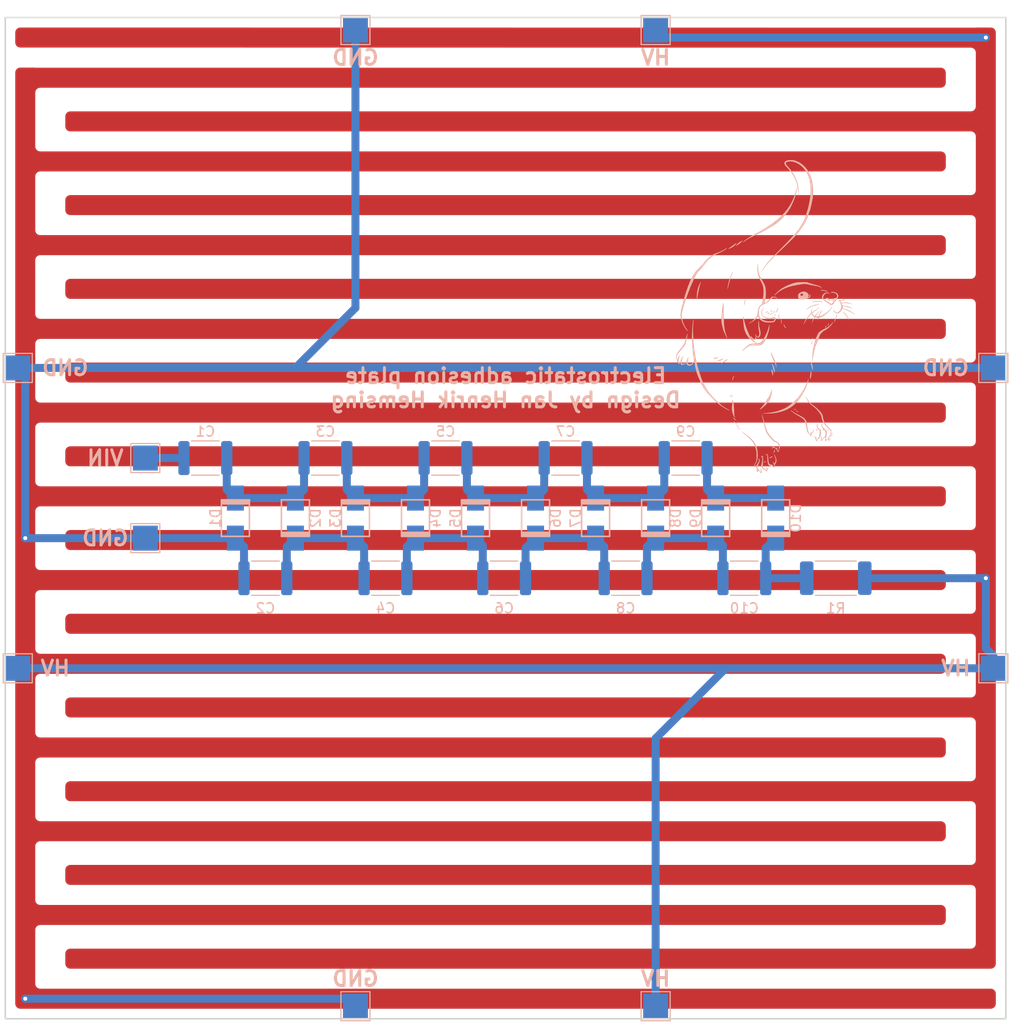
<source format=kicad_pcb>
(kicad_pcb (version 20171130) (host pcbnew 5.0.1)

  (general
    (thickness 1.6)
    (drawings 15)
    (tracks 82)
    (zones 0)
    (modules 32)
    (nets 14)
  )

  (page A4)
  (layers
    (0 F.Cu signal)
    (31 B.Cu signal)
    (32 B.Adhes user)
    (33 F.Adhes user)
    (34 B.Paste user)
    (35 F.Paste user)
    (36 B.SilkS user)
    (37 F.SilkS user)
    (38 B.Mask user)
    (39 F.Mask user)
    (40 Dwgs.User user)
    (41 Cmts.User user)
    (42 Eco1.User user)
    (43 Eco2.User user)
    (44 Edge.Cuts user)
    (45 Margin user)
    (46 B.CrtYd user)
    (47 F.CrtYd user)
    (48 B.Fab user hide)
    (49 F.Fab user hide)
  )

  (setup
    (last_trace_width 0.8)
    (user_trace_width 0.4)
    (user_trace_width 0.6)
    (user_trace_width 0.8)
    (trace_clearance 0.2)
    (zone_clearance 0.508)
    (zone_45_only no)
    (trace_min 0.2)
    (segment_width 0.2)
    (edge_width 0.15)
    (via_size 0.8)
    (via_drill 0.4)
    (via_min_size 0.4)
    (via_min_drill 0.3)
    (uvia_size 0.3)
    (uvia_drill 0.1)
    (uvias_allowed no)
    (uvia_min_size 0.2)
    (uvia_min_drill 0.1)
    (pcb_text_width 0.3)
    (pcb_text_size 1.5 1.5)
    (mod_edge_width 0.15)
    (mod_text_size 1 1)
    (mod_text_width 0.15)
    (pad_size 1.524 1.524)
    (pad_drill 0.762)
    (pad_to_mask_clearance 0.051)
    (solder_mask_min_width 0.25)
    (aux_axis_origin 0 0)
    (visible_elements FFFFFF7F)
    (pcbplotparams
      (layerselection 0x010fc_ffffffff)
      (usegerberextensions true)
      (usegerberattributes false)
      (usegerberadvancedattributes false)
      (creategerberjobfile false)
      (excludeedgelayer true)
      (linewidth 0.100000)
      (plotframeref false)
      (viasonmask false)
      (mode 1)
      (useauxorigin false)
      (hpglpennumber 1)
      (hpglpenspeed 20)
      (hpglpendiameter 15.000000)
      (psnegative false)
      (psa4output false)
      (plotreference true)
      (plotvalue true)
      (plotinvisibletext false)
      (padsonsilk false)
      (subtractmaskfromsilk false)
      (outputformat 1)
      (mirror false)
      (drillshape 0)
      (scaleselection 1)
      (outputdirectory "gerber/"))
  )

  (net 0 "")
  (net 1 "Net-(C1-Pad2)")
  (net 2 /N8)
  (net 3 /N9)
  (net 4 /N7)
  (net 5 /N6)
  (net 6 /N5)
  (net 7 /N4)
  (net 8 /N3)
  (net 9 /N2)
  (net 10 /N1)
  (net 11 /GND)
  (net 12 /N10)
  (net 13 /HV)

  (net_class Default "Dies ist die voreingestellte Netzklasse."
    (clearance 0.2)
    (trace_width 0.25)
    (via_dia 0.8)
    (via_drill 0.4)
    (uvia_dia 0.3)
    (uvia_drill 0.1)
    (add_net /GND)
    (add_net /HV)
    (add_net /N1)
    (add_net /N10)
    (add_net /N2)
    (add_net /N3)
    (add_net /N4)
    (add_net /N5)
    (add_net /N6)
    (add_net /N7)
    (add_net /N8)
    (add_net /N9)
    (add_net "Net-(C1-Pad2)")
  )

  (module Capacitor_SMD:C_1812_4532Metric (layer B.Cu) (tedit 5B301BBE) (tstamp 5C6A3060)
    (at 126 106 180)
    (descr "Capacitor SMD 1812 (4532 Metric), square (rectangular) end terminal, IPC_7351 nominal, (Body size source: https://www.nikhef.nl/pub/departments/mt/projects/detectorR_D/dtddice/ERJ2G.pdf), generated with kicad-footprint-generator")
    (tags capacitor)
    (path /5C4890BA)
    (attr smd)
    (fp_text reference C2 (at 0 -3 180) (layer B.SilkS)
      (effects (font (size 1 1) (thickness 0.15)) (justify mirror))
    )
    (fp_text value 1n (at 0 -2.65 180) (layer B.Fab)
      (effects (font (size 1 1) (thickness 0.15)) (justify mirror))
    )
    (fp_text user %R (at 0 0 180) (layer B.Fab)
      (effects (font (size 1 1) (thickness 0.15)) (justify mirror))
    )
    (fp_line (start 2.95 -1.95) (end -2.95 -1.95) (layer B.CrtYd) (width 0.05))
    (fp_line (start 2.95 1.95) (end 2.95 -1.95) (layer B.CrtYd) (width 0.05))
    (fp_line (start -2.95 1.95) (end 2.95 1.95) (layer B.CrtYd) (width 0.05))
    (fp_line (start -2.95 -1.95) (end -2.95 1.95) (layer B.CrtYd) (width 0.05))
    (fp_line (start -1.386252 -1.71) (end 1.386252 -1.71) (layer B.SilkS) (width 0.12))
    (fp_line (start -1.386252 1.71) (end 1.386252 1.71) (layer B.SilkS) (width 0.12))
    (fp_line (start 2.25 -1.6) (end -2.25 -1.6) (layer B.Fab) (width 0.1))
    (fp_line (start 2.25 1.6) (end 2.25 -1.6) (layer B.Fab) (width 0.1))
    (fp_line (start -2.25 1.6) (end 2.25 1.6) (layer B.Fab) (width 0.1))
    (fp_line (start -2.25 -1.6) (end -2.25 1.6) (layer B.Fab) (width 0.1))
    (pad 2 smd roundrect (at 2.1375 0 180) (size 1.125 3.4) (layers B.Cu B.Paste B.Mask) (roundrect_rratio 0.222222)
      (net 11 /GND))
    (pad 1 smd roundrect (at -2.1375 0 180) (size 1.125 3.4) (layers B.Cu B.Paste B.Mask) (roundrect_rratio 0.222222)
      (net 9 /N2))
    (model ${KISYS3DMOD}/Capacitor_SMD.3dshapes/C_1812_4532Metric.wrl
      (at (xyz 0 0 0))
      (scale (xyz 1 1 1))
      (rotate (xyz 0 0 0))
    )
  )

  (module Capacitor_SMD:C_1812_4532Metric (layer B.Cu) (tedit 5B301BBE) (tstamp 5C6A304F)
    (at 132 94 180)
    (descr "Capacitor SMD 1812 (4532 Metric), square (rectangular) end terminal, IPC_7351 nominal, (Body size source: https://www.nikhef.nl/pub/departments/mt/projects/detectorR_D/dtddice/ERJ2G.pdf), generated with kicad-footprint-generator")
    (tags capacitor)
    (path /5C489447)
    (attr smd)
    (fp_text reference C3 (at 0 2.65 180) (layer B.SilkS)
      (effects (font (size 1 1) (thickness 0.15)) (justify mirror))
    )
    (fp_text value 1n (at 0 -2.65 180) (layer B.Fab)
      (effects (font (size 1 1) (thickness 0.15)) (justify mirror))
    )
    (fp_text user %R (at 0 0 180) (layer B.Fab)
      (effects (font (size 1 1) (thickness 0.15)) (justify mirror))
    )
    (fp_line (start 2.95 -1.95) (end -2.95 -1.95) (layer B.CrtYd) (width 0.05))
    (fp_line (start 2.95 1.95) (end 2.95 -1.95) (layer B.CrtYd) (width 0.05))
    (fp_line (start -2.95 1.95) (end 2.95 1.95) (layer B.CrtYd) (width 0.05))
    (fp_line (start -2.95 -1.95) (end -2.95 1.95) (layer B.CrtYd) (width 0.05))
    (fp_line (start -1.386252 -1.71) (end 1.386252 -1.71) (layer B.SilkS) (width 0.12))
    (fp_line (start -1.386252 1.71) (end 1.386252 1.71) (layer B.SilkS) (width 0.12))
    (fp_line (start 2.25 -1.6) (end -2.25 -1.6) (layer B.Fab) (width 0.1))
    (fp_line (start 2.25 1.6) (end 2.25 -1.6) (layer B.Fab) (width 0.1))
    (fp_line (start -2.25 1.6) (end 2.25 1.6) (layer B.Fab) (width 0.1))
    (fp_line (start -2.25 -1.6) (end -2.25 1.6) (layer B.Fab) (width 0.1))
    (pad 2 smd roundrect (at 2.1375 0 180) (size 1.125 3.4) (layers B.Cu B.Paste B.Mask) (roundrect_rratio 0.222222)
      (net 10 /N1))
    (pad 1 smd roundrect (at -2.1375 0 180) (size 1.125 3.4) (layers B.Cu B.Paste B.Mask) (roundrect_rratio 0.222222)
      (net 8 /N3))
    (model ${KISYS3DMOD}/Capacitor_SMD.3dshapes/C_1812_4532Metric.wrl
      (at (xyz 0 0 0))
      (scale (xyz 1 1 1))
      (rotate (xyz 0 0 0))
    )
  )

  (module Capacitor_SMD:C_1812_4532Metric (layer B.Cu) (tedit 5B301BBE) (tstamp 5C6A303E)
    (at 138 106 180)
    (descr "Capacitor SMD 1812 (4532 Metric), square (rectangular) end terminal, IPC_7351 nominal, (Body size source: https://www.nikhef.nl/pub/departments/mt/projects/detectorR_D/dtddice/ERJ2G.pdf), generated with kicad-footprint-generator")
    (tags capacitor)
    (path /5C489455)
    (attr smd)
    (fp_text reference C4 (at 0 -3 180) (layer B.SilkS)
      (effects (font (size 1 1) (thickness 0.15)) (justify mirror))
    )
    (fp_text value 1n (at 0 -2.65 180) (layer B.Fab)
      (effects (font (size 1 1) (thickness 0.15)) (justify mirror))
    )
    (fp_text user %R (at 0 0 180) (layer B.Fab)
      (effects (font (size 1 1) (thickness 0.15)) (justify mirror))
    )
    (fp_line (start 2.95 -1.95) (end -2.95 -1.95) (layer B.CrtYd) (width 0.05))
    (fp_line (start 2.95 1.95) (end 2.95 -1.95) (layer B.CrtYd) (width 0.05))
    (fp_line (start -2.95 1.95) (end 2.95 1.95) (layer B.CrtYd) (width 0.05))
    (fp_line (start -2.95 -1.95) (end -2.95 1.95) (layer B.CrtYd) (width 0.05))
    (fp_line (start -1.386252 -1.71) (end 1.386252 -1.71) (layer B.SilkS) (width 0.12))
    (fp_line (start -1.386252 1.71) (end 1.386252 1.71) (layer B.SilkS) (width 0.12))
    (fp_line (start 2.25 -1.6) (end -2.25 -1.6) (layer B.Fab) (width 0.1))
    (fp_line (start 2.25 1.6) (end 2.25 -1.6) (layer B.Fab) (width 0.1))
    (fp_line (start -2.25 1.6) (end 2.25 1.6) (layer B.Fab) (width 0.1))
    (fp_line (start -2.25 -1.6) (end -2.25 1.6) (layer B.Fab) (width 0.1))
    (pad 2 smd roundrect (at 2.1375 0 180) (size 1.125 3.4) (layers B.Cu B.Paste B.Mask) (roundrect_rratio 0.222222)
      (net 9 /N2))
    (pad 1 smd roundrect (at -2.1375 0 180) (size 1.125 3.4) (layers B.Cu B.Paste B.Mask) (roundrect_rratio 0.222222)
      (net 7 /N4))
    (model ${KISYS3DMOD}/Capacitor_SMD.3dshapes/C_1812_4532Metric.wrl
      (at (xyz 0 0 0))
      (scale (xyz 1 1 1))
      (rotate (xyz 0 0 0))
    )
  )

  (module Capacitor_SMD:C_1812_4532Metric (layer B.Cu) (tedit 5B301BBE) (tstamp 5C6A302D)
    (at 144 94 180)
    (descr "Capacitor SMD 1812 (4532 Metric), square (rectangular) end terminal, IPC_7351 nominal, (Body size source: https://www.nikhef.nl/pub/departments/mt/projects/detectorR_D/dtddice/ERJ2G.pdf), generated with kicad-footprint-generator")
    (tags capacitor)
    (path /5C4896B9)
    (attr smd)
    (fp_text reference C5 (at 0 2.65 180) (layer B.SilkS)
      (effects (font (size 1 1) (thickness 0.15)) (justify mirror))
    )
    (fp_text value 1n (at 0 -2.65 180) (layer B.Fab)
      (effects (font (size 1 1) (thickness 0.15)) (justify mirror))
    )
    (fp_text user %R (at 0 0 180) (layer B.Fab)
      (effects (font (size 1 1) (thickness 0.15)) (justify mirror))
    )
    (fp_line (start 2.95 -1.95) (end -2.95 -1.95) (layer B.CrtYd) (width 0.05))
    (fp_line (start 2.95 1.95) (end 2.95 -1.95) (layer B.CrtYd) (width 0.05))
    (fp_line (start -2.95 1.95) (end 2.95 1.95) (layer B.CrtYd) (width 0.05))
    (fp_line (start -2.95 -1.95) (end -2.95 1.95) (layer B.CrtYd) (width 0.05))
    (fp_line (start -1.386252 -1.71) (end 1.386252 -1.71) (layer B.SilkS) (width 0.12))
    (fp_line (start -1.386252 1.71) (end 1.386252 1.71) (layer B.SilkS) (width 0.12))
    (fp_line (start 2.25 -1.6) (end -2.25 -1.6) (layer B.Fab) (width 0.1))
    (fp_line (start 2.25 1.6) (end 2.25 -1.6) (layer B.Fab) (width 0.1))
    (fp_line (start -2.25 1.6) (end 2.25 1.6) (layer B.Fab) (width 0.1))
    (fp_line (start -2.25 -1.6) (end -2.25 1.6) (layer B.Fab) (width 0.1))
    (pad 2 smd roundrect (at 2.1375 0 180) (size 1.125 3.4) (layers B.Cu B.Paste B.Mask) (roundrect_rratio 0.222222)
      (net 8 /N3))
    (pad 1 smd roundrect (at -2.1375 0 180) (size 1.125 3.4) (layers B.Cu B.Paste B.Mask) (roundrect_rratio 0.222222)
      (net 6 /N5))
    (model ${KISYS3DMOD}/Capacitor_SMD.3dshapes/C_1812_4532Metric.wrl
      (at (xyz 0 0 0))
      (scale (xyz 1 1 1))
      (rotate (xyz 0 0 0))
    )
  )

  (module Capacitor_SMD:C_1812_4532Metric (layer B.Cu) (tedit 5B301BBE) (tstamp 5C6A301C)
    (at 149.8625 106 180)
    (descr "Capacitor SMD 1812 (4532 Metric), square (rectangular) end terminal, IPC_7351 nominal, (Body size source: https://www.nikhef.nl/pub/departments/mt/projects/detectorR_D/dtddice/ERJ2G.pdf), generated with kicad-footprint-generator")
    (tags capacitor)
    (path /5C4896C7)
    (attr smd)
    (fp_text reference C6 (at 0 -3 180) (layer B.SilkS)
      (effects (font (size 1 1) (thickness 0.15)) (justify mirror))
    )
    (fp_text value 1n (at 0 -2.65 180) (layer B.Fab)
      (effects (font (size 1 1) (thickness 0.15)) (justify mirror))
    )
    (fp_text user %R (at 0 0 180) (layer B.Fab)
      (effects (font (size 1 1) (thickness 0.15)) (justify mirror))
    )
    (fp_line (start 2.95 -1.95) (end -2.95 -1.95) (layer B.CrtYd) (width 0.05))
    (fp_line (start 2.95 1.95) (end 2.95 -1.95) (layer B.CrtYd) (width 0.05))
    (fp_line (start -2.95 1.95) (end 2.95 1.95) (layer B.CrtYd) (width 0.05))
    (fp_line (start -2.95 -1.95) (end -2.95 1.95) (layer B.CrtYd) (width 0.05))
    (fp_line (start -1.386252 -1.71) (end 1.386252 -1.71) (layer B.SilkS) (width 0.12))
    (fp_line (start -1.386252 1.71) (end 1.386252 1.71) (layer B.SilkS) (width 0.12))
    (fp_line (start 2.25 -1.6) (end -2.25 -1.6) (layer B.Fab) (width 0.1))
    (fp_line (start 2.25 1.6) (end 2.25 -1.6) (layer B.Fab) (width 0.1))
    (fp_line (start -2.25 1.6) (end 2.25 1.6) (layer B.Fab) (width 0.1))
    (fp_line (start -2.25 -1.6) (end -2.25 1.6) (layer B.Fab) (width 0.1))
    (pad 2 smd roundrect (at 2.1375 0 180) (size 1.125 3.4) (layers B.Cu B.Paste B.Mask) (roundrect_rratio 0.222222)
      (net 7 /N4))
    (pad 1 smd roundrect (at -2.1375 0 180) (size 1.125 3.4) (layers B.Cu B.Paste B.Mask) (roundrect_rratio 0.222222)
      (net 5 /N6))
    (model ${KISYS3DMOD}/Capacitor_SMD.3dshapes/C_1812_4532Metric.wrl
      (at (xyz 0 0 0))
      (scale (xyz 1 1 1))
      (rotate (xyz 0 0 0))
    )
  )

  (module Capacitor_SMD:C_1812_4532Metric (layer B.Cu) (tedit 5B301BBE) (tstamp 5C6A300B)
    (at 156 94 180)
    (descr "Capacitor SMD 1812 (4532 Metric), square (rectangular) end terminal, IPC_7351 nominal, (Body size source: https://www.nikhef.nl/pub/departments/mt/projects/detectorR_D/dtddice/ERJ2G.pdf), generated with kicad-footprint-generator")
    (tags capacitor)
    (path /5C489A47)
    (attr smd)
    (fp_text reference C7 (at 0 2.65 180) (layer B.SilkS)
      (effects (font (size 1 1) (thickness 0.15)) (justify mirror))
    )
    (fp_text value 1n (at 0 -2.65 180) (layer B.Fab)
      (effects (font (size 1 1) (thickness 0.15)) (justify mirror))
    )
    (fp_text user %R (at 0 0 180) (layer B.Fab)
      (effects (font (size 1 1) (thickness 0.15)) (justify mirror))
    )
    (fp_line (start 2.95 -1.95) (end -2.95 -1.95) (layer B.CrtYd) (width 0.05))
    (fp_line (start 2.95 1.95) (end 2.95 -1.95) (layer B.CrtYd) (width 0.05))
    (fp_line (start -2.95 1.95) (end 2.95 1.95) (layer B.CrtYd) (width 0.05))
    (fp_line (start -2.95 -1.95) (end -2.95 1.95) (layer B.CrtYd) (width 0.05))
    (fp_line (start -1.386252 -1.71) (end 1.386252 -1.71) (layer B.SilkS) (width 0.12))
    (fp_line (start -1.386252 1.71) (end 1.386252 1.71) (layer B.SilkS) (width 0.12))
    (fp_line (start 2.25 -1.6) (end -2.25 -1.6) (layer B.Fab) (width 0.1))
    (fp_line (start 2.25 1.6) (end 2.25 -1.6) (layer B.Fab) (width 0.1))
    (fp_line (start -2.25 1.6) (end 2.25 1.6) (layer B.Fab) (width 0.1))
    (fp_line (start -2.25 -1.6) (end -2.25 1.6) (layer B.Fab) (width 0.1))
    (pad 2 smd roundrect (at 2.1375 0 180) (size 1.125 3.4) (layers B.Cu B.Paste B.Mask) (roundrect_rratio 0.222222)
      (net 6 /N5))
    (pad 1 smd roundrect (at -2.1375 0 180) (size 1.125 3.4) (layers B.Cu B.Paste B.Mask) (roundrect_rratio 0.222222)
      (net 4 /N7))
    (model ${KISYS3DMOD}/Capacitor_SMD.3dshapes/C_1812_4532Metric.wrl
      (at (xyz 0 0 0))
      (scale (xyz 1 1 1))
      (rotate (xyz 0 0 0))
    )
  )

  (module Capacitor_SMD:C_1812_4532Metric (layer B.Cu) (tedit 5B301BBE) (tstamp 5C6A2FFA)
    (at 162 106 180)
    (descr "Capacitor SMD 1812 (4532 Metric), square (rectangular) end terminal, IPC_7351 nominal, (Body size source: https://www.nikhef.nl/pub/departments/mt/projects/detectorR_D/dtddice/ERJ2G.pdf), generated with kicad-footprint-generator")
    (tags capacitor)
    (path /5C489A55)
    (attr smd)
    (fp_text reference C8 (at 0 -3 180) (layer B.SilkS)
      (effects (font (size 1 1) (thickness 0.15)) (justify mirror))
    )
    (fp_text value 1n (at 0 -2.65 180) (layer B.Fab)
      (effects (font (size 1 1) (thickness 0.15)) (justify mirror))
    )
    (fp_text user %R (at 0 0 180) (layer B.Fab)
      (effects (font (size 1 1) (thickness 0.15)) (justify mirror))
    )
    (fp_line (start 2.95 -1.95) (end -2.95 -1.95) (layer B.CrtYd) (width 0.05))
    (fp_line (start 2.95 1.95) (end 2.95 -1.95) (layer B.CrtYd) (width 0.05))
    (fp_line (start -2.95 1.95) (end 2.95 1.95) (layer B.CrtYd) (width 0.05))
    (fp_line (start -2.95 -1.95) (end -2.95 1.95) (layer B.CrtYd) (width 0.05))
    (fp_line (start -1.386252 -1.71) (end 1.386252 -1.71) (layer B.SilkS) (width 0.12))
    (fp_line (start -1.386252 1.71) (end 1.386252 1.71) (layer B.SilkS) (width 0.12))
    (fp_line (start 2.25 -1.6) (end -2.25 -1.6) (layer B.Fab) (width 0.1))
    (fp_line (start 2.25 1.6) (end 2.25 -1.6) (layer B.Fab) (width 0.1))
    (fp_line (start -2.25 1.6) (end 2.25 1.6) (layer B.Fab) (width 0.1))
    (fp_line (start -2.25 -1.6) (end -2.25 1.6) (layer B.Fab) (width 0.1))
    (pad 2 smd roundrect (at 2.1375 0 180) (size 1.125 3.4) (layers B.Cu B.Paste B.Mask) (roundrect_rratio 0.222222)
      (net 5 /N6))
    (pad 1 smd roundrect (at -2.1375 0 180) (size 1.125 3.4) (layers B.Cu B.Paste B.Mask) (roundrect_rratio 0.222222)
      (net 2 /N8))
    (model ${KISYS3DMOD}/Capacitor_SMD.3dshapes/C_1812_4532Metric.wrl
      (at (xyz 0 0 0))
      (scale (xyz 1 1 1))
      (rotate (xyz 0 0 0))
    )
  )

  (module Capacitor_SMD:C_1812_4532Metric (layer B.Cu) (tedit 5B301BBE) (tstamp 5C6A2FE9)
    (at 168 94 180)
    (descr "Capacitor SMD 1812 (4532 Metric), square (rectangular) end terminal, IPC_7351 nominal, (Body size source: https://www.nikhef.nl/pub/departments/mt/projects/detectorR_D/dtddice/ERJ2G.pdf), generated with kicad-footprint-generator")
    (tags capacitor)
    (path /5C489F75)
    (attr smd)
    (fp_text reference C9 (at 0 2.65 180) (layer B.SilkS)
      (effects (font (size 1 1) (thickness 0.15)) (justify mirror))
    )
    (fp_text value 1n (at 0 -2.65 180) (layer B.Fab)
      (effects (font (size 1 1) (thickness 0.15)) (justify mirror))
    )
    (fp_text user %R (at 0 0 180) (layer B.Fab)
      (effects (font (size 1 1) (thickness 0.15)) (justify mirror))
    )
    (fp_line (start 2.95 -1.95) (end -2.95 -1.95) (layer B.CrtYd) (width 0.05))
    (fp_line (start 2.95 1.95) (end 2.95 -1.95) (layer B.CrtYd) (width 0.05))
    (fp_line (start -2.95 1.95) (end 2.95 1.95) (layer B.CrtYd) (width 0.05))
    (fp_line (start -2.95 -1.95) (end -2.95 1.95) (layer B.CrtYd) (width 0.05))
    (fp_line (start -1.386252 -1.71) (end 1.386252 -1.71) (layer B.SilkS) (width 0.12))
    (fp_line (start -1.386252 1.71) (end 1.386252 1.71) (layer B.SilkS) (width 0.12))
    (fp_line (start 2.25 -1.6) (end -2.25 -1.6) (layer B.Fab) (width 0.1))
    (fp_line (start 2.25 1.6) (end 2.25 -1.6) (layer B.Fab) (width 0.1))
    (fp_line (start -2.25 1.6) (end 2.25 1.6) (layer B.Fab) (width 0.1))
    (fp_line (start -2.25 -1.6) (end -2.25 1.6) (layer B.Fab) (width 0.1))
    (pad 2 smd roundrect (at 2.1375 0 180) (size 1.125 3.4) (layers B.Cu B.Paste B.Mask) (roundrect_rratio 0.222222)
      (net 4 /N7))
    (pad 1 smd roundrect (at -2.1375 0 180) (size 1.125 3.4) (layers B.Cu B.Paste B.Mask) (roundrect_rratio 0.222222)
      (net 3 /N9))
    (model ${KISYS3DMOD}/Capacitor_SMD.3dshapes/C_1812_4532Metric.wrl
      (at (xyz 0 0 0))
      (scale (xyz 1 1 1))
      (rotate (xyz 0 0 0))
    )
  )

  (module Capacitor_SMD:C_1812_4532Metric (layer B.Cu) (tedit 5B301BBE) (tstamp 5C6A2FD8)
    (at 173.8625 106 180)
    (descr "Capacitor SMD 1812 (4532 Metric), square (rectangular) end terminal, IPC_7351 nominal, (Body size source: https://www.nikhef.nl/pub/departments/mt/projects/detectorR_D/dtddice/ERJ2G.pdf), generated with kicad-footprint-generator")
    (tags capacitor)
    (path /5C489F83)
    (attr smd)
    (fp_text reference C10 (at 0 -3 180) (layer B.SilkS)
      (effects (font (size 1 1) (thickness 0.15)) (justify mirror))
    )
    (fp_text value 1n (at 0 -2.65 180) (layer B.Fab)
      (effects (font (size 1 1) (thickness 0.15)) (justify mirror))
    )
    (fp_text user %R (at 0 0 180) (layer B.Fab)
      (effects (font (size 1 1) (thickness 0.15)) (justify mirror))
    )
    (fp_line (start 2.95 -1.95) (end -2.95 -1.95) (layer B.CrtYd) (width 0.05))
    (fp_line (start 2.95 1.95) (end 2.95 -1.95) (layer B.CrtYd) (width 0.05))
    (fp_line (start -2.95 1.95) (end 2.95 1.95) (layer B.CrtYd) (width 0.05))
    (fp_line (start -2.95 -1.95) (end -2.95 1.95) (layer B.CrtYd) (width 0.05))
    (fp_line (start -1.386252 -1.71) (end 1.386252 -1.71) (layer B.SilkS) (width 0.12))
    (fp_line (start -1.386252 1.71) (end 1.386252 1.71) (layer B.SilkS) (width 0.12))
    (fp_line (start 2.25 -1.6) (end -2.25 -1.6) (layer B.Fab) (width 0.1))
    (fp_line (start 2.25 1.6) (end 2.25 -1.6) (layer B.Fab) (width 0.1))
    (fp_line (start -2.25 1.6) (end 2.25 1.6) (layer B.Fab) (width 0.1))
    (fp_line (start -2.25 -1.6) (end -2.25 1.6) (layer B.Fab) (width 0.1))
    (pad 2 smd roundrect (at 2.1375 0 180) (size 1.125 3.4) (layers B.Cu B.Paste B.Mask) (roundrect_rratio 0.222222)
      (net 2 /N8))
    (pad 1 smd roundrect (at -2.1375 0 180) (size 1.125 3.4) (layers B.Cu B.Paste B.Mask) (roundrect_rratio 0.222222)
      (net 12 /N10))
    (model ${KISYS3DMOD}/Capacitor_SMD.3dshapes/C_1812_4532Metric.wrl
      (at (xyz 0 0 0))
      (scale (xyz 1 1 1))
      (rotate (xyz 0 0 0))
    )
  )

  (module TestPoint:TestPoint_Pad_2.5x2.5mm (layer B.Cu) (tedit 5C48AC5E) (tstamp 5C6A2FA7)
    (at 114 94 180)
    (descr "SMD rectangular pad as test Point, square 2.5mm side length")
    (tags "test point SMD pad rectangle square")
    (path /5C48BF63)
    (attr virtual)
    (fp_text reference J1 (at 0 2.148 180) (layer B.SilkS) hide
      (effects (font (size 1 1) (thickness 0.15)) (justify mirror))
    )
    (fp_text value VIN (at 0 -2.25 180) (layer B.Fab)
      (effects (font (size 1 1) (thickness 0.15)) (justify mirror))
    )
    (fp_line (start 1.75 -1.75) (end -1.75 -1.75) (layer B.CrtYd) (width 0.05))
    (fp_line (start 1.75 -1.75) (end 1.75 1.75) (layer B.CrtYd) (width 0.05))
    (fp_line (start -1.75 1.75) (end -1.75 -1.75) (layer B.CrtYd) (width 0.05))
    (fp_line (start -1.75 1.75) (end 1.75 1.75) (layer B.CrtYd) (width 0.05))
    (fp_line (start -1.45 -1.45) (end -1.45 1.45) (layer B.SilkS) (width 0.12))
    (fp_line (start 1.45 -1.45) (end -1.45 -1.45) (layer B.SilkS) (width 0.12))
    (fp_line (start 1.45 1.45) (end 1.45 -1.45) (layer B.SilkS) (width 0.12))
    (fp_line (start -1.45 1.45) (end 1.45 1.45) (layer B.SilkS) (width 0.12))
    (fp_text user %R (at 0 2.15 180) (layer B.Fab)
      (effects (font (size 1 1) (thickness 0.15)) (justify mirror))
    )
    (pad 1 smd rect (at 0 0 180) (size 2.5 2.5) (layers B.Cu B.Mask)
      (net 1 "Net-(C1-Pad2)"))
  )

  (module TestPoint:TestPoint_Pad_2.5x2.5mm (layer B.Cu) (tedit 5C48B132) (tstamp 5C6A2F99)
    (at 135 148.75 180)
    (descr "SMD rectangular pad as test Point, square 2.5mm side length")
    (tags "test point SMD pad rectangle square")
    (path /5C48BB48)
    (attr virtual)
    (fp_text reference J2 (at 0 2.148 180) (layer B.SilkS) hide
      (effects (font (size 1 1) (thickness 0.15)) (justify mirror))
    )
    (fp_text value GND (at 0 -2.25 180) (layer B.Fab)
      (effects (font (size 1 1) (thickness 0.15)) (justify mirror))
    )
    (fp_line (start 1.75 -1.75) (end -1.75 -1.75) (layer B.CrtYd) (width 0.05))
    (fp_line (start 1.75 -1.75) (end 1.75 1.75) (layer B.CrtYd) (width 0.05))
    (fp_line (start -1.75 1.75) (end -1.75 -1.75) (layer B.CrtYd) (width 0.05))
    (fp_line (start -1.75 1.75) (end 1.75 1.75) (layer B.CrtYd) (width 0.05))
    (fp_line (start -1.45 -1.45) (end -1.45 1.45) (layer B.SilkS) (width 0.12))
    (fp_line (start 1.45 -1.45) (end -1.45 -1.45) (layer B.SilkS) (width 0.12))
    (fp_line (start 1.45 1.45) (end 1.45 -1.45) (layer B.SilkS) (width 0.12))
    (fp_line (start -1.45 1.45) (end 1.45 1.45) (layer B.SilkS) (width 0.12))
    (fp_text user %R (at 0 2.15 180) (layer B.Fab)
      (effects (font (size 1 1) (thickness 0.15)) (justify mirror))
    )
    (pad 1 smd rect (at 0 0 180) (size 2.5 2.5) (layers B.Cu B.Mask)
      (net 11 /GND))
  )

  (module TestPoint:TestPoint_Pad_2.5x2.5mm (layer B.Cu) (tedit 5C48AC62) (tstamp 5C6A2F8B)
    (at 114 102 180)
    (descr "SMD rectangular pad as test Point, square 2.5mm side length")
    (tags "test point SMD pad rectangle square")
    (path /5C48FB05)
    (attr virtual)
    (fp_text reference J3 (at 0 2.148 180) (layer B.SilkS) hide
      (effects (font (size 1 1) (thickness 0.15)) (justify mirror))
    )
    (fp_text value GND (at 0 -2.25 180) (layer B.Fab)
      (effects (font (size 1 1) (thickness 0.15)) (justify mirror))
    )
    (fp_line (start 1.75 -1.75) (end -1.75 -1.75) (layer B.CrtYd) (width 0.05))
    (fp_line (start 1.75 -1.75) (end 1.75 1.75) (layer B.CrtYd) (width 0.05))
    (fp_line (start -1.75 1.75) (end -1.75 -1.75) (layer B.CrtYd) (width 0.05))
    (fp_line (start -1.75 1.75) (end 1.75 1.75) (layer B.CrtYd) (width 0.05))
    (fp_line (start -1.45 -1.45) (end -1.45 1.45) (layer B.SilkS) (width 0.12))
    (fp_line (start 1.45 -1.45) (end -1.45 -1.45) (layer B.SilkS) (width 0.12))
    (fp_line (start 1.45 1.45) (end 1.45 -1.45) (layer B.SilkS) (width 0.12))
    (fp_line (start -1.45 1.45) (end 1.45 1.45) (layer B.SilkS) (width 0.12))
    (fp_text user %R (at 0 2.15 180) (layer B.Fab)
      (effects (font (size 1 1) (thickness 0.15)) (justify mirror))
    )
    (pad 1 smd rect (at 0 0 180) (size 2.5 2.5) (layers B.Cu B.Mask)
      (net 11 /GND))
  )

  (module TestPoint:TestPoint_Pad_2.5x2.5mm (layer B.Cu) (tedit 5C48AC25) (tstamp 5C6A2F7D)
    (at 198.75 85 180)
    (descr "SMD rectangular pad as test Point, square 2.5mm side length")
    (tags "test point SMD pad rectangle square")
    (path /5C490265)
    (attr virtual)
    (fp_text reference J4 (at 0 2.148 180) (layer B.SilkS) hide
      (effects (font (size 1 1) (thickness 0.15)) (justify mirror))
    )
    (fp_text value GND (at 0 -2.25 180) (layer B.Fab)
      (effects (font (size 1 1) (thickness 0.15)) (justify mirror))
    )
    (fp_line (start 1.75 -1.75) (end -1.75 -1.75) (layer B.CrtYd) (width 0.05))
    (fp_line (start 1.75 -1.75) (end 1.75 1.75) (layer B.CrtYd) (width 0.05))
    (fp_line (start -1.75 1.75) (end -1.75 -1.75) (layer B.CrtYd) (width 0.05))
    (fp_line (start -1.75 1.75) (end 1.75 1.75) (layer B.CrtYd) (width 0.05))
    (fp_line (start -1.45 -1.45) (end -1.45 1.45) (layer B.SilkS) (width 0.12))
    (fp_line (start 1.45 -1.45) (end -1.45 -1.45) (layer B.SilkS) (width 0.12))
    (fp_line (start 1.45 1.45) (end 1.45 -1.45) (layer B.SilkS) (width 0.12))
    (fp_line (start -1.45 1.45) (end 1.45 1.45) (layer B.SilkS) (width 0.12))
    (fp_text user %R (at 0 2.15 180) (layer B.Fab)
      (effects (font (size 1 1) (thickness 0.15)) (justify mirror))
    )
    (pad 1 smd rect (at 0 0 180) (size 2.5 2.5) (layers B.Cu B.Mask)
      (net 11 /GND))
  )

  (module TestPoint:TestPoint_Pad_2.5x2.5mm (layer B.Cu) (tedit 5C48AC13) (tstamp 5C6A2F6F)
    (at 135 51.25 180)
    (descr "SMD rectangular pad as test Point, square 2.5mm side length")
    (tags "test point SMD pad rectangle square")
    (path /5C490A61)
    (attr virtual)
    (fp_text reference J5 (at 0 2.148 180) (layer B.SilkS) hide
      (effects (font (size 1 1) (thickness 0.15)) (justify mirror))
    )
    (fp_text value GND (at 0 -2.25 180) (layer B.Fab)
      (effects (font (size 1 1) (thickness 0.15)) (justify mirror))
    )
    (fp_line (start 1.75 -1.75) (end -1.75 -1.75) (layer B.CrtYd) (width 0.05))
    (fp_line (start 1.75 -1.75) (end 1.75 1.75) (layer B.CrtYd) (width 0.05))
    (fp_line (start -1.75 1.75) (end -1.75 -1.75) (layer B.CrtYd) (width 0.05))
    (fp_line (start -1.75 1.75) (end 1.75 1.75) (layer B.CrtYd) (width 0.05))
    (fp_line (start -1.45 -1.45) (end -1.45 1.45) (layer B.SilkS) (width 0.12))
    (fp_line (start 1.45 -1.45) (end -1.45 -1.45) (layer B.SilkS) (width 0.12))
    (fp_line (start 1.45 1.45) (end 1.45 -1.45) (layer B.SilkS) (width 0.12))
    (fp_line (start -1.45 1.45) (end 1.45 1.45) (layer B.SilkS) (width 0.12))
    (fp_text user %R (at 0 2.15 180) (layer B.Fab)
      (effects (font (size 1 1) (thickness 0.15)) (justify mirror))
    )
    (pad 1 smd rect (at 0 0 180) (size 2.5 2.5) (layers B.Cu B.Mask)
      (net 11 /GND))
  )

  (module TestPoint:TestPoint_Pad_2.5x2.5mm (layer B.Cu) (tedit 5C48B136) (tstamp 5C6A2F61)
    (at 165 148.75 180)
    (descr "SMD rectangular pad as test Point, square 2.5mm side length")
    (tags "test point SMD pad rectangle square")
    (path /5C48D2D4)
    (attr virtual)
    (fp_text reference J7 (at 0 2.148 180) (layer B.SilkS) hide
      (effects (font (size 1 1) (thickness 0.15)) (justify mirror))
    )
    (fp_text value HV (at 0 -2.25 180) (layer B.Fab)
      (effects (font (size 1 1) (thickness 0.15)) (justify mirror))
    )
    (fp_line (start 1.75 -1.75) (end -1.75 -1.75) (layer B.CrtYd) (width 0.05))
    (fp_line (start 1.75 -1.75) (end 1.75 1.75) (layer B.CrtYd) (width 0.05))
    (fp_line (start -1.75 1.75) (end -1.75 -1.75) (layer B.CrtYd) (width 0.05))
    (fp_line (start -1.75 1.75) (end 1.75 1.75) (layer B.CrtYd) (width 0.05))
    (fp_line (start -1.45 -1.45) (end -1.45 1.45) (layer B.SilkS) (width 0.12))
    (fp_line (start 1.45 -1.45) (end -1.45 -1.45) (layer B.SilkS) (width 0.12))
    (fp_line (start 1.45 1.45) (end 1.45 -1.45) (layer B.SilkS) (width 0.12))
    (fp_line (start -1.45 1.45) (end 1.45 1.45) (layer B.SilkS) (width 0.12))
    (fp_text user %R (at 0 2.15 180) (layer B.Fab)
      (effects (font (size 1 1) (thickness 0.15)) (justify mirror))
    )
    (pad 1 smd rect (at 0 0 180) (size 2.5 2.5) (layers B.Cu B.Mask)
      (net 13 /HV))
  )

  (module TestPoint:TestPoint_Pad_2.5x2.5mm (layer B.Cu) (tedit 5C48AC17) (tstamp 5C6A2F53)
    (at 165 51.25 180)
    (descr "SMD rectangular pad as test Point, square 2.5mm side length")
    (tags "test point SMD pad rectangle square")
    (path /5C48C014)
    (attr virtual)
    (fp_text reference J8 (at 0 2.148 180) (layer B.SilkS) hide
      (effects (font (size 1 1) (thickness 0.15)) (justify mirror))
    )
    (fp_text value HV (at 0 -2.25 180) (layer B.Fab)
      (effects (font (size 1 1) (thickness 0.15)) (justify mirror))
    )
    (fp_line (start 1.75 -1.75) (end -1.75 -1.75) (layer B.CrtYd) (width 0.05))
    (fp_line (start 1.75 -1.75) (end 1.75 1.75) (layer B.CrtYd) (width 0.05))
    (fp_line (start -1.75 1.75) (end -1.75 -1.75) (layer B.CrtYd) (width 0.05))
    (fp_line (start -1.75 1.75) (end 1.75 1.75) (layer B.CrtYd) (width 0.05))
    (fp_line (start -1.45 -1.45) (end -1.45 1.45) (layer B.SilkS) (width 0.12))
    (fp_line (start 1.45 -1.45) (end -1.45 -1.45) (layer B.SilkS) (width 0.12))
    (fp_line (start 1.45 1.45) (end 1.45 -1.45) (layer B.SilkS) (width 0.12))
    (fp_line (start -1.45 1.45) (end 1.45 1.45) (layer B.SilkS) (width 0.12))
    (fp_text user %R (at 0 2.15 180) (layer B.Fab)
      (effects (font (size 1 1) (thickness 0.15)) (justify mirror))
    )
    (pad 1 smd rect (at 0 0 180) (size 2.5 2.5) (layers B.Cu B.Mask)
      (net 13 /HV))
  )

  (module TestPoint:TestPoint_Pad_2.5x2.5mm (layer B.Cu) (tedit 5C48AC1F) (tstamp 5C6A2F45)
    (at 198.75 115 180)
    (descr "SMD rectangular pad as test Point, square 2.5mm side length")
    (tags "test point SMD pad rectangle square")
    (path /5C48D8C9)
    (attr virtual)
    (fp_text reference J9 (at 0 2.148 180) (layer B.SilkS) hide
      (effects (font (size 1 1) (thickness 0.15)) (justify mirror))
    )
    (fp_text value HV (at 0 -2.25 180) (layer B.Fab)
      (effects (font (size 1 1) (thickness 0.15)) (justify mirror))
    )
    (fp_line (start 1.75 -1.75) (end -1.75 -1.75) (layer B.CrtYd) (width 0.05))
    (fp_line (start 1.75 -1.75) (end 1.75 1.75) (layer B.CrtYd) (width 0.05))
    (fp_line (start -1.75 1.75) (end -1.75 -1.75) (layer B.CrtYd) (width 0.05))
    (fp_line (start -1.75 1.75) (end 1.75 1.75) (layer B.CrtYd) (width 0.05))
    (fp_line (start -1.45 -1.45) (end -1.45 1.45) (layer B.SilkS) (width 0.12))
    (fp_line (start 1.45 -1.45) (end -1.45 -1.45) (layer B.SilkS) (width 0.12))
    (fp_line (start 1.45 1.45) (end 1.45 -1.45) (layer B.SilkS) (width 0.12))
    (fp_line (start -1.45 1.45) (end 1.45 1.45) (layer B.SilkS) (width 0.12))
    (fp_text user %R (at 0 2.15 180) (layer B.Fab)
      (effects (font (size 1 1) (thickness 0.15)) (justify mirror))
    )
    (pad 1 smd rect (at 0 0 180) (size 2.5 2.5) (layers B.Cu B.Mask)
      (net 13 /HV))
  )

  (module TestPoint:TestPoint_Pad_2.5x2.5mm (layer B.Cu) (tedit 5C48B140) (tstamp 5C6A2F37)
    (at 101.25 115 180)
    (descr "SMD rectangular pad as test Point, square 2.5mm side length")
    (tags "test point SMD pad rectangle square")
    (path /5C48DEB8)
    (attr virtual)
    (fp_text reference J10 (at 0 2.148 180) (layer B.SilkS) hide
      (effects (font (size 1 1) (thickness 0.15)) (justify mirror))
    )
    (fp_text value HV (at 0 -2.25 180) (layer B.Fab)
      (effects (font (size 1 1) (thickness 0.15)) (justify mirror))
    )
    (fp_line (start 1.75 -1.75) (end -1.75 -1.75) (layer B.CrtYd) (width 0.05))
    (fp_line (start 1.75 -1.75) (end 1.75 1.75) (layer B.CrtYd) (width 0.05))
    (fp_line (start -1.75 1.75) (end -1.75 -1.75) (layer B.CrtYd) (width 0.05))
    (fp_line (start -1.75 1.75) (end 1.75 1.75) (layer B.CrtYd) (width 0.05))
    (fp_line (start -1.45 -1.45) (end -1.45 1.45) (layer B.SilkS) (width 0.12))
    (fp_line (start 1.45 -1.45) (end -1.45 -1.45) (layer B.SilkS) (width 0.12))
    (fp_line (start 1.45 1.45) (end 1.45 -1.45) (layer B.SilkS) (width 0.12))
    (fp_line (start -1.45 1.45) (end 1.45 1.45) (layer B.SilkS) (width 0.12))
    (fp_text user %R (at 0 2.15 180) (layer B.Fab)
      (effects (font (size 1 1) (thickness 0.15)) (justify mirror))
    )
    (pad 1 smd rect (at 0 0 180) (size 2.5 2.5) (layers B.Cu B.Mask)
      (net 13 /HV))
  )

  (module TestPoint:TestPoint_Pad_2.5x2.5mm (layer B.Cu) (tedit 5C48B145) (tstamp 5C6A2F29)
    (at 101.25 85 180)
    (descr "SMD rectangular pad as test Point, square 2.5mm side length")
    (tags "test point SMD pad rectangle square")
    (path /5C4911D9)
    (attr virtual)
    (fp_text reference J6 (at 0 2.148 180) (layer B.SilkS) hide
      (effects (font (size 1 1) (thickness 0.15)) (justify mirror))
    )
    (fp_text value GND (at 0 -2.25 180) (layer B.Fab)
      (effects (font (size 1 1) (thickness 0.15)) (justify mirror))
    )
    (fp_line (start 1.75 -1.75) (end -1.75 -1.75) (layer B.CrtYd) (width 0.05))
    (fp_line (start 1.75 -1.75) (end 1.75 1.75) (layer B.CrtYd) (width 0.05))
    (fp_line (start -1.75 1.75) (end -1.75 -1.75) (layer B.CrtYd) (width 0.05))
    (fp_line (start -1.75 1.75) (end 1.75 1.75) (layer B.CrtYd) (width 0.05))
    (fp_line (start -1.45 -1.45) (end -1.45 1.45) (layer B.SilkS) (width 0.12))
    (fp_line (start 1.45 -1.45) (end -1.45 -1.45) (layer B.SilkS) (width 0.12))
    (fp_line (start 1.45 1.45) (end 1.45 -1.45) (layer B.SilkS) (width 0.12))
    (fp_line (start -1.45 1.45) (end 1.45 1.45) (layer B.SilkS) (width 0.12))
    (fp_text user %R (at 0 2.15 180) (layer B.Fab)
      (effects (font (size 1 1) (thickness 0.15)) (justify mirror))
    )
    (pad 1 smd rect (at 0 0 180) (size 2.5 2.5) (layers B.Cu B.Mask)
      (net 11 /GND))
  )

  (module otter:SMAF (layer B.Cu) (tedit 5C4895B1) (tstamp 5C6A2F1B)
    (at 177 100 90)
    (path /5C489F8A)
    (fp_text reference D10 (at 0 2 90) (layer B.SilkS)
      (effects (font (size 1 1) (thickness 0.15)) (justify mirror))
    )
    (fp_text value D (at 0 7 90) (layer B.Fab)
      (effects (font (size 1 1) (thickness 0.15)) (justify mirror))
    )
    (fp_line (start -1.425 1.4) (end -1.425 -1.4) (layer B.SilkS) (width 0.15))
    (fp_line (start -1.525 1.4) (end -1.525 -1.4) (layer B.SilkS) (width 0.15))
    (fp_line (start -1.725 1.4) (end -1.725 -1.4) (layer B.SilkS) (width 0.15))
    (fp_line (start -1.625 1.4) (end -1.625 -1.4) (layer B.SilkS) (width 0.15))
    (fp_line (start -1.825 -1.4) (end 1.825 -1.4) (layer B.SilkS) (width 0.15))
    (fp_line (start -1.825 1.4) (end -1.825 -1.4) (layer B.SilkS) (width 0.15))
    (fp_line (start 1.825 1.4) (end -1.825 1.4) (layer B.SilkS) (width 0.15))
    (fp_line (start 1.825 -1.4) (end 1.825 1.4) (layer B.SilkS) (width 0.15))
    (pad 2 smd rect (at 2 0 90) (size 2.5 1.7) (layers B.Cu B.Paste B.Mask)
      (net 3 /N9))
    (pad 1 smd rect (at -2 0 90) (size 2.5 1.7) (layers B.Cu B.Paste B.Mask)
      (net 12 /N10))
  )

  (module otter:SMAF (layer B.Cu) (tedit 5C4895B1) (tstamp 5C6A2EF3)
    (at 129 99.999999 90)
    (path /5C4890FC)
    (fp_text reference D2 (at -0.000001 2 90) (layer B.SilkS)
      (effects (font (size 1 1) (thickness 0.15)) (justify mirror))
    )
    (fp_text value D (at 0 7 90) (layer B.Fab)
      (effects (font (size 1 1) (thickness 0.15)) (justify mirror))
    )
    (fp_line (start -1.425 1.4) (end -1.425 -1.4) (layer B.SilkS) (width 0.15))
    (fp_line (start -1.525 1.4) (end -1.525 -1.4) (layer B.SilkS) (width 0.15))
    (fp_line (start -1.725 1.4) (end -1.725 -1.4) (layer B.SilkS) (width 0.15))
    (fp_line (start -1.625 1.4) (end -1.625 -1.4) (layer B.SilkS) (width 0.15))
    (fp_line (start -1.825 -1.4) (end 1.825 -1.4) (layer B.SilkS) (width 0.15))
    (fp_line (start -1.825 1.4) (end -1.825 -1.4) (layer B.SilkS) (width 0.15))
    (fp_line (start 1.825 1.4) (end -1.825 1.4) (layer B.SilkS) (width 0.15))
    (fp_line (start 1.825 -1.4) (end 1.825 1.4) (layer B.SilkS) (width 0.15))
    (pad 2 smd rect (at 2 0 90) (size 2.5 1.7) (layers B.Cu B.Paste B.Mask)
      (net 10 /N1))
    (pad 1 smd rect (at -2 0 90) (size 2.5 1.7) (layers B.Cu B.Paste B.Mask)
      (net 9 /N2))
  )

  (module otter:SMAF (layer B.Cu) (tedit 5C4895B1) (tstamp 5C6A2EE5)
    (at 135 100 270)
    (path /5C48944E)
    (fp_text reference D3 (at 0 2 270) (layer B.SilkS)
      (effects (font (size 1 1) (thickness 0.15)) (justify mirror))
    )
    (fp_text value D (at 0 7 270) (layer B.Fab)
      (effects (font (size 1 1) (thickness 0.15)) (justify mirror))
    )
    (fp_line (start -1.425 1.4) (end -1.425 -1.4) (layer B.SilkS) (width 0.15))
    (fp_line (start -1.525 1.4) (end -1.525 -1.4) (layer B.SilkS) (width 0.15))
    (fp_line (start -1.725 1.4) (end -1.725 -1.4) (layer B.SilkS) (width 0.15))
    (fp_line (start -1.625 1.4) (end -1.625 -1.4) (layer B.SilkS) (width 0.15))
    (fp_line (start -1.825 -1.4) (end 1.825 -1.4) (layer B.SilkS) (width 0.15))
    (fp_line (start -1.825 1.4) (end -1.825 -1.4) (layer B.SilkS) (width 0.15))
    (fp_line (start 1.825 1.4) (end -1.825 1.4) (layer B.SilkS) (width 0.15))
    (fp_line (start 1.825 -1.4) (end 1.825 1.4) (layer B.SilkS) (width 0.15))
    (pad 2 smd rect (at 2 0 270) (size 2.5 1.7) (layers B.Cu B.Paste B.Mask)
      (net 9 /N2))
    (pad 1 smd rect (at -2 0 270) (size 2.5 1.7) (layers B.Cu B.Paste B.Mask)
      (net 8 /N3))
  )

  (module otter:SMAF (layer B.Cu) (tedit 5C4895B1) (tstamp 5C6A2ED7)
    (at 141 100 90)
    (path /5C48945C)
    (fp_text reference D4 (at 0 2 90) (layer B.SilkS)
      (effects (font (size 1 1) (thickness 0.15)) (justify mirror))
    )
    (fp_text value D (at 0 7 90) (layer B.Fab)
      (effects (font (size 1 1) (thickness 0.15)) (justify mirror))
    )
    (fp_line (start -1.425 1.4) (end -1.425 -1.4) (layer B.SilkS) (width 0.15))
    (fp_line (start -1.525 1.4) (end -1.525 -1.4) (layer B.SilkS) (width 0.15))
    (fp_line (start -1.725 1.4) (end -1.725 -1.4) (layer B.SilkS) (width 0.15))
    (fp_line (start -1.625 1.4) (end -1.625 -1.4) (layer B.SilkS) (width 0.15))
    (fp_line (start -1.825 -1.4) (end 1.825 -1.4) (layer B.SilkS) (width 0.15))
    (fp_line (start -1.825 1.4) (end -1.825 -1.4) (layer B.SilkS) (width 0.15))
    (fp_line (start 1.825 1.4) (end -1.825 1.4) (layer B.SilkS) (width 0.15))
    (fp_line (start 1.825 -1.4) (end 1.825 1.4) (layer B.SilkS) (width 0.15))
    (pad 2 smd rect (at 2 0 90) (size 2.5 1.7) (layers B.Cu B.Paste B.Mask)
      (net 8 /N3))
    (pad 1 smd rect (at -2 0 90) (size 2.5 1.7) (layers B.Cu B.Paste B.Mask)
      (net 7 /N4))
  )

  (module otter:SMAF (layer B.Cu) (tedit 5C4895B1) (tstamp 5C6A2EC9)
    (at 147 100 270)
    (path /5C4896C0)
    (fp_text reference D5 (at 0 2 270) (layer B.SilkS)
      (effects (font (size 1 1) (thickness 0.15)) (justify mirror))
    )
    (fp_text value D (at 0 7 270) (layer B.Fab)
      (effects (font (size 1 1) (thickness 0.15)) (justify mirror))
    )
    (fp_line (start -1.425 1.4) (end -1.425 -1.4) (layer B.SilkS) (width 0.15))
    (fp_line (start -1.525 1.4) (end -1.525 -1.4) (layer B.SilkS) (width 0.15))
    (fp_line (start -1.725 1.4) (end -1.725 -1.4) (layer B.SilkS) (width 0.15))
    (fp_line (start -1.625 1.4) (end -1.625 -1.4) (layer B.SilkS) (width 0.15))
    (fp_line (start -1.825 -1.4) (end 1.825 -1.4) (layer B.SilkS) (width 0.15))
    (fp_line (start -1.825 1.4) (end -1.825 -1.4) (layer B.SilkS) (width 0.15))
    (fp_line (start 1.825 1.4) (end -1.825 1.4) (layer B.SilkS) (width 0.15))
    (fp_line (start 1.825 -1.4) (end 1.825 1.4) (layer B.SilkS) (width 0.15))
    (pad 2 smd rect (at 2 0 270) (size 2.5 1.7) (layers B.Cu B.Paste B.Mask)
      (net 7 /N4))
    (pad 1 smd rect (at -2 0 270) (size 2.5 1.7) (layers B.Cu B.Paste B.Mask)
      (net 6 /N5))
  )

  (module otter:SMAF (layer B.Cu) (tedit 5C4895B1) (tstamp 5C6A2EBB)
    (at 153 99.999999 90)
    (path /5C4896CE)
    (fp_text reference D6 (at -0.000001 2 90) (layer B.SilkS)
      (effects (font (size 1 1) (thickness 0.15)) (justify mirror))
    )
    (fp_text value D (at 0 7 90) (layer B.Fab)
      (effects (font (size 1 1) (thickness 0.15)) (justify mirror))
    )
    (fp_line (start -1.425 1.4) (end -1.425 -1.4) (layer B.SilkS) (width 0.15))
    (fp_line (start -1.525 1.4) (end -1.525 -1.4) (layer B.SilkS) (width 0.15))
    (fp_line (start -1.725 1.4) (end -1.725 -1.4) (layer B.SilkS) (width 0.15))
    (fp_line (start -1.625 1.4) (end -1.625 -1.4) (layer B.SilkS) (width 0.15))
    (fp_line (start -1.825 -1.4) (end 1.825 -1.4) (layer B.SilkS) (width 0.15))
    (fp_line (start -1.825 1.4) (end -1.825 -1.4) (layer B.SilkS) (width 0.15))
    (fp_line (start 1.825 1.4) (end -1.825 1.4) (layer B.SilkS) (width 0.15))
    (fp_line (start 1.825 -1.4) (end 1.825 1.4) (layer B.SilkS) (width 0.15))
    (pad 2 smd rect (at 2 0 90) (size 2.5 1.7) (layers B.Cu B.Paste B.Mask)
      (net 6 /N5))
    (pad 1 smd rect (at -2 0 90) (size 2.5 1.7) (layers B.Cu B.Paste B.Mask)
      (net 5 /N6))
  )

  (module otter:SMAF (layer B.Cu) (tedit 5C4895B1) (tstamp 5C6A2EAD)
    (at 159 100.000001 270)
    (path /5C489A4E)
    (fp_text reference D7 (at -0.000001 2 270) (layer B.SilkS)
      (effects (font (size 1 1) (thickness 0.15)) (justify mirror))
    )
    (fp_text value D (at 0 7 270) (layer B.Fab)
      (effects (font (size 1 1) (thickness 0.15)) (justify mirror))
    )
    (fp_line (start -1.425 1.4) (end -1.425 -1.4) (layer B.SilkS) (width 0.15))
    (fp_line (start -1.525 1.4) (end -1.525 -1.4) (layer B.SilkS) (width 0.15))
    (fp_line (start -1.725 1.4) (end -1.725 -1.4) (layer B.SilkS) (width 0.15))
    (fp_line (start -1.625 1.4) (end -1.625 -1.4) (layer B.SilkS) (width 0.15))
    (fp_line (start -1.825 -1.4) (end 1.825 -1.4) (layer B.SilkS) (width 0.15))
    (fp_line (start -1.825 1.4) (end -1.825 -1.4) (layer B.SilkS) (width 0.15))
    (fp_line (start 1.825 1.4) (end -1.825 1.4) (layer B.SilkS) (width 0.15))
    (fp_line (start 1.825 -1.4) (end 1.825 1.4) (layer B.SilkS) (width 0.15))
    (pad 2 smd rect (at 2 0 270) (size 2.5 1.7) (layers B.Cu B.Paste B.Mask)
      (net 5 /N6))
    (pad 1 smd rect (at -2 0 270) (size 2.5 1.7) (layers B.Cu B.Paste B.Mask)
      (net 4 /N7))
  )

  (module otter:SMAF (layer B.Cu) (tedit 5C4895B1) (tstamp 5C6A2E9F)
    (at 165 100 90)
    (path /5C489A5C)
    (fp_text reference D8 (at 0 2 90) (layer B.SilkS)
      (effects (font (size 1 1) (thickness 0.15)) (justify mirror))
    )
    (fp_text value D (at 0 7 90) (layer B.Fab)
      (effects (font (size 1 1) (thickness 0.15)) (justify mirror))
    )
    (fp_line (start -1.425 1.4) (end -1.425 -1.4) (layer B.SilkS) (width 0.15))
    (fp_line (start -1.525 1.4) (end -1.525 -1.4) (layer B.SilkS) (width 0.15))
    (fp_line (start -1.725 1.4) (end -1.725 -1.4) (layer B.SilkS) (width 0.15))
    (fp_line (start -1.625 1.4) (end -1.625 -1.4) (layer B.SilkS) (width 0.15))
    (fp_line (start -1.825 -1.4) (end 1.825 -1.4) (layer B.SilkS) (width 0.15))
    (fp_line (start -1.825 1.4) (end -1.825 -1.4) (layer B.SilkS) (width 0.15))
    (fp_line (start 1.825 1.4) (end -1.825 1.4) (layer B.SilkS) (width 0.15))
    (fp_line (start 1.825 -1.4) (end 1.825 1.4) (layer B.SilkS) (width 0.15))
    (pad 2 smd rect (at 2 0 90) (size 2.5 1.7) (layers B.Cu B.Paste B.Mask)
      (net 4 /N7))
    (pad 1 smd rect (at -2 0 90) (size 2.5 1.7) (layers B.Cu B.Paste B.Mask)
      (net 2 /N8))
  )

  (module otter:SMAF (layer B.Cu) (tedit 5C4895B1) (tstamp 5C6A2E91)
    (at 171 100 270)
    (path /5C489F7C)
    (fp_text reference D9 (at 0 2 270) (layer B.SilkS)
      (effects (font (size 1 1) (thickness 0.15)) (justify mirror))
    )
    (fp_text value D (at 0 7 270) (layer B.Fab)
      (effects (font (size 1 1) (thickness 0.15)) (justify mirror))
    )
    (fp_line (start -1.425 1.4) (end -1.425 -1.4) (layer B.SilkS) (width 0.15))
    (fp_line (start -1.525 1.4) (end -1.525 -1.4) (layer B.SilkS) (width 0.15))
    (fp_line (start -1.725 1.4) (end -1.725 -1.4) (layer B.SilkS) (width 0.15))
    (fp_line (start -1.625 1.4) (end -1.625 -1.4) (layer B.SilkS) (width 0.15))
    (fp_line (start -1.825 -1.4) (end 1.825 -1.4) (layer B.SilkS) (width 0.15))
    (fp_line (start -1.825 1.4) (end -1.825 -1.4) (layer B.SilkS) (width 0.15))
    (fp_line (start 1.825 1.4) (end -1.825 1.4) (layer B.SilkS) (width 0.15))
    (fp_line (start 1.825 -1.4) (end 1.825 1.4) (layer B.SilkS) (width 0.15))
    (pad 2 smd rect (at 2 0 270) (size 2.5 1.7) (layers B.Cu B.Paste B.Mask)
      (net 2 /N8))
    (pad 1 smd rect (at -2 0 270) (size 2.5 1.7) (layers B.Cu B.Paste B.Mask)
      (net 3 /N9))
  )

  (module Capacitor_SMD:C_1812_4532Metric (layer B.Cu) (tedit 5B301BBE) (tstamp 5C5F6B4A)
    (at 120 94 180)
    (descr "Capacitor SMD 1812 (4532 Metric), square (rectangular) end terminal, IPC_7351 nominal, (Body size source: https://www.nikhef.nl/pub/departments/mt/projects/detectorR_D/dtddice/ERJ2G.pdf), generated with kicad-footprint-generator")
    (tags capacitor)
    (path /5C488B6C)
    (attr smd)
    (fp_text reference C1 (at 0 2.65 180) (layer B.SilkS)
      (effects (font (size 1 1) (thickness 0.15)) (justify mirror))
    )
    (fp_text value 1n (at 0 -2.65 180) (layer B.Fab)
      (effects (font (size 1 1) (thickness 0.15)) (justify mirror))
    )
    (fp_text user %R (at 0 0 180) (layer B.Fab)
      (effects (font (size 1 1) (thickness 0.15)) (justify mirror))
    )
    (fp_line (start 2.95 -1.95) (end -2.95 -1.95) (layer B.CrtYd) (width 0.05))
    (fp_line (start 2.95 1.95) (end 2.95 -1.95) (layer B.CrtYd) (width 0.05))
    (fp_line (start -2.95 1.95) (end 2.95 1.95) (layer B.CrtYd) (width 0.05))
    (fp_line (start -2.95 -1.95) (end -2.95 1.95) (layer B.CrtYd) (width 0.05))
    (fp_line (start -1.386252 -1.71) (end 1.386252 -1.71) (layer B.SilkS) (width 0.12))
    (fp_line (start -1.386252 1.71) (end 1.386252 1.71) (layer B.SilkS) (width 0.12))
    (fp_line (start 2.25 -1.6) (end -2.25 -1.6) (layer B.Fab) (width 0.1))
    (fp_line (start 2.25 1.6) (end 2.25 -1.6) (layer B.Fab) (width 0.1))
    (fp_line (start -2.25 1.6) (end 2.25 1.6) (layer B.Fab) (width 0.1))
    (fp_line (start -2.25 -1.6) (end -2.25 1.6) (layer B.Fab) (width 0.1))
    (pad 2 smd roundrect (at 2.1375 0 180) (size 1.125 3.4) (layers B.Cu B.Paste B.Mask) (roundrect_rratio 0.222222)
      (net 1 "Net-(C1-Pad2)"))
    (pad 1 smd roundrect (at -2.1375 0 180) (size 1.125 3.4) (layers B.Cu B.Paste B.Mask) (roundrect_rratio 0.222222)
      (net 10 /N1))
    (model ${KISYS3DMOD}/Capacitor_SMD.3dshapes/C_1812_4532Metric.wrl
      (at (xyz 0 0 0))
      (scale (xyz 1 1 1))
      (rotate (xyz 0 0 0))
    )
  )

  (module Resistor_SMD:R_2512_6332Metric (layer B.Cu) (tedit 5B301BBD) (tstamp 5C5F6B39)
    (at 183 106 180)
    (descr "Resistor SMD 2512 (6332 Metric), square (rectangular) end terminal, IPC_7351 nominal, (Body size source: http://www.tortai-tech.com/upload/download/2011102023233369053.pdf), generated with kicad-footprint-generator")
    (tags resistor)
    (path /5C488BEF)
    (attr smd)
    (fp_text reference R1 (at 0 -3 180) (layer B.SilkS)
      (effects (font (size 1 1) (thickness 0.15)) (justify mirror))
    )
    (fp_text value 33M (at 0 -2.62 180) (layer B.Fab)
      (effects (font (size 1 1) (thickness 0.15)) (justify mirror))
    )
    (fp_text user %R (at 0 0 180) (layer B.Fab)
      (effects (font (size 1 1) (thickness 0.15)) (justify mirror))
    )
    (fp_line (start 3.82 -1.92) (end -3.82 -1.92) (layer B.CrtYd) (width 0.05))
    (fp_line (start 3.82 1.92) (end 3.82 -1.92) (layer B.CrtYd) (width 0.05))
    (fp_line (start -3.82 1.92) (end 3.82 1.92) (layer B.CrtYd) (width 0.05))
    (fp_line (start -3.82 -1.92) (end -3.82 1.92) (layer B.CrtYd) (width 0.05))
    (fp_line (start -2.052064 -1.71) (end 2.052064 -1.71) (layer B.SilkS) (width 0.12))
    (fp_line (start -2.052064 1.71) (end 2.052064 1.71) (layer B.SilkS) (width 0.12))
    (fp_line (start 3.15 -1.6) (end -3.15 -1.6) (layer B.Fab) (width 0.1))
    (fp_line (start 3.15 1.6) (end 3.15 -1.6) (layer B.Fab) (width 0.1))
    (fp_line (start -3.15 1.6) (end 3.15 1.6) (layer B.Fab) (width 0.1))
    (fp_line (start -3.15 -1.6) (end -3.15 1.6) (layer B.Fab) (width 0.1))
    (pad 2 smd roundrect (at 2.9 0 180) (size 1.35 3.35) (layers B.Cu B.Paste B.Mask) (roundrect_rratio 0.185185)
      (net 12 /N10))
    (pad 1 smd roundrect (at -2.9 0 180) (size 1.35 3.35) (layers B.Cu B.Paste B.Mask) (roundrect_rratio 0.185185)
      (net 13 /HV))
    (model ${KISYS3DMOD}/Resistor_SMD.3dshapes/R_2512_6332Metric.wrl
      (at (xyz 0 0 0))
      (scale (xyz 1 1 1))
      (rotate (xyz 0 0 0))
    )
  )

  (module otter:SMAF (layer B.Cu) (tedit 5C4895B1) (tstamp 5C5F6B28)
    (at 123 100 270)
    (path /5C488BAC)
    (fp_text reference D1 (at 0 2 90) (layer B.SilkS)
      (effects (font (size 1 1) (thickness 0.15)) (justify mirror))
    )
    (fp_text value D (at 0 7 270) (layer B.Fab)
      (effects (font (size 1 1) (thickness 0.15)) (justify mirror))
    )
    (fp_line (start -1.425 1.4) (end -1.425 -1.4) (layer B.SilkS) (width 0.15))
    (fp_line (start -1.525 1.4) (end -1.525 -1.4) (layer B.SilkS) (width 0.15))
    (fp_line (start -1.725 1.4) (end -1.725 -1.4) (layer B.SilkS) (width 0.15))
    (fp_line (start -1.625 1.4) (end -1.625 -1.4) (layer B.SilkS) (width 0.15))
    (fp_line (start -1.825 -1.4) (end 1.825 -1.4) (layer B.SilkS) (width 0.15))
    (fp_line (start -1.825 1.4) (end -1.825 -1.4) (layer B.SilkS) (width 0.15))
    (fp_line (start 1.825 1.4) (end -1.825 1.4) (layer B.SilkS) (width 0.15))
    (fp_line (start 1.825 -1.4) (end 1.825 1.4) (layer B.SilkS) (width 0.15))
    (pad 2 smd rect (at 2 0 270) (size 2.5 1.7) (layers B.Cu B.Paste B.Mask)
      (net 11 /GND))
    (pad 1 smd rect (at -2 0 270) (size 2.5 1.7) (layers B.Cu B.Paste B.Mask)
      (net 10 /N1))
  )

  (module otter:otter_small1 (layer B.Cu) (tedit 0) (tstamp 5C6AAE13)
    (at 176 80 180)
    (fp_text reference G*** (at 0 0 180) (layer B.SilkS) hide
      (effects (font (size 1.524 1.524) (thickness 0.3)) (justify mirror))
    )
    (fp_text value LOGO (at 0.75 0 180) (layer B.SilkS) hide
      (effects (font (size 1.524 1.524) (thickness 0.3)) (justify mirror))
    )
    (fp_poly (pts (xy -3.249084 12.086167) (xy -3.245284 12.048487) (xy -3.249084 12.043834) (xy -3.267959 12.048192)
      (xy -3.27025 12.065) (xy -3.258634 12.091134) (xy -3.249084 12.086167)) (layer B.SilkS) (width 0.01))
    (fp_poly (pts (xy -3.133394 13.05317) (xy -3.113139 12.999159) (xy -3.083285 12.900923) (xy -3.046615 12.767183)
      (xy -3.033269 12.715875) (xy -2.911193 12.294324) (xy -2.76935 11.913354) (xy -2.598181 11.550872)
      (xy -2.388124 11.184785) (xy -2.332585 11.096625) (xy -2.119071 10.794399) (xy -1.865834 10.487858)
      (xy -1.591424 10.197918) (xy -1.31439 9.945495) (xy -1.30431 9.93713) (xy -1.208298 9.856693)
      (xy -1.124862 9.784944) (xy -1.074123 9.739313) (xy -1.018134 9.696711) (xy -0.98425 9.68375)
      (xy -0.953386 9.663532) (xy -0.9525 9.657348) (xy -0.927981 9.626999) (xy -0.864665 9.57619)
      (xy -0.801688 9.532765) (xy -0.70306 9.464912) (xy -0.616218 9.399054) (xy -0.580766 9.368668)
      (xy -0.525738 9.321973) (xy -0.492532 9.30275) (xy -0.460743 9.28613) (xy -0.386792 9.240695)
      (xy -0.281197 9.173089) (xy -0.154476 9.089952) (xy -0.134017 9.076367) (xy 0.326485 8.782525)
      (xy 0.756438 8.534231) (xy 0.9525 8.430757) (xy 1.170278 8.314492) (xy 1.397736 8.1843)
      (xy 1.62306 8.047679) (xy 1.834434 7.912125) (xy 2.020041 7.785135) (xy 2.168067 7.674206)
      (xy 2.236787 7.61587) (xy 2.260352 7.587594) (xy 2.240389 7.588818) (xy 2.18692 7.614918)
      (xy 2.109968 7.66127) (xy 2.047875 7.703025) (xy 1.872208 7.821021) (xy 1.689879 7.932099)
      (xy 1.488077 8.043275) (xy 1.25399 8.161562) (xy 0.974808 8.293977) (xy 0.935048 8.312358)
      (xy 0.757688 8.394521) (xy 0.594233 8.470937) (xy 0.455872 8.536322) (xy 0.353792 8.585391)
      (xy 0.301625 8.611536) (xy 0.205617 8.662316) (xy 0.101751 8.716412) (xy 0.09525 8.719763)
      (xy 0.023743 8.759049) (xy -0.086299 8.822401) (xy -0.219258 8.900724) (xy -0.345395 8.97637)
      (xy -0.473901 9.053276) (xy -0.582062 9.116407) (xy -0.658717 9.159362) (xy -0.692704 9.175737)
      (xy -0.692939 9.17575) (xy -0.731991 9.194009) (xy -0.812733 9.244826) (xy -0.926356 9.322262)
      (xy -1.064052 9.420377) (xy -1.158875 9.489897) (xy -1.253197 9.565156) (xy -1.363271 9.66127)
      (xy -1.479239 9.768557) (xy -1.591242 9.877333) (xy -1.689423 9.977916) (xy -1.763923 10.060623)
      (xy -1.804885 10.115772) (xy -1.80975 10.129179) (xy -1.833735 10.159249) (xy -1.840472 10.16)
      (xy -1.873244 10.183752) (xy -1.930718 10.246284) (xy -2.00096 10.334511) (xy -2.006979 10.342563)
      (xy -2.07597 10.434575) (xy -2.12998 10.505226) (xy -2.158054 10.540204) (xy -2.15882 10.541)
      (xy -2.201236 10.592951) (xy -2.251282 10.666734) (xy -2.294653 10.739606) (xy -2.317047 10.788821)
      (xy -2.31775 10.793715) (xy -2.338979 10.825603) (xy -2.346472 10.82675) (xy -2.373967 10.854416)
      (xy -2.420942 10.930695) (xy -2.482629 11.045512) (xy -2.554263 11.188792) (xy -2.631077 11.350461)
      (xy -2.708304 11.520442) (xy -2.781179 11.688661) (xy -2.844934 11.845041) (xy -2.894803 11.979509)
      (xy -2.902232 12.0015) (xy -2.953628 12.168447) (xy -3.004569 12.354601) (xy -3.051817 12.545696)
      (xy -3.092134 12.727468) (xy -3.122279 12.885651) (xy -3.139015 13.005981) (xy -3.141268 13.054238)
      (xy -3.133394 13.05317)) (layer B.SilkS) (width 0.01))
    (fp_poly (pts (xy 2.3419 7.699239) (xy 2.404239 7.672534) (xy 2.489598 7.628025) (xy 2.582806 7.574021)
      (xy 2.668694 7.518835) (xy 2.725593 7.476382) (xy 2.783964 7.420984) (xy 2.847459 7.351717)
      (xy 2.904004 7.283256) (xy 2.941526 7.230273) (xy 2.947949 7.207442) (xy 2.946974 7.207352)
      (xy 2.91755 7.223646) (xy 2.850079 7.266281) (xy 2.759132 7.326047) (xy 2.758582 7.326414)
      (xy 2.65673 7.398622) (xy 2.550167 7.480997) (xy 2.451203 7.563111) (xy 2.372149 7.634537)
      (xy 2.325315 7.684847) (xy 2.31775 7.699828) (xy 2.3419 7.699239)) (layer B.SilkS) (width 0.01))
    (fp_poly (pts (xy 2.963583 7.442344) (xy 3.028735 7.403309) (xy 3.090705 7.360235) (xy 3.187663 7.290229)
      (xy 3.312406 7.201299) (xy 3.440591 7.110785) (xy 3.461489 7.096125) (xy 3.600123 6.996566)
      (xy 3.684544 6.929843) (xy 3.714667 6.895587) (xy 3.690406 6.893431) (xy 3.611675 6.923008)
      (xy 3.47839 6.98395) (xy 3.43974 7.002494) (xy 3.22041 7.134008) (xy 3.065798 7.275318)
      (xy 2.994891 7.358004) (xy 2.947201 7.421088) (xy 2.932552 7.451517) (xy 2.932875 7.451959)
      (xy 2.963583 7.442344)) (layer B.SilkS) (width 0.01))
    (fp_poly (pts (xy -2.260419 15.744392) (xy -2.081504 15.699463) (xy -1.956894 15.626295) (xy -1.887849 15.525544)
      (xy -1.87325 15.437224) (xy -1.87971 15.375653) (xy -1.903431 15.312439) (xy -1.950929 15.23805)
      (xy -2.028722 15.142958) (xy -2.143324 15.017631) (xy -2.203461 14.95425) (xy -2.523121 14.582646)
      (xy -2.781942 14.199232) (xy -2.982199 13.799176) (xy -3.126169 13.377643) (xy -3.216128 12.929799)
      (xy -3.235632 12.762229) (xy -3.255863 12.553467) (xy -3.270961 12.406493) (xy -3.281442 12.319849)
      (xy -3.287821 12.292073) (xy -3.290617 12.321706) (xy -3.290345 12.407289) (xy -3.287522 12.547362)
      (xy -3.285736 12.620625) (xy -3.2768 12.846473) (xy -3.260941 13.030875) (xy -3.235515 13.195745)
      (xy -3.197876 13.362993) (xy -3.194528 13.376084) (xy -3.046713 13.8308) (xy -2.843459 14.259335)
      (xy -2.582683 14.665428) (xy -2.262301 15.052815) (xy -2.255936 15.059683) (xy -2.129629 15.201497)
      (xy -2.048001 15.309889) (xy -2.007734 15.393014) (xy -2.005511 15.459027) (xy -2.038013 15.516082)
      (xy -2.060914 15.539058) (xy -2.141826 15.581392) (xy -2.266596 15.611391) (xy -2.416358 15.626621)
      (xy -2.572245 15.624644) (xy -2.652765 15.615496) (xy -2.956779 15.536507) (xy -3.249298 15.399552)
      (xy -3.523515 15.209992) (xy -3.772621 14.973188) (xy -3.989808 14.694501) (xy -4.133875 14.449161)
      (xy -4.183339 14.342855) (xy -4.239614 14.207134) (xy -4.296083 14.05984) (xy -4.34613 13.918821)
      (xy -4.383136 13.801921) (xy -4.399853 13.731875) (xy -4.412272 13.652846) (xy -4.431662 13.53617)
      (xy -4.453888 13.406723) (xy -4.454495 13.403246) (xy -4.471496 13.262064) (xy -4.483011 13.076461)
      (xy -4.488888 12.86529) (xy -4.488969 12.647407) (xy -4.483101 12.441666) (xy -4.471128 12.266922)
      (xy -4.464319 12.207875) (xy -4.448305 12.082698) (xy -4.433852 11.958551) (xy -4.430006 11.922125)
      (xy -4.417134 11.82863) (xy -4.394984 11.699089) (xy -4.368033 11.559449) (xy -4.364248 11.541125)
      (xy -4.33711 11.408019) (xy -4.313564 11.287335) (xy -4.298033 11.201847) (xy -4.296418 11.191875)
      (xy -4.279627 11.106769) (xy -4.263223 11.049) (xy -4.242366 10.987057) (xy -4.237753 10.969625)
      (xy -4.210093 10.858299) (xy -4.176151 10.737525) (xy -4.141389 10.624974) (xy -4.111269 10.538315)
      (xy -4.091254 10.49522) (xy -4.09103 10.494963) (xy -4.072118 10.444304) (xy -4.064006 10.363949)
      (xy -4.064 10.361899) (xy -4.056348 10.28601) (xy -4.037811 10.242911) (xy -4.036606 10.242067)
      (xy -4.012997 10.203765) (xy -3.983568 10.125216) (xy -3.968292 10.073506) (xy -3.922263 9.928965)
      (xy -3.85919 9.784576) (xy -3.807135 9.68375) (xy -3.72846 9.53843) (xy -3.669673 9.433143)
      (xy -3.621318 9.351612) (xy -3.57394 9.277556) (xy -3.552615 9.245596) (xy -3.500598 9.165521)
      (xy -3.4673 9.108947) (xy -3.46075 9.093428) (xy -3.443399 9.06193) (xy -3.397749 8.993786)
      (xy -3.333407 8.903295) (xy -3.328516 8.896582) (xy -3.193347 8.717646) (xy -3.040414 8.527696)
      (xy -2.865542 8.322124) (xy -2.664554 8.096323) (xy -2.433276 7.845686) (xy -2.16753 7.565603)
      (xy -1.863141 7.251468) (xy -1.53853 6.9215) (xy -1.32085 6.701207) (xy -1.112943 6.490209)
      (xy -0.919904 6.293719) (xy -0.746827 6.116949) (xy -0.598807 5.96511) (xy -0.480939 5.843416)
      (xy -0.398317 5.757079) (xy -0.359265 5.715) (xy -0.233489 5.565797) (xy -0.097854 5.392557)
      (xy 0.035047 5.212429) (xy 0.15262 5.042559) (xy 0.242272 4.900093) (xy 0.25286 4.881563)
      (xy 0.308617 4.776621) (xy 0.335025 4.715885) (xy 0.332802 4.702711) (xy 0.302663 4.740451)
      (xy 0.245325 4.832459) (xy 0.243164 4.836141) (xy 0.113248 5.034159) (xy -0.063319 5.264123)
      (xy -0.287309 5.526868) (xy -0.559494 5.823228) (xy -0.880646 6.154036) (xy -1.251537 6.520126)
      (xy -1.67294 6.922332) (xy -1.791903 7.033887) (xy -2.1107 7.335265) (xy -2.398517 7.61438)
      (xy -2.65182 7.86763) (xy -2.867074 8.091412) (xy -3.040747 8.282123) (xy -3.169302 8.43616)
      (xy -3.176294 8.445182) (xy -3.243477 8.529748) (xy -3.29934 8.595482) (xy -3.322815 8.619807)
      (xy -3.360528 8.663257) (xy -3.424492 8.747388) (xy -3.506091 8.859815) (xy -3.596705 8.98815)
      (xy -3.687716 9.120005) (xy -3.770507 9.242994) (xy -3.836458 9.34473) (xy -3.876953 9.412826)
      (xy -3.88275 9.424617) (xy -3.915565 9.490984) (xy -3.938544 9.525) (xy -3.961134 9.560684)
      (xy -3.999327 9.635575) (xy -4.029362 9.699625) (xy -4.075696 9.801621) (xy -4.115086 9.88831)
      (xy -4.130344 9.921875) (xy -4.163132 10.003229) (xy -4.205427 10.120011) (xy -4.249163 10.248521)
      (xy -4.286273 10.36506) (xy -4.308651 10.44575) (xy -4.330839 10.518913) (xy -4.349166 10.556875)
      (xy -4.370733 10.602898) (xy -4.402635 10.688351) (xy -4.427744 10.76325) (xy -4.465666 10.887655)
      (xy -4.491404 10.992452) (xy -4.513667 11.114425) (xy -4.51965 11.151541) (xy -4.538641 11.211019)
      (xy -4.550187 11.22827) (xy -4.567157 11.274051) (xy -4.572001 11.327218) (xy -4.580123 11.402493)
      (xy -4.600812 11.508114) (xy -4.615524 11.567989) (xy -4.651963 11.716074) (xy -4.683001 11.862701)
      (xy -4.706177 11.993626) (xy -4.719031 12.094608) (xy -4.719103 12.151404) (xy -4.717198 12.156493)
      (xy -4.713859 12.20271) (xy -4.728205 12.278308) (xy -4.729331 12.282302) (xy -4.741913 12.364357)
      (xy -4.72687 12.400774) (xy -4.714122 12.438212) (xy -4.723926 12.456765) (xy -4.738661 12.508151)
      (xy -4.744736 12.597557) (xy -4.743548 12.652375) (xy -4.738255 12.769268) (xy -4.73283 12.915529)
      (xy -4.728947 13.041916) (xy -4.722288 13.156882) (xy -4.710523 13.244987) (xy -4.696067 13.288834)
      (xy -4.694474 13.290173) (xy -4.679339 13.326581) (xy -4.68271 13.334328) (xy -4.685464 13.379732)
      (xy -4.674293 13.469266) (xy -4.652886 13.586053) (xy -4.624934 13.713215) (xy -4.594127 13.833876)
      (xy -4.564155 13.931157) (xy -4.54025 13.985875) (xy -4.519161 14.033547) (xy -4.489354 14.117307)
      (xy -4.475444 14.1605) (xy -4.354088 14.459273) (xy -4.182958 14.749674) (xy -3.972088 15.019901)
      (xy -3.731515 15.258154) (xy -3.471274 15.452631) (xy -3.2921 15.551998) (xy -3.109087 15.636534)
      (xy -2.964345 15.695057) (xy -2.840479 15.732098) (xy -2.720089 15.752194) (xy -2.585779 15.759877)
      (xy -2.492375 15.760421) (xy -2.260419 15.744392)) (layer B.SilkS) (width 0.01))
    (fp_poly (pts (xy 0.381 4.651375) (xy 0.365125 4.6355) (xy 0.34925 4.651375) (xy 0.365125 4.66725)
      (xy 0.381 4.651375)) (layer B.SilkS) (width 0.01))
    (fp_poly (pts (xy 3.29939 4.605259) (xy 3.335903 4.538058) (xy 3.384982 4.434323) (xy 3.441648 4.30547)
      (xy 3.500919 4.162919) (xy 3.557818 4.018086) (xy 3.607363 3.88239) (xy 3.619107 3.847983)
      (xy 3.660294 3.710312) (xy 3.701069 3.548545) (xy 3.738638 3.377235) (xy 3.770208 3.210939)
      (xy 3.792986 3.064211) (xy 3.804178 2.951606) (xy 3.80238 2.893025) (xy 3.792668 2.895997)
      (xy 3.776651 2.950521) (xy 3.757468 3.045355) (xy 3.753641 3.067497) (xy 3.715266 3.254455)
      (xy 3.658145 3.480745) (xy 3.587954 3.727084) (xy 3.510366 3.974186) (xy 3.431056 4.202768)
      (xy 3.3821 4.330221) (xy 3.334436 4.452429) (xy 3.299259 4.550663) (xy 3.281195 4.611542)
      (xy 3.280423 4.624508) (xy 3.29939 4.605259)) (layer B.SilkS) (width 0.01))
    (fp_poly (pts (xy -5.565866 2.778917) (xy -5.526766 2.769995) (xy -5.498058 2.754268) (xy -5.51263 2.742057)
      (xy -5.577416 2.73121) (xy -5.685516 2.720741) (xy -5.828168 2.703955) (xy -5.969533 2.679752)
      (xy -6.072131 2.655227) (xy -6.154428 2.634151) (xy -6.201788 2.629474) (xy -6.206695 2.635947)
      (xy -6.154764 2.674081) (xy -6.057169 2.711168) (xy -5.931694 2.743701) (xy -5.796128 2.768175)
      (xy -5.668256 2.781082) (xy -5.565866 2.778917)) (layer B.SilkS) (width 0.01))
    (fp_poly (pts (xy -3.730625 3.56968) (xy -3.497546 3.566484) (xy -3.31236 3.558656) (xy -3.159545 3.544789)
      (xy -3.023576 3.523475) (xy -2.88925 3.493387) (xy -2.616212 3.410387) (xy -2.318082 3.295465)
      (xy -2.017478 3.158606) (xy -1.737017 3.009795) (xy -1.5875 2.918719) (xy -1.483103 2.844025)
      (xy -1.359794 2.744965) (xy -1.229595 2.632501) (xy -1.104525 2.517592) (xy -0.996604 2.411199)
      (xy -0.91785 2.324282) (xy -0.884936 2.278063) (xy -0.865112 2.23571) (xy -0.872811 2.229678)
      (xy -0.912757 2.263161) (xy -0.989671 2.339352) (xy -1.017327 2.367598) (xy -1.264588 2.582167)
      (xy -1.564884 2.776492) (xy -1.909936 2.946857) (xy -2.291468 3.089545) (xy -2.701201 3.200839)
      (xy -3.000375 3.258077) (xy -3.106098 3.280435) (xy -3.186585 3.303108) (xy -3.258179 3.320182)
      (xy -3.300264 3.318949) (xy -3.341631 3.318298) (xy -3.422279 3.3321) (xy -3.479179 3.345629)
      (xy -3.653301 3.377242) (xy -3.846141 3.390295) (xy -4.033298 3.384614) (xy -4.190369 3.360023)
      (xy -4.221898 3.350958) (xy -4.310107 3.327383) (xy -4.44284 3.29808) (xy -4.601835 3.266846)
      (xy -4.7625 3.238527) (xy -5.005524 3.196125) (xy -5.192437 3.158076) (xy -5.330297 3.122239)
      (xy -5.426159 3.086472) (xy -5.48708 3.048633) (xy -5.518969 3.008915) (xy -5.555428 2.936875)
      (xy -5.547902 3.013329) (xy -5.531513 3.062664) (xy -5.488073 3.108029) (xy -5.410701 3.152566)
      (xy -5.292519 3.199415) (xy -5.126648 3.251717) (xy -4.90621 3.312613) (xy -4.873625 3.32121)
      (xy -4.700506 3.368752) (xy -4.536849 3.417393) (xy -4.398703 3.462113) (xy -4.302118 3.497893)
      (xy -4.28625 3.504898) (xy -4.217313 3.533302) (xy -4.144653 3.552316) (xy -4.053865 3.563618)
      (xy -3.93054 3.568889) (xy -3.760273 3.569809) (xy -3.730625 3.56968)) (layer B.SilkS) (width 0.01))
    (fp_poly (pts (xy -3.685066 2.619883) (xy -3.51367 2.562014) (xy -3.355583 2.457883) (xy -3.325813 2.430812)
      (xy -3.27245 2.368904) (xy -3.246354 2.300324) (xy -3.238627 2.19915) (xy -3.2385 2.176413)
      (xy -3.242934 2.070915) (xy -3.262733 2.003443) (xy -3.307651 1.948772) (xy -3.336187 1.923698)
      (xy -3.403161 1.876112) (xy -3.474409 1.851726) (xy -3.574285 1.843932) (xy -3.629874 1.844007)
      (xy -3.738488 1.846844) (xy -3.822131 1.851673) (xy -3.857625 1.856401) (xy -3.901644 1.869805)
      (xy -3.988998 1.896204) (xy -4.102212 1.930319) (xy -4.12281 1.936517) (xy -4.244463 1.97851)
      (xy -4.347926 2.023856) (xy -4.412667 2.063433) (xy -4.416498 2.066998) (xy -4.463003 2.147345)
      (xy -4.474352 2.242746) (xy -4.449424 2.325869) (xy -4.428114 2.35034) (xy -4.396817 2.371399)
      (xy -4.396341 2.349338) (xy -4.412067 2.304987) (xy -4.427462 2.237853) (xy -4.404655 2.183171)
      (xy -4.366897 2.141511) (xy -4.298797 2.085318) (xy -4.24902 2.065348) (xy -4.228775 2.083947)
      (xy -4.235229 2.113972) (xy -4.252733 2.187081) (xy -4.2545 2.211362) (xy -4.273977 2.24394)
      (xy -4.325938 2.239634) (xy -4.397375 2.220739) (xy -4.325938 2.273117) (xy -4.304852 2.293573)
      (xy -3.739592 2.293573) (xy -3.715531 2.239316) (xy -3.645416 2.197837) (xy -3.559199 2.196903)
      (xy -3.49885 2.22885) (xy -3.462916 2.298131) (xy -3.490122 2.371735) (xy -3.510643 2.394858)
      (xy -3.589397 2.440385) (xy -3.665201 2.429364) (xy -3.720099 2.366316) (xy -3.739592 2.293573)
      (xy -4.304852 2.293573) (xy -4.273235 2.324245) (xy -4.2545 2.363714) (xy -4.2283 2.418067)
      (xy -4.159722 2.486008) (xy -4.063803 2.553995) (xy -4.010015 2.583912) (xy -3.855329 2.62826)
      (xy -3.685066 2.619883)) (layer B.SilkS) (width 0.01))
    (fp_poly (pts (xy 6.501538 3.563723) (xy 6.540705 3.506238) (xy 6.5795 3.437097) (xy 6.714219 3.130122)
      (xy 6.812462 2.786241) (xy 6.870434 2.422994) (xy 6.884339 2.05792) (xy 6.883537 2.032)
      (xy 6.873875 1.762125) (xy 6.847727 1.952625) (xy 6.823324 2.110602) (xy 6.789898 2.299289)
      (xy 6.750133 2.506076) (xy 6.706711 2.718353) (xy 6.662315 2.923509) (xy 6.619629 3.108934)
      (xy 6.581334 3.262017) (xy 6.550114 3.370149) (xy 6.540271 3.397829) (xy 6.500186 3.508381)
      (xy 6.487653 3.564058) (xy 6.501538 3.563723)) (layer B.SilkS) (width 0.01))
    (fp_poly (pts (xy -6.053547 1.969978) (xy -6.032225 1.952377) (xy -5.984528 1.893678) (xy -5.969 1.850187)
      (xy -5.976858 1.82364) (xy -6.008944 1.84536) (xy -6.018893 1.855108) (xy -6.065421 1.894812)
      (xy -6.086008 1.905) (xy -6.126582 1.890169) (xy -6.194422 1.854145) (xy -6.268369 1.809635)
      (xy -6.327264 1.769345) (xy -6.35 1.746472) (xy -6.367119 1.708511) (xy -6.396616 1.665006)
      (xy -6.431512 1.62278) (xy -6.442808 1.633103) (xy -6.444241 1.670118) (xy -6.419566 1.765843)
      (xy -6.354812 1.865154) (xy -6.267804 1.945582) (xy -6.198338 1.980086) (xy -6.114484 1.993646)
      (xy -6.053547 1.969978)) (layer B.SilkS) (width 0.01))
    (fp_poly (pts (xy -6.618363 1.939794) (xy -6.606831 1.865741) (xy -6.604 1.793875) (xy -6.606536 1.681215)
      (xy -6.614996 1.628291) (xy -6.630656 1.63151) (xy -6.648229 1.669472) (xy -6.663093 1.739006)
      (xy -6.667244 1.825555) (xy -6.661624 1.906574) (xy -6.647172 1.959517) (xy -6.63575 1.9685)
      (xy -6.618363 1.939794)) (layer B.SilkS) (width 0.01))
    (fp_poly (pts (xy -5.056704 1.672616) (xy -4.908259 1.66128) (xy -4.785888 1.639393) (xy -4.704164 1.60726)
      (xy -4.682675 1.586772) (xy -4.698776 1.577742) (xy -4.758548 1.586679) (xy -4.785961 1.59365)
      (xy -4.866049 1.605119) (xy -4.991259 1.61131) (xy -5.143623 1.612594) (xy -5.305172 1.609343)
      (xy -5.457938 1.601928) (xy -5.583954 1.590721) (xy -5.665249 1.576094) (xy -5.667375 1.575424)
      (xy -5.682958 1.573564) (xy -5.647688 1.593062) (xy -5.61975 1.606356) (xy -5.512747 1.64027)
      (xy -5.373522 1.662416) (xy -5.21665 1.673096) (xy -5.056704 1.672616)) (layer B.SilkS) (width 0.01))
    (fp_poly (pts (xy 2.049758 1.860192) (xy 2.068391 1.800138) (xy 2.096354 1.682979) (xy 2.110472 1.61925)
      (xy 2.145499 1.454092) (xy 2.165749 1.345086) (xy 2.171837 1.28678) (xy 2.164379 1.273719)
      (xy 2.146971 1.295526) (xy 2.119373 1.363644) (xy 2.089581 1.472387) (xy 2.062365 1.599262)
      (xy 2.042497 1.721778) (xy 2.034746 1.817442) (xy 2.034814 1.824359) (xy 2.039038 1.866985)
      (xy 2.049758 1.860192)) (layer B.SilkS) (width 0.01))
    (fp_poly (pts (xy -6.552885 2.576701) (xy -6.528704 2.562784) (xy -6.502075 2.53816) (xy -6.519967 2.529424)
      (xy -6.591007 2.533345) (xy -6.604062 2.534565) (xy -6.752442 2.527832) (xy -6.894019 2.485073)
      (xy -7.015263 2.414579) (xy -7.102643 2.324641) (xy -7.142628 2.223551) (xy -7.14375 2.203838)
      (xy -7.130301 2.117571) (xy -7.106904 2.049369) (xy -7.068231 1.993495) (xy -7.005931 1.971113)
      (xy -6.950422 1.9685) (xy -6.836624 1.952474) (xy -6.770585 1.901423) (xy -6.749923 1.81089)
      (xy -6.772258 1.676418) (xy -6.779997 1.649412) (xy -6.767403 1.598041) (xy -6.716337 1.52648)
      (xy -6.686914 1.495681) (xy -6.579079 1.391163) (xy -6.250227 1.58839) (xy -6.073279 1.69494)
      (xy -5.943557 1.775283) (xy -5.853733 1.835705) (xy -5.796478 1.882495) (xy -5.764463 1.921941)
      (xy -5.750359 1.960331) (xy -5.746839 2.003952) (xy -5.74675 2.020375) (xy -5.760277 2.135648)
      (xy -5.807321 2.240115) (xy -5.897578 2.354052) (xy -5.915539 2.373313) (xy -6.013769 2.450511)
      (xy -6.120985 2.475492) (xy -6.251194 2.450244) (xy -6.307288 2.428869) (xy -6.377462 2.401625)
      (xy -6.39961 2.401107) (xy -6.383214 2.427112) (xy -6.383104 2.427245) (xy -6.308611 2.479923)
      (xy -6.199483 2.517709) (xy -6.084214 2.532579) (xy -6.026492 2.527686) (xy -5.90245 2.477661)
      (xy -5.782867 2.387781) (xy -5.688853 2.276797) (xy -5.64796 2.191452) (xy -5.626215 2.049017)
      (xy -5.65888 1.929076) (xy -5.736821 1.82834) (xy -5.79082 1.782254) (xy -5.882841 1.711572)
      (xy -6.000671 1.624903) (xy -6.132095 1.530855) (xy -6.264899 1.438039) (xy -6.386871 1.355065)
      (xy -6.485796 1.290541) (xy -6.54946 1.253077) (xy -6.559184 1.248654) (xy -6.600894 1.26165)
      (xy -6.668212 1.311073) (xy -6.731137 1.370676) (xy -6.874977 1.539435) (xy -7.027583 1.751946)
      (xy -7.104789 1.875684) (xy -6.999893 1.875684) (xy -6.969461 1.822866) (xy -6.907662 1.735376)
      (xy -6.862314 1.680803) (xy -6.8388 1.677281) (xy -6.831559 1.697249) (xy -6.840246 1.760593)
      (xy -6.871979 1.827187) (xy -6.924293 1.883667) (xy -6.971731 1.905) (xy -6.999292 1.899468)
      (xy -6.999893 1.875684) (xy -7.104789 1.875684) (xy -7.177268 1.991843) (xy -7.188176 2.010701)
      (xy -7.247334 2.142073) (xy -7.254013 2.251488) (xy -7.206768 2.354774) (xy -7.150706 2.421684)
      (xy -7.052086 2.496028) (xy -6.924084 2.552991) (xy -6.785609 2.588284) (xy -6.655573 2.597618)
      (xy -6.552885 2.576701)) (layer B.SilkS) (width 0.01))
    (fp_poly (pts (xy -5.3975 1.031875) (xy -5.413375 1.016) (xy -5.42925 1.031875) (xy -5.413375 1.04775)
      (xy -5.3975 1.031875)) (layer B.SilkS) (width 0.01))
    (fp_poly (pts (xy -5.334 1.000125) (xy -5.349875 0.98425) (xy -5.36575 1.000125) (xy -5.349875 1.016)
      (xy -5.334 1.000125)) (layer B.SilkS) (width 0.01))
    (fp_poly (pts (xy -4.6355 0.904875) (xy -4.651375 0.889) (xy -4.66725 0.904875) (xy -4.651375 0.92075)
      (xy -4.6355 0.904875)) (layer B.SilkS) (width 0.01))
    (fp_poly (pts (xy -5.12907 1.347973) (xy -4.919294 1.30078) (xy -4.698074 1.22751) (xy -4.484296 1.135187)
      (xy -4.296843 1.030838) (xy -4.175125 0.940433) (xy -4.096855 0.868186) (xy -4.068295 0.834505)
      (xy -4.089081 0.840118) (xy -4.158852 0.885754) (xy -4.191 0.908595) (xy -4.436878 1.055279)
      (xy -4.736907 1.181853) (xy -5.084152 1.285548) (xy -5.207 1.314076) (xy -5.307987 1.337784)
      (xy -5.349578 1.352729) (xy -5.335034 1.360451) (xy -5.308518 1.362062) (xy -5.12907 1.347973)) (layer B.SilkS) (width 0.01))
    (fp_poly (pts (xy -0.60737 0.728108) (xy -0.523875 0.694813) (xy -0.450874 0.659385) (xy -0.43173 0.641926)
      (xy -0.4616 0.636189) (xy -0.47812 0.635833) (xy -0.566836 0.652891) (xy -0.620945 0.68003)
      (xy -0.666533 0.721695) (xy -0.659874 0.738046) (xy -0.60737 0.728108)) (layer B.SilkS) (width 0.01))
    (fp_poly (pts (xy -0.155524 0.621942) (xy -0.070775 0.596395) (xy -0.059287 0.591576) (xy 0.005952 0.561304)
      (xy 0.016357 0.547896) (xy -0.024036 0.544428) (xy -0.03175 0.544353) (xy -0.124268 0.557084)
      (xy -0.1905 0.578349) (xy -0.239603 0.605185) (xy -0.23167 0.621511) (xy -0.218037 0.625572)
      (xy -0.155524 0.621942)) (layer B.SilkS) (width 0.01))
    (fp_poly (pts (xy -0.863524 0.63766) (xy -0.777308 0.603743) (xy -0.704065 0.567721) (xy -0.684302 0.549777)
      (xy -0.713053 0.543161) (xy -0.73212 0.542321) (xy -0.820644 0.557933) (xy -0.874945 0.58478)
      (xy -0.920642 0.627243) (xy -0.914409 0.645341) (xy -0.863524 0.63766)) (layer B.SilkS) (width 0.01))
    (fp_poly (pts (xy -1.18012 0.957797) (xy -1.17475 0.923975) (xy -1.160486 0.864965) (xy -1.123434 0.772678)
      (xy -1.081196 0.68585) (xy -1.034318 0.594376) (xy -1.00379 0.530188) (xy -0.996287 0.508)
      (xy -1.021238 0.528726) (xy -1.069281 0.578651) (xy -1.069998 0.579438) (xy -1.128939 0.653923)
      (xy -1.166311 0.714375) (xy -1.197256 0.79594) (xy -1.216632 0.881717) (xy -1.221442 0.951177)
      (xy -1.208689 0.983788) (xy -1.205707 0.98425) (xy -1.18012 0.957797)) (layer B.SilkS) (width 0.01))
    (fp_poly (pts (xy -0.333757 0.512117) (xy -0.262016 0.490734) (xy -0.187297 0.458374) (xy -0.169029 0.448354)
      (xy -0.129813 0.422454) (xy -0.148298 0.415621) (xy -0.174625 0.415728) (xy -0.257109 0.428686)
      (xy -0.306314 0.444288) (xy -0.36875 0.479095) (xy -0.394239 0.503735) (xy -0.384003 0.517968)
      (xy -0.333757 0.512117)) (layer B.SilkS) (width 0.01))
    (fp_poly (pts (xy -0.621981 0.461505) (xy -0.559559 0.432056) (xy -0.489137 0.39184) (xy -0.4329 0.35343)
      (xy -0.41275 0.330786) (xy -0.435739 0.315276) (xy -0.491984 0.329753) (xy -0.562402 0.368243)
      (xy -0.584766 0.38462) (xy -0.637534 0.433379) (xy -0.655492 0.465292) (xy -0.654218 0.467617)
      (xy -0.621981 0.461505)) (layer B.SilkS) (width 0.01))
    (fp_poly (pts (xy -7.288509 1.8097) (xy -7.318368 1.765386) (xy -7.347513 1.708708) (xy -7.347235 1.678073)
      (xy -7.354337 1.652803) (xy -7.365883 1.651) (xy -7.403527 1.622751) (xy -7.44794 1.549152)
      (xy -7.492502 1.446925) (xy -7.530596 1.332794) (xy -7.555603 1.223482) (xy -7.561792 1.155973)
      (xy -7.538005 1.000683) (xy -7.474623 0.836183) (xy -7.38362 0.687069) (xy -7.282457 0.582044)
      (xy -7.210482 0.531003) (xy -7.16018 0.515444) (xy -7.103762 0.531025) (xy -7.06637 0.54828)
      (xy -6.975002 0.60201) (xy -6.874807 0.675185) (xy -6.845824 0.699512) (xy -6.780099 0.751358)
      (xy -6.738549 0.772864) (xy -6.731 0.767988) (xy -6.754758 0.726539) (xy -6.815504 0.663069)
      (xy -6.89745 0.590868) (xy -6.984807 0.523224) (xy -7.061788 0.473427) (xy -7.101417 0.45621)
      (xy -7.192829 0.448694) (xy -7.2473 0.455637) (xy -7.320336 0.493922) (xy -7.411565 0.568287)
      (xy -7.504076 0.6619) (xy -7.58096 0.757928) (xy -7.620796 0.827421) (xy -7.662478 0.892416)
      (xy -7.709746 0.920458) (xy -7.711165 0.920485) (xy -7.77402 0.906192) (xy -7.880084 0.867591)
      (xy -8.016682 0.810532) (xy -8.171142 0.740862) (xy -8.330788 0.664429) (xy -8.482947 0.587081)
      (xy -8.614944 0.514667) (xy -8.691563 0.468103) (xy -8.794504 0.402951) (xy -8.873679 0.355935)
      (xy -8.917078 0.334047) (xy -8.92175 0.334082) (xy -8.898099 0.358832) (xy -8.835407 0.41068)
      (xy -8.746071 0.479481) (xy -8.723313 0.496449) (xy -8.451518 0.671182) (xy -8.156327 0.814345)
      (xy -7.8906 0.905866) (xy -7.780837 0.937104) (xy -7.718883 0.963135) (xy -7.691076 0.994676)
      (xy -7.683754 1.042446) (xy -7.6835 1.068338) (xy -7.692505 1.144735) (xy -7.724321 1.17337)
      (xy -7.739063 1.174709) (xy -7.804143 1.166344) (xy -7.913553 1.144093) (xy -8.050749 1.112138)
      (xy -8.199186 1.074662) (xy -8.342319 1.035847) (xy -8.463604 0.999878) (xy -8.546496 0.970936)
      (xy -8.548688 0.970022) (xy -8.632867 0.93814) (xy -8.666228 0.932786) (xy -8.653179 0.94914)
      (xy -8.598124 0.98238) (xy -8.505469 1.027685) (xy -8.489446 1.03485) (xy -8.310909 1.102748)
      (xy -8.118237 1.157903) (xy -7.935639 1.194297) (xy -7.800943 1.206031) (xy -7.717813 1.213408)
      (xy -7.670154 1.246735) (xy -7.633245 1.319023) (xy -7.607944 1.40033) (xy -7.604855 1.459059)
      (xy -7.607782 1.466418) (xy -7.649219 1.481816) (xy -7.739056 1.488316) (xy -7.862959 1.48685)
      (xy -8.006594 1.478353) (xy -8.155627 1.463757) (xy -8.295723 1.443996) (xy -8.412548 1.420002)
      (xy -8.440695 1.412185) (xy -8.556096 1.381279) (xy -8.613823 1.373425) (xy -8.613959 1.385291)
      (xy -8.55659 1.413547) (xy -8.4418 1.454861) (xy -8.439591 1.455579) (xy -8.216612 1.516986)
      (xy -8.020744 1.544063) (xy -7.827504 1.5395) (xy -7.755129 1.530809) (xy -7.645909 1.517064)
      (xy -7.581026 1.517099) (xy -7.54213 1.534559) (xy -7.510873 1.573092) (xy -7.506111 1.580301)
      (xy -7.477924 1.643725) (xy -7.482107 1.684507) (xy -7.525029 1.703555) (xy -7.61178 1.727779)
      (xy -7.723188 1.751853) (xy -7.829914 1.775282) (xy -7.906681 1.79823) (xy -7.937453 1.81587)
      (xy -7.9375 1.816384) (xy -7.909814 1.828103) (xy -7.838755 1.826135) (xy -7.742328 1.813082)
      (xy -7.638537 1.791548) (xy -7.545384 1.764135) (xy -7.52666 1.756991) (xy -7.451828 1.731184)
      (xy -7.405156 1.738702) (xy -7.356928 1.786738) (xy -7.345239 1.800914) (xy -7.293806 1.852172)
      (xy -7.272988 1.852578) (xy -7.288509 1.8097)) (layer B.SilkS) (width 0.01))
    (fp_poly (pts (xy -0.897083 0.358697) (xy -0.893038 0.310337) (xy -0.908614 0.238506) (xy -0.92075 0.206375)
      (xy -0.93935 0.172507) (xy -0.947831 0.191956) (xy -0.950269 0.244189) (xy -0.942793 0.32037)
      (xy -0.921648 0.36453) (xy -0.92075 0.365125) (xy -0.897083 0.358697)) (layer B.SilkS) (width 0.01))
    (fp_poly (pts (xy -7.057269 0.352531) (xy -7.052504 0.270103) (xy -7.051665 0.230188) (xy -7.054633 0.123518)
      (xy -7.065914 0.052656) (xy -7.08025 0.03175) (xy -7.099902 0.059746) (xy -7.108882 0.129178)
      (xy -7.108836 0.150813) (xy -7.099703 0.254208) (xy -7.0818 0.344213) (xy -7.08025 0.34925)
      (xy -7.066161 0.377426) (xy -7.057269 0.352531)) (layer B.SilkS) (width 0.01))
    (fp_poly (pts (xy -7.734492 0.59) (xy -7.775422 0.533168) (xy -7.855273 0.441494) (xy -7.9621 0.317814)
      (xy -8.070184 0.181487) (xy -8.157761 0.060078) (xy -8.164699 0.049596) (xy -8.23797 -0.061462)
      (xy -8.283473 -0.127006) (xy -8.307708 -0.154981) (xy -8.317177 -0.15333) (xy -8.3185 -0.138361)
      (xy -8.299901 -0.082476) (xy -8.250475 0.008099) (xy -8.179782 0.119051) (xy -8.097379 0.236067)
      (xy -8.012828 0.344835) (xy -7.943543 0.423075) (xy -7.842594 0.522436) (xy -7.771693 0.58388)
      (xy -7.734454 0.606653) (xy -7.734492 0.59)) (layer B.SilkS) (width 0.01))
    (fp_poly (pts (xy -1.337457 0.349524) (xy -1.306984 0.272074) (xy -1.287039 0.156772) (xy -1.279795 0.028717)
      (xy -1.287425 -0.086996) (xy -1.296123 -0.127775) (xy -1.313539 -0.184251) (xy -1.323382 -0.195778)
      (xy -1.328258 -0.156364) (xy -1.330774 -0.060016) (xy -1.330986 -0.047625) (xy -1.336004 0.08247)
      (xy -1.345371 0.208909) (xy -1.352354 0.269875) (xy -1.359889 0.345574) (xy -1.351624 0.364729)
      (xy -1.337457 0.349524)) (layer B.SilkS) (width 0.01))
    (fp_poly (pts (xy -6.981721 0.045335) (xy -6.955244 -0.028769) (xy -6.92413 -0.146922) (xy -6.921391 -0.15875)
      (xy -6.894006 -0.266193) (xy -6.866756 -0.354217) (xy -6.852688 -0.388937) (xy -6.836248 -0.433991)
      (xy -6.840363 -0.4445) (xy -6.863223 -0.418924) (xy -6.902014 -0.35432) (xy -6.921449 -0.317601)
      (xy -6.966562 -0.202365) (xy -6.998751 -0.072574) (xy -7.003536 -0.039789) (xy -7.008845 0.044139)
      (xy -7.000581 0.071076) (xy -6.981721 0.045335)) (layer B.SilkS) (width 0.01))
    (fp_poly (pts (xy 0.793252 5.333292) (xy 0.802993 5.259447) (xy 0.807279 5.224505) (xy 0.824354 4.87904)
      (xy 0.794568 4.531361) (xy 0.720706 4.197672) (xy 0.605554 3.894177) (xy 0.564826 3.814111)
      (xy 0.451084 3.600883) (xy 0.365602 3.428704) (xy 0.304081 3.284105) (xy 0.26222 3.153619)
      (xy 0.235721 3.023777) (xy 0.220283 2.88111) (xy 0.211606 2.712151) (xy 0.211426 2.707104)
      (xy 0.214172 2.481702) (xy 0.235618 2.207981) (xy 0.274565 1.897924) (xy 0.320893 1.612752)
      (xy 0.346101 1.492292) (xy 0.376379 1.412845) (xy 0.423158 1.352246) (xy 0.481447 1.301391)
      (xy 0.608451 1.170977) (xy 0.700871 1.007737) (xy 0.762544 0.802708) (xy 0.795576 0.567742)
      (xy 0.812568 0.407235) (xy 0.833735 0.291924) (xy 0.863671 0.203507) (xy 0.90697 0.123681)
      (xy 0.907058 0.123542) (xy 1.045228 -0.05715) (xy 1.220959 -0.231085) (xy 1.410346 -0.375563)
      (xy 1.472281 -0.413199) (xy 1.585391 -0.479775) (xy 1.643411 -0.521039) (xy 1.648689 -0.53876)
      (xy 1.640196 -0.53975) (xy 1.608567 -0.526565) (xy 1.536234 -0.49205) (xy 1.441758 -0.445129)
      (xy 1.241814 -0.324289) (xy 1.051831 -0.173294) (xy 0.894321 -0.010758) (xy 0.854606 0.040439)
      (xy 0.765065 0.164047) (xy 0.717954 0.058211) (xy 0.604494 -0.118851) (xy 0.434947 -0.266947)
      (xy 0.210046 -0.38546) (xy 0.174625 -0.399488) (xy 0.056031 -0.430996) (xy -0.097735 -0.452368)
      (xy -0.270614 -0.463559) (xy -0.446549 -0.464522) (xy -0.609483 -0.455214) (xy -0.743358 -0.435588)
      (xy -0.832116 -0.405599) (xy -0.837416 -0.402342) (xy -0.928164 -0.31669) (xy -0.982107 -0.212225)
      (xy -0.997988 -0.104124) (xy -0.97455 -0.007561) (xy -0.910538 0.062288) (xy -0.877193 0.078016)
      (xy -0.808534 0.090513) (xy -0.733831 0.07259) (xy -0.653828 0.033363) (xy -0.564554 -0.009257)
      (xy -0.483528 -0.027771) (xy -0.382112 -0.026867) (xy -0.320525 -0.0212) (xy -0.143814 0.013465)
      (xy 0.031747 0.075777) (xy 0.18465 0.156553) (xy 0.284992 0.237319) (xy 0.339559 0.321779)
      (xy 0.368909 0.440632) (xy 0.374348 0.491721) (xy 0.372297 0.666927) (xy 0.332399 0.79231)
      (xy 0.253963 0.869541) (xy 0.210418 0.887702) (xy 0.111125 0.917951) (xy 0.203235 0.911413)
      (xy 0.299765 0.875756) (xy 0.373742 0.793038) (xy 0.420986 0.676982) (xy 0.437318 0.541311)
      (xy 0.418561 0.399748) (xy 0.385865 0.311677) (xy 0.286498 0.174716) (xy 0.140398 0.061945)
      (xy -0.038953 -0.022606) (xy -0.238075 -0.074909) (xy -0.443485 -0.090935) (xy -0.641702 -0.066656)
      (xy -0.755491 -0.029416) (xy -0.82912 -0.003102) (xy -0.868354 -0.007204) (xy -0.886993 -0.028502)
      (xy -0.897022 -0.09084) (xy -0.882656 -0.178674) (xy -0.85076 -0.262225) (xy -0.824532 -0.299483)
      (xy -0.779925 -0.314969) (xy -0.687325 -0.329154) (xy -0.562234 -0.340048) (xy -0.475974 -0.344248)
      (xy -0.195516 -0.335276) (xy 0.056893 -0.290092) (xy 0.274446 -0.211587) (xy 0.450332 -0.102649)
      (xy 0.577743 0.033834) (xy 0.626297 0.123394) (xy 0.659996 0.244141) (xy 0.68206 0.403053)
      (xy 0.691136 0.575632) (xy 0.685872 0.737381) (xy 0.666806 0.857042) (xy 0.615495 0.993771)
      (xy 0.542524 1.120881) (xy 0.459259 1.222537) (xy 0.377068 1.282903) (xy 0.355846 1.290237)
      (xy 0.262594 1.324705) (xy 0.1905 1.364119) (xy 0.107311 1.407705) (xy 0.002441 1.448028)
      (xy -0.019761 1.4548) (xy -0.15118 1.51929) (xy -0.273761 1.6256) (xy -0.416489 1.779917)
      (xy -0.523805 1.893765) (xy -0.603725 1.973003) (xy -0.664266 2.023488) (xy -0.713442 2.051081)
      (xy -0.759271 2.061639) (xy -0.809768 2.061022) (xy -0.862717 2.05605) (xy -0.984976 2.034119)
      (xy -1.062835 1.992586) (xy -1.08542 1.969075) (xy -1.125652 1.927902) (xy -1.142986 1.927042)
      (xy -1.143 1.927699) (xy -1.121843 1.967649) (xy -1.070169 2.025729) (xy -1.062839 2.032739)
      (xy -0.997703 2.079805) (xy -0.916806 2.103081) (xy -0.804465 2.109711) (xy -0.626252 2.111375)
      (xy -0.352814 1.821738) (xy -0.195435 1.662377) (xy -0.072941 1.555161) (xy 0.015636 1.499826)
      (xy 0.071269 1.496109) (xy 0.094927 1.543747) (xy 0.08758 1.642477) (xy 0.073816 1.705949)
      (xy 0.035136 1.875813) (xy 0.009175 2.027881) (xy -0.006236 2.183086) (xy -0.013264 2.362358)
      (xy -0.01424 2.555875) (xy -0.007309 2.783176) (xy 0.014776 2.976699) (xy 0.057166 3.153228)
      (xy 0.125015 3.329546) (xy 0.223475 3.522436) (xy 0.3463 3.73022) (xy 0.487426 3.971061)
      (xy 0.592251 4.182002) (xy 0.666471 4.380771) (xy 0.715782 4.585095) (xy 0.745881 4.812702)
      (xy 0.759623 5.0165) (xy 0.768023 5.187412) (xy 0.774481 5.299721) (xy 0.780102 5.358254)
      (xy 0.78599 5.367836) (xy 0.793252 5.333292)) (layer B.SilkS) (width 0.01))
    (fp_poly (pts (xy -6.57785 1.083994) (xy -6.558386 1.024837) (xy -6.556531 1.016707) (xy -6.517472 0.940316)
      (xy -6.434292 0.840259) (xy -6.3174 0.725412) (xy -6.177203 0.604649) (xy -6.024109 0.486846)
      (xy -5.868527 0.380879) (xy -5.720864 0.295622) (xy -5.696807 0.283588) (xy -5.543501 0.21117)
      (xy -5.440454 0.170039) (xy -5.382214 0.161011) (xy -5.363329 0.184903) (xy -5.378346 0.24253)
      (xy -5.417112 0.325438) (xy -5.483266 0.447499) (xy -5.557211 0.57119) (xy -5.592272 0.624846)
      (xy -5.655596 0.721976) (xy -5.680386 0.770483) (xy -5.66873 0.770548) (xy -5.622718 0.722353)
      (xy -5.544441 0.62608) (xy -5.539945 0.6203) (xy -5.455076 0.501741) (xy -5.376185 0.375995)
      (xy -5.325818 0.281376) (xy -5.280875 0.191253) (xy -5.241542 0.145339) (xy -5.18984 0.128886)
      (xy -5.137623 0.127) (xy -5.056787 0.133419) (xy -5.007789 0.149248) (xy -5.004111 0.153111)
      (xy -5.01532 0.188019) (xy -5.058649 0.261007) (xy -5.12613 0.360907) (xy -5.209797 0.476553)
      (xy -5.30168 0.596777) (xy -5.393815 0.710411) (xy -5.44021 0.764359) (xy -5.457605 0.786229)
      (xy -5.435502 0.767112) (xy -5.378658 0.711561) (xy -5.291832 0.624128) (xy -5.264152 0.595938)
      (xy -5.156102 0.482417) (xy -5.064494 0.380072) (xy -4.998822 0.299934) (xy -4.968582 0.253034)
      (xy -4.968325 0.252267) (xy -4.931449 0.201682) (xy -4.900061 0.1905) (xy -4.850647 0.212105)
      (xy -4.781062 0.265359) (xy -4.709745 0.332926) (xy -4.655135 0.397469) (xy -4.6355 0.439257)
      (xy -4.659563 0.469675) (xy -4.725317 0.529241) (xy -4.823107 0.609739) (xy -4.943281 0.702954)
      (xy -4.960938 0.716247) (xy -5.084705 0.809464) (xy -5.189399 0.889013) (xy -5.264868 0.947129)
      (xy -5.30096 0.976051) (xy -5.30225 0.977282) (xy -5.301437 0.9855) (xy -5.259507 0.964834)
      (xy -5.1877 0.922333) (xy -5.097256 0.865044) (xy -4.999415 0.800016) (xy -4.905416 0.734295)
      (xy -4.853328 0.695784) (xy -4.755321 0.623572) (xy -4.675623 0.569247) (xy -4.628293 0.542269)
      (xy -4.623141 0.540905) (xy -4.610676 0.568574) (xy -4.608727 0.640957) (xy -4.613916 0.706438)
      (xy -4.61963 0.794999) (xy -4.612618 0.828422) (xy -4.597081 0.812772) (xy -4.577217 0.754113)
      (xy -4.557225 0.658511) (xy -4.550643 0.615044) (xy -4.534945 0.538224) (xy -4.505257 0.466032)
      (xy -4.453237 0.384506) (xy -4.370541 0.279683) (xy -4.302001 0.198954) (xy -4.210109 0.085867)
      (xy -4.114293 -0.042816) (xy -4.021335 -0.176548) (xy -3.938022 -0.304785) (xy -3.871136 -0.416984)
      (xy -3.827463 -0.5026) (xy -3.813787 -0.551089) (xy -3.816024 -0.556357) (xy -3.838025 -0.539901)
      (xy -3.878139 -0.481922) (xy -3.904778 -0.436207) (xy -3.969961 -0.332043) (xy -4.064572 -0.197854)
      (xy -4.175655 -0.05039) (xy -4.29025 0.093595) (xy -4.395401 0.217349) (xy -4.475492 0.301625)
      (xy -4.53913 0.358781) (xy -4.574518 0.375493) (xy -4.598591 0.355935) (xy -4.611023 0.335025)
      (xy -4.655624 0.275592) (xy -4.725999 0.20054) (xy -4.75377 0.174164) (xy -4.861846 0.075153)
      (xy -4.752412 -0.144986) (xy -4.686204 -0.282999) (xy -4.643833 -0.380849) (xy -4.625584 -0.435152)
      (xy -4.631745 -0.442525) (xy -4.662601 -0.399586) (xy -4.718439 -0.302953) (xy -4.742863 -0.25783)
      (xy -4.807315 -0.139494) (xy -4.8626 -0.042171) (xy -4.900706 0.020235) (xy -4.911251 0.034451)
      (xy -4.955609 0.043385) (xy -5.035822 0.034631) (xy -5.070753 0.02686) (xy -5.15342 0.002314)
      (xy -5.18896 -0.026256) (xy -5.192387 -0.075956) (xy -5.187955 -0.106671) (xy -5.17189 -0.206375)
      (xy -5.219197 -0.104293) (xy -5.288998 -0.013069) (xy -5.355815 0.01735) (xy -5.45456 0.043529)
      (xy -5.540375 0.071293) (xy -5.663782 0.128857) (xy -5.802722 0.215099) (xy -5.949938 0.322944)
      (xy -6.09817 0.445319) (xy -6.240162 0.575149) (xy -6.368655 0.705362) (xy -6.476391 0.828882)
      (xy -6.556113 0.938637) (xy -6.600561 1.027551) (xy -6.602479 1.088553) (xy -6.59496 1.099124)
      (xy -6.57785 1.083994)) (layer B.SilkS) (width 0.01))
    (fp_poly (pts (xy -1.535116 -0.12578) (xy -1.530962 -0.200611) (xy -1.529989 -0.269875) (xy -1.533012 -0.391459)
      (xy -1.542406 -0.494576) (xy -1.55575 -0.555625) (xy -1.571134 -0.572066) (xy -1.579536 -0.530826)
      (xy -1.581516 -0.429134) (xy -1.581512 -0.428625) (xy -1.576562 -0.306753) (xy -1.565451 -0.196091)
      (xy -1.55575 -0.142875) (xy -1.543099 -0.107914) (xy -1.535116 -0.12578)) (layer B.SilkS) (width 0.01))
    (fp_poly (pts (xy -4.582584 -0.550333) (xy -4.578784 -0.588013) (xy -4.582584 -0.592666) (xy -4.601459 -0.588308)
      (xy -4.60375 -0.5715) (xy -4.592134 -0.545366) (xy -4.582584 -0.550333)) (layer B.SilkS) (width 0.01))
    (fp_poly (pts (xy -3.77825 -0.619125) (xy -3.794125 -0.635) (xy -3.81 -0.619125) (xy -3.794125 -0.60325)
      (xy -3.77825 -0.619125)) (layer B.SilkS) (width 0.01))
    (fp_poly (pts (xy -6.251223 -0.597511) (xy -6.234663 -0.660898) (xy -6.229649 -0.726363) (xy -6.2316 -0.744637)
      (xy -6.242639 -0.774603) (xy -6.259132 -0.749841) (xy -6.275927 -0.6985) (xy -6.293631 -0.617546)
      (xy -6.29432 -0.56279) (xy -6.292486 -0.558134) (xy -6.272706 -0.556492) (xy -6.251223 -0.597511)) (layer B.SilkS) (width 0.01))
    (fp_poly (pts (xy -6.039187 -0.785793) (xy -6.021901 -0.810497) (xy -5.976722 -0.888939) (xy -5.953499 -0.952423)
      (xy -5.958226 -0.983458) (xy -5.96236 -0.98425) (xy -5.995242 -0.960489) (xy -6.024863 -0.92118)
      (xy -6.056797 -0.847096) (xy -6.06425 -0.802991) (xy -6.059854 -0.768538) (xy -6.039187 -0.785793)) (layer B.SilkS) (width 0.01))
    (fp_poly (pts (xy -1.788763 -0.656492) (xy -1.793415 -0.682625) (xy -1.822379 -0.766887) (xy -1.870353 -0.860419)
      (xy -1.925741 -0.944912) (xy -1.976946 -1.002061) (xy -2.004589 -1.016) (xy -2.022745 -1.002448)
      (xy -2.003515 -0.972309) (xy -1.96889 -0.922171) (xy -1.916344 -0.83705) (xy -1.870234 -0.757996)
      (xy -1.819284 -0.67211) (xy -1.793316 -0.639442) (xy -1.788763 -0.656492)) (layer B.SilkS) (width 0.01))
    (fp_poly (pts (xy 3.927812 6.948584) (xy 4.006028 6.90225) (xy 4.085541 6.850607) (xy 4.318506 6.714478)
      (xy 4.570135 6.599999) (xy 4.639721 6.574203) (xy 4.988278 6.438725) (xy 5.288351 6.289298)
      (xy 5.554844 6.115689) (xy 5.802664 5.907665) (xy 6.046718 5.654992) (xy 6.145578 5.540375)
      (xy 6.240627 5.430991) (xy 6.364873 5.293411) (xy 6.502819 5.144545) (xy 6.638967 5.001306)
      (xy 6.65067 4.989199) (xy 6.767726 4.868235) (xy 6.871208 4.761188) (xy 6.951981 4.677518)
      (xy 7.000905 4.626685) (xy 7.008812 4.618404) (xy 7.043074 4.566671) (xy 7.0485 4.545164)
      (xy 7.070304 4.505553) (xy 7.074944 4.503209) (xy 7.111008 4.466893) (xy 7.167666 4.384678)
      (xy 7.238685 4.268216) (xy 7.317832 4.129162) (xy 7.398874 3.979171) (xy 7.475577 3.829897)
      (xy 7.541709 3.692993) (xy 7.591037 3.580116) (xy 7.617327 3.502918) (xy 7.62 3.484101)
      (xy 7.6393 3.422842) (xy 7.647839 3.411538) (xy 7.671155 3.367392) (xy 7.709663 3.273583)
      (xy 7.759588 3.141049) (xy 7.817156 2.980727) (xy 7.878592 2.803556) (xy 7.940122 2.620473)
      (xy 7.997969 2.442417) (xy 8.04836 2.280325) (xy 8.08752 2.145136) (xy 8.096536 2.111375)
      (xy 8.123536 2.014349) (xy 8.146865 1.942129) (xy 8.155814 1.920875) (xy 8.178098 1.863661)
      (xy 8.179407 1.857375) (xy 8.192873 1.793651) (xy 8.216826 1.691369) (xy 8.246961 1.567751)
      (xy 8.278971 1.440016) (xy 8.308552 1.325384) (xy 8.331397 1.241074) (xy 8.342144 1.2065)
      (xy 8.364473 1.132927) (xy 8.368579 1.11125) (xy 8.380345 1.056543) (xy 8.403813 0.963037)
      (xy 8.427874 0.873125) (xy 8.455728 0.745916) (xy 8.480611 0.587193) (xy 8.497606 0.428913)
      (xy 8.498865 0.411711) (xy 8.505523 0.268769) (xy 8.500854 0.151208) (xy 8.481806 0.033015)
      (xy 8.445329 -0.111824) (xy 8.431836 -0.159789) (xy 8.336428 -0.44717) (xy 8.222034 -0.712966)
      (xy 8.095321 -0.943583) (xy 7.962958 -1.125427) (xy 7.952067 -1.137747) (xy 7.87417 -1.219638)
      (xy 7.810103 -1.278427) (xy 7.773398 -1.301728) (xy 7.772865 -1.30175) (xy 7.776258 -1.280591)
      (xy 7.814996 -1.224897) (xy 7.880867 -1.146342) (xy 7.886968 -1.139525) (xy 8.027928 -0.952938)
      (xy 8.149595 -0.725505) (xy 8.256418 -0.448241) (xy 8.301766 -0.301597) (xy 8.360281 -0.082489)
      (xy 8.394394 0.096985) (xy 8.405105 0.255388) (xy 8.393417 0.411283) (xy 8.36033 0.583233)
      (xy 8.351496 0.620111) (xy 8.270738 0.936655) (xy 8.194423 1.210545) (xy 8.124915 1.433467)
      (xy 8.098962 1.508125) (xy 8.054177 1.636146) (xy 8.006161 1.779497) (xy 7.986134 1.8415)
      (xy 7.950824 1.946552) (xy 7.899555 2.091293) (xy 7.838212 2.259906) (xy 7.772677 2.436571)
      (xy 7.708835 2.605472) (xy 7.652569 2.750791) (xy 7.609762 2.85671) (xy 7.60054 2.878174)
      (xy 7.57036 2.957104) (xy 7.556585 3.013595) (xy 7.5565 3.01615) (xy 7.542159 3.069618)
      (xy 7.510182 3.138352) (xy 7.470344 3.217227) (xy 7.420839 3.323564) (xy 7.395299 3.381375)
      (xy 7.342364 3.501277) (xy 7.287682 3.621167) (xy 7.266991 3.665152) (xy 7.230188 3.748845)
      (xy 7.209154 3.809607) (xy 7.20725 3.821402) (xy 7.188782 3.869517) (xy 7.165582 3.90275)
      (xy 7.128434 3.961478) (xy 7.082785 4.051872) (xy 7.06327 4.09575) (xy 7.023967 4.182232)
      (xy 6.992274 4.241351) (xy 6.982203 4.2545) (xy 6.956367 4.29028) (xy 6.915201 4.361833)
      (xy 6.896441 4.397375) (xy 6.840538 4.48449) (xy 6.756169 4.591929) (xy 6.661363 4.696772)
      (xy 6.659174 4.699) (xy 6.498184 4.868815) (xy 6.346631 5.040254) (xy 6.220051 5.195456)
      (xy 6.175375 5.255243) (xy 5.94903 5.552935) (xy 5.730853 5.800108) (xy 5.508775 6.006434)
      (xy 5.270727 6.181586) (xy 5.004641 6.335233) (xy 4.698449 6.477047) (xy 4.600542 6.517295)
      (xy 4.412005 6.602447) (xy 4.227308 6.702652) (xy 4.062652 6.807982) (xy 3.934239 6.908511)
      (xy 3.889375 6.953098) (xy 3.886348 6.966881) (xy 3.927812 6.948584)) (layer B.SilkS) (width 0.01))
    (fp_poly (pts (xy 0.702154 -0.342821) (xy 0.704865 -0.34925) (xy 0.72612 -0.444258) (xy 0.736082 -0.585247)
      (xy 0.735092 -0.755773) (xy 0.72349 -0.939393) (xy 0.701617 -1.119663) (xy 0.687198 -1.202069)
      (xy 0.651416 -1.408044) (xy 0.636479 -1.564462) (xy 0.642791 -1.681886) (xy 0.67076 -1.770882)
      (xy 0.71137 -1.831494) (xy 0.78774 -1.92028) (xy 0.858791 -1.857077) (xy 0.92708 -1.783451)
      (xy 0.988677 -1.698625) (xy 1.026391 -1.647862) (xy 1.046574 -1.640738) (xy 1.047631 -1.647252)
      (xy 1.027884 -1.713783) (xy 0.979195 -1.800358) (xy 0.917779 -1.882382) (xy 0.859854 -1.935257)
      (xy 0.856499 -1.937151) (xy 0.78996 -1.964498) (xy 0.734388 -1.956038) (xy 0.67046 -1.916725)
      (xy 0.573981 -1.811398) (xy 0.522866 -1.662226) (xy 0.517096 -1.469019) (xy 0.556652 -1.231587)
      (xy 0.588942 -1.11125) (xy 0.644484 -0.877872) (xy 0.668436 -0.646309) (xy 0.670595 -0.555625)
      (xy 0.672911 -0.423201) (xy 0.678235 -0.347855) (xy 0.687629 -0.323193) (xy 0.702154 -0.342821)) (layer B.SilkS) (width 0.01))
    (fp_poly (pts (xy 4.252095 1.442296) (xy 4.27876 1.31825) (xy 4.306394 1.152643) (xy 4.333808 0.956399)
      (xy 4.359814 0.740443) (xy 4.383221 0.515702) (xy 4.402842 0.293099) (xy 4.417487 0.083561)
      (xy 4.425968 -0.101988) (xy 4.427095 -0.252623) (xy 4.425163 -0.301625) (xy 4.407139 -0.460328)
      (xy 4.371883 -0.65777) (xy 4.323997 -0.873059) (xy 4.268077 -1.085304) (xy 4.215481 -1.254125)
      (xy 4.175607 -1.359291) (xy 4.123088 -1.482046) (xy 4.063284 -1.6118) (xy 4.001554 -1.737966)
      (xy 3.94326 -1.849956) (xy 3.893761 -1.937182) (xy 3.858419 -1.989056) (xy 3.842593 -1.994991)
      (xy 3.842236 -1.991355) (xy 3.853475 -1.95107) (xy 3.883214 -1.871028) (xy 3.918785 -1.783557)
      (xy 3.98434 -1.613872) (xy 4.039673 -1.437338) (xy 4.08554 -1.247255) (xy 4.122697 -1.036923)
      (xy 4.151903 -0.799641) (xy 4.173914 -0.528708) (xy 4.189486 -0.217424) (xy 4.199376 0.140912)
      (xy 4.204342 0.553) (xy 4.205159 0.751855) (xy 4.206402 0.967157) (xy 4.209009 1.157597)
      (xy 4.212747 1.315227) (xy 4.217381 1.432099) (xy 4.222678 1.500261) (xy 4.227588 1.513855)
      (xy 4.252095 1.442296)) (layer B.SilkS) (width 0.01))
    (fp_poly (pts (xy 1.491949 -1.819264) (xy 1.473031 -1.902467) (xy 1.423893 -2.008119) (xy 1.356968 -2.111621)
      (xy 1.324251 -2.151062) (xy 1.236962 -2.208942) (xy 1.136151 -2.222872) (xy 1.044404 -2.192792)
      (xy 1.001925 -2.151935) (xy 0.960132 -2.049859) (xy 0.958906 -1.939834) (xy 0.98425 -1.87325)
      (xy 1.005663 -1.853628) (xy 1.014569 -1.888377) (xy 1.015513 -1.922744) (xy 1.030676 -2.014456)
      (xy 1.06138 -2.081494) (xy 1.093132 -2.119006) (xy 1.125654 -2.126198) (xy 1.181209 -2.103089)
      (xy 1.221871 -2.081625) (xy 1.311388 -2.014239) (xy 1.394471 -1.921021) (xy 1.414315 -1.891125)
      (xy 1.461601 -1.821774) (xy 1.487819 -1.804827) (xy 1.491949 -1.819264)) (layer B.SilkS) (width 0.01))
    (fp_poly (pts (xy -4.526181 -2.078811) (xy -4.469532 -2.120831) (xy -4.452697 -2.136871) (xy -4.402692 -2.195977)
      (xy -4.400457 -2.219544) (xy -4.439537 -2.205069) (xy -4.505061 -2.157149) (xy -4.551564 -2.107533)
      (xy -4.560573 -2.073639) (xy -4.559661 -2.072577) (xy -4.526181 -2.078811)) (layer B.SilkS) (width 0.01))
    (fp_poly (pts (xy 2.243286 0.127968) (xy 2.248706 0.05581) (xy 2.249034 -0.05562) (xy 2.244813 -0.194357)
      (xy 2.236584 -0.348439) (xy 2.224887 -0.505901) (xy 2.210265 -0.65478) (xy 2.193258 -0.783111)
      (xy 2.188864 -0.809625) (xy 2.169285 -0.923053) (xy 2.15311 -1.018603) (xy 2.145747 -1.063625)
      (xy 2.104025 -1.231142) (xy 2.032315 -1.42246) (xy 1.94166 -1.612914) (xy 1.8431 -1.77784)
      (xy 1.799912 -1.836166) (xy 1.681395 -1.970896) (xy 1.540431 -2.112693) (xy 1.392583 -2.247374)
      (xy 1.253413 -2.36076) (xy 1.139135 -2.438299) (xy 1.013711 -2.504619) (xy 0.929445 -2.537831)
      (xy 0.890949 -2.536254) (xy 0.889 -2.529472) (xy 0.913345 -2.508067) (xy 0.976451 -2.463355)
      (xy 1.045023 -2.417844) (xy 1.243658 -2.259682) (xy 1.426784 -2.058701) (xy 1.57652 -1.835536)
      (xy 1.616768 -1.75802) (xy 1.770815 -1.416985) (xy 1.90607 -1.078799) (xy 2.018864 -0.754473)
      (xy 2.105529 -0.455017) (xy 2.162396 -0.191442) (xy 2.179168 -0.070349) (xy 2.194805 0.036591)
      (xy 2.214758 0.116381) (xy 2.232233 0.148891) (xy 2.243286 0.127968)) (layer B.SilkS) (width 0.01))
    (fp_poly (pts (xy -4.633032 -2.371018) (xy -4.605801 -2.417987) (xy -4.581149 -2.490336) (xy -4.564452 -2.565416)
      (xy -4.561085 -2.620575) (xy -4.570318 -2.63525) (xy -4.593165 -2.607935) (xy -4.621735 -2.539727)
      (xy -4.630475 -2.512503) (xy -4.658729 -2.409635) (xy -4.664737 -2.359996) (xy -4.648613 -2.35738)
      (xy -4.633032 -2.371018)) (layer B.SilkS) (width 0.01))
    (fp_poly (pts (xy -0.35901 -0.6985) (xy -0.294787 -0.977971) (xy -0.195721 -1.278764) (xy -0.069474 -1.584092)
      (xy 0.076292 -1.877169) (xy 0.233913 -2.141211) (xy 0.395727 -2.35943) (xy 0.403191 -2.368144)
      (xy 0.504969 -2.451554) (xy 0.647991 -2.509602) (xy 0.839548 -2.544615) (xy 0.992175 -2.556062)
      (xy 1.206305 -2.567768) (xy 1.368932 -2.58268) (xy 1.492048 -2.603101) (xy 1.587643 -2.631335)
      (xy 1.667708 -2.669687) (xy 1.705259 -2.693108) (xy 1.761799 -2.735987) (xy 1.845097 -2.805566)
      (xy 1.945517 -2.893042) (xy 2.053418 -2.98961) (xy 2.159164 -3.086469) (xy 2.253115 -3.174814)
      (xy 2.325634 -3.245843) (xy 2.367081 -3.290753) (xy 2.371915 -3.302) (xy 2.339718 -3.285824)
      (xy 2.275162 -3.245251) (xy 2.247158 -3.226535) (xy 2.165382 -3.167554) (xy 2.058172 -3.085661)
      (xy 1.949476 -2.999182) (xy 1.810449 -2.891081) (xy 1.691963 -2.815754) (xy 1.577445 -2.768348)
      (xy 1.450319 -2.744011) (xy 1.29401 -2.73789) (xy 1.091943 -2.745133) (xy 1.083309 -2.745598)
      (xy 0.903017 -2.752165) (xy 0.74086 -2.752105) (xy 0.613142 -2.745693) (xy 0.548794 -2.736658)
      (xy 0.456711 -2.701106) (xy 0.358098 -2.641357) (xy 0.269788 -2.570582) (xy 0.208612 -2.501952)
      (xy 0.1905 -2.456284) (xy 0.172989 -2.412734) (xy 0.165335 -2.407708) (xy 0.134458 -2.376123)
      (xy 0.087406 -2.309754) (xy 0.069865 -2.281897) (xy -0.015465 -2.12) (xy -0.101212 -1.918465)
      (xy -0.182799 -1.692475) (xy -0.255654 -1.457213) (xy -0.315203 -1.227863) (xy -0.356871 -1.019608)
      (xy -0.376085 -0.847633) (xy -0.376677 -0.799541) (xy -0.372486 -0.717559) (xy -0.365844 -0.682561)
      (xy -0.35901 -0.6985)) (layer B.SilkS) (width 0.01))
    (fp_poly (pts (xy 4.864133 -3.949128) (xy 4.967976 -3.968933) (xy 5.086547 -3.998204) (xy 5.120818 -4.007903)
      (xy 5.195547 -4.036646) (xy 5.208468 -4.0617) (xy 5.200193 -4.068878) (xy 5.154518 -4.090388)
      (xy 5.1435 -4.091612) (xy 5.10465 -4.08385) (xy 5.029998 -4.068926) (xy 5.0165 -4.066227)
      (xy 4.919026 -4.03942) (xy 4.831925 -4.003478) (xy 4.7746 -3.967416) (xy 4.7625 -3.948224)
      (xy 4.790486 -3.941367) (xy 4.864133 -3.949128)) (layer B.SilkS) (width 0.01))
    (fp_poly (pts (xy 7.846495 -1.650621) (xy 7.882618 -1.7674) (xy 7.932158 -1.946138) (xy 7.933893 -1.952625)
      (xy 7.981949 -2.125616) (xy 8.030653 -2.289171) (xy 8.075015 -2.427278) (xy 8.110048 -2.523922)
      (xy 8.116886 -2.54) (xy 8.158996 -2.614205) (xy 8.232978 -2.725026) (xy 8.33015 -2.860216)
      (xy 8.44183 -3.007529) (xy 8.506263 -3.089245) (xy 8.622427 -3.238492) (xy 8.728968 -3.382892)
      (xy 8.817146 -3.510038) (xy 8.878219 -3.607525) (xy 8.896963 -3.643722) (xy 8.938036 -3.771371)
      (xy 8.960306 -3.913457) (xy 8.962221 -4.04749) (xy 8.942229 -4.150981) (xy 8.933303 -4.170019)
      (xy 8.915475 -4.189104) (xy 8.909112 -4.158179) (xy 8.913255 -4.071277) (xy 8.914651 -4.053923)
      (xy 8.91394 -3.920399) (xy 8.885496 -3.791527) (xy 8.824412 -3.65811) (xy 8.725778 -3.510953)
      (xy 8.584687 -3.340859) (xy 8.463948 -3.209473) (xy 8.313023 -3.044155) (xy 8.195426 -2.898311)
      (xy 8.104445 -2.758037) (xy 8.033367 -2.609432) (xy 7.975478 -2.43859) (xy 7.924065 -2.23161)
      (xy 7.875459 -1.9907) (xy 7.840932 -1.800003) (xy 7.821009 -1.670493) (xy 7.815454 -1.602322)
      (xy 7.824028 -1.595647) (xy 7.846495 -1.650621)) (layer B.SilkS) (width 0.01))
    (fp_poly (pts (xy 4.239017 -4.075115) (xy 4.318131 -4.096185) (xy 4.425255 -4.130886) (xy 4.545 -4.174032)
      (xy 4.661978 -4.220439) (xy 4.73075 -4.250591) (xy 4.8118 -4.289288) (xy 4.839462 -4.308565)
      (xy 4.818414 -4.314703) (xy 4.778375 -4.314573) (xy 4.675687 -4.303954) (xy 4.598573 -4.287005)
      (xy 4.527753 -4.259707) (xy 4.437682 -4.217349) (xy 4.344447 -4.168645) (xy 4.264133 -4.122311)
      (xy 4.212827 -4.087063) (xy 4.203303 -4.072862) (xy 4.239017 -4.075115)) (layer B.SilkS) (width 0.01))
    (fp_poly (pts (xy -6.689939 -0.45865) (xy -6.550533 -0.637852) (xy -6.36433 -0.810283) (xy -6.147721 -0.9629)
      (xy -5.917099 -1.082658) (xy -5.893408 -1.092524) (xy -5.779617 -1.146115) (xy -5.6437 -1.220605)
      (xy -5.515271 -1.299747) (xy -5.389018 -1.391242) (xy -5.300409 -1.478915) (xy -5.228904 -1.584376)
      (xy -5.206999 -1.624058) (xy -5.159088 -1.722545) (xy -5.12988 -1.79984) (xy -5.125576 -1.838183)
      (xy -5.117807 -1.872293) (xy -5.099702 -1.883263) (xy -5.066336 -1.922792) (xy -5.038237 -1.9998)
      (xy -5.033543 -2.021527) (xy -5.011914 -2.109049) (xy -4.987452 -2.170267) (xy -4.982799 -2.177055)
      (xy -4.964629 -2.219631) (xy -4.935696 -2.310722) (xy -4.89994 -2.437069) (xy -4.861298 -2.585412)
      (xy -4.8602 -2.589805) (xy -4.81584 -2.769307) (xy -4.783203 -2.907343) (xy -4.757988 -3.023892)
      (xy -4.735895 -3.138934) (xy -4.712623 -3.272448) (xy -4.710311 -3.286125) (xy -4.701616 -3.363101)
      (xy -4.692958 -3.483123) (xy -4.68487 -3.631619) (xy -4.677884 -3.794022) (xy -4.672534 -3.955761)
      (xy -4.66935 -4.102268) (xy -4.668866 -4.218974) (xy -4.671615 -4.291308) (xy -4.673175 -4.302303)
      (xy -4.681639 -4.302384) (xy -4.692913 -4.249435) (xy -4.705122 -4.153755) (xy -4.710758 -4.09575)
      (xy -4.754297 -3.762491) (xy -4.825123 -3.407383) (xy -4.917681 -3.051795) (xy -5.02642 -2.717097)
      (xy -5.143832 -2.428875) (xy -5.223404 -2.246889) (xy -5.271741 -2.112697) (xy -5.286428 -2.047875)
      (xy -5.301209 -2.000321) (xy -5.332973 -1.922748) (xy -5.341715 -1.903241) (xy -5.382234 -1.804208)
      (xy -5.412538 -1.71292) (xy -5.414585 -1.705108) (xy -5.444584 -1.651036) (xy -5.507119 -1.572388)
      (xy -5.589133 -1.48243) (xy -5.677566 -1.394434) (xy -5.759358 -1.321666) (xy -5.82145 -1.277397)
      (xy -5.84282 -1.27) (xy -5.881329 -1.253778) (xy -5.958098 -1.210663) (xy -6.05855 -1.148981)
      (xy -6.090035 -1.128805) (xy -6.237481 -1.021714) (xy -6.382394 -0.895929) (xy -6.512911 -0.763752)
      (xy -6.617172 -0.637483) (xy -6.683316 -0.529424) (xy -6.693907 -0.50254) (xy -6.712687 -0.439481)
      (xy -6.708931 -0.430802) (xy -6.689939 -0.45865)) (layer B.SilkS) (width 0.01))
    (fp_poly (pts (xy 3.8444 -4.12438) (xy 3.918297 -4.165739) (xy 4.024106 -4.233077) (xy 4.152377 -4.320342)
      (xy 4.293657 -4.421483) (xy 4.314826 -4.437062) (xy 4.390506 -4.498715) (xy 4.413477 -4.531003)
      (xy 4.387428 -4.533741) (xy 4.316048 -4.506745) (xy 4.203026 -4.449828) (xy 4.191 -4.443266)
      (xy 4.093226 -4.382771) (xy 3.994221 -4.310467) (xy 3.906032 -4.236785) (xy 3.840704 -4.172152)
      (xy 3.810284 -4.126999) (xy 3.811866 -4.11505) (xy 3.8444 -4.12438)) (layer B.SilkS) (width 0.01))
    (fp_poly (pts (xy 8.610692 -3.767895) (xy 8.653738 -3.824108) (xy 8.706514 -3.907423) (xy 8.76003 -4.002825)
      (xy 8.805295 -4.095296) (xy 8.831404 -4.163116) (xy 8.845669 -4.294895) (xy 8.817712 -4.42428)
      (xy 8.754001 -4.528097) (xy 8.721755 -4.556026) (xy 8.660644 -4.594416) (xy 8.619713 -4.597785)
      (xy 8.5725 -4.572) (xy 8.546611 -4.548507) (xy 8.577823 -4.541013) (xy 8.592424 -4.540736)
      (xy 8.667664 -4.52345) (xy 8.71076 -4.467971) (xy 8.724862 -4.36687) (xy 8.717181 -4.246336)
      (xy 8.694231 -4.111791) (xy 8.659049 -3.978298) (xy 8.633346 -3.90828) (xy 8.600207 -3.82405)
      (xy 8.585016 -3.766622) (xy 8.586364 -3.753802) (xy 8.610692 -3.767895)) (layer B.SilkS) (width 0.01))
    (fp_poly (pts (xy 8.313474 -3.918587) (xy 8.428799 -4.068562) (xy 8.491986 -4.250417) (xy 8.500306 -4.456149)
      (xy 8.499488 -4.464482) (xy 8.487471 -4.563573) (xy 8.475658 -4.63327) (xy 8.468946 -4.654386)
      (xy 8.405541 -4.680238) (xy 8.307453 -4.682183) (xy 8.198373 -4.661304) (xy 8.139854 -4.639369)
      (xy 8.054218 -4.59446) (xy 8.001606 -4.557506) (xy 7.987264 -4.535487) (xy 8.016434 -4.535385)
      (xy 8.078178 -4.557253) (xy 8.193149 -4.593098) (xy 8.291632 -4.601936) (xy 8.35621 -4.582888)
      (xy 8.366268 -4.571767) (xy 8.377508 -4.524991) (xy 8.386831 -4.43557) (xy 8.391548 -4.341345)
      (xy 8.389282 -4.212896) (xy 8.36866 -4.114341) (xy 8.321809 -4.012947) (xy 8.305694 -3.98439)
      (xy 8.214326 -3.825875) (xy 8.313474 -3.918587)) (layer B.SilkS) (width 0.01))
    (fp_poly (pts (xy -0.547858 -3.419251) (xy -0.542905 -3.474084) (xy -0.542257 -3.494674) (xy -0.556569 -3.641847)
      (xy -0.606439 -3.823355) (xy -0.693534 -4.044124) (xy -0.813711 -4.297571) (xy -0.88771 -4.452048)
      (xy -0.954911 -4.60585) (xy -1.007134 -4.739471) (xy -1.033342 -4.821446) (xy -1.079425 -5.000625)
      (xy -1.066832 -4.810125) (xy -1.0279 -4.572334) (xy -0.944493 -4.314284) (xy -0.822741 -4.054071)
      (xy -0.792674 -4.0005) (xy -0.723017 -3.868331) (xy -0.659394 -3.72758) (xy -0.619233 -3.6195)
      (xy -0.58803 -3.518808) (xy -0.564089 -3.441956) (xy -0.555001 -3.413125) (xy -0.547858 -3.419251)) (layer B.SilkS) (width 0.01))
    (fp_poly (pts (xy -4.478065 -4.318) (xy -4.48235 -4.373781) (xy -4.498321 -4.468183) (xy -4.5231 -4.589493)
      (xy -4.553807 -4.725999) (xy -4.587563 -4.865989) (xy -4.621489 -4.997751) (xy -4.652704 -5.109573)
      (xy -4.678329 -5.189742) (xy -4.695486 -5.226547) (xy -4.70053 -5.222875) (xy -4.706178 -5.126515)
      (xy -4.698392 -4.993328) (xy -4.679969 -4.847874) (xy -4.653707 -4.714716) (xy -4.635377 -4.651015)
      (xy -4.59918 -4.554337) (xy -4.558506 -4.458101) (xy -4.52021 -4.376817) (xy -4.491143 -4.324989)
      (xy -4.478158 -4.317127) (xy -4.478065 -4.318)) (layer B.SilkS) (width 0.01))
    (fp_poly (pts (xy -0.618273 -4.596982) (xy -0.637488 -4.657917) (xy -0.668668 -4.749244) (xy -0.709849 -4.882461)
      (xy -0.755307 -5.037941) (xy -0.799316 -5.196051) (xy -0.836151 -5.337162) (xy -0.839292 -5.349875)
      (xy -0.862378 -5.439034) (xy -0.876688 -5.472313) (xy -0.887484 -5.45576) (xy -0.896241 -5.415323)
      (xy -0.902909 -5.26346) (xy -0.875837 -5.083953) (xy -0.819882 -4.899582) (xy -0.757174 -4.763142)
      (xy -0.696019 -4.659511) (xy -0.649357 -4.594525) (xy -0.621878 -4.572307) (xy -0.618273 -4.596982)) (layer B.SilkS) (width 0.01))
    (fp_poly (pts (xy -0.586182 -5.135482) (xy -0.582654 -5.189211) (xy -0.589937 -5.277256) (xy -0.606256 -5.385848)
      (xy -0.62984 -5.501217) (xy -0.658916 -5.609593) (xy -0.667394 -5.635625) (xy -0.72157 -5.794375)
      (xy -0.734534 -5.637816) (xy -0.731124 -5.518287) (xy -0.707623 -5.38321) (xy -0.669989 -5.255472)
      (xy -0.624179 -5.157958) (xy -0.602291 -5.12984) (xy -0.586182 -5.135482)) (layer B.SilkS) (width 0.01))
    (fp_poly (pts (xy -4.513891 -5.368083) (xy -4.49536 -5.451944) (xy -4.482626 -5.529448) (xy -4.461406 -5.680764)
      (xy -4.44468 -5.825713) (xy -4.433531 -5.951295) (xy -4.429043 -6.044513) (xy -4.4323 -6.09237)
      (xy -4.435406 -6.096) (xy -4.454544 -6.0698) (xy -4.486853 -6.00429) (xy -4.498816 -5.976937)
      (xy -4.52813 -5.879654) (xy -4.550599 -5.75259) (xy -4.564638 -5.615456) (xy -4.568661 -5.487961)
      (xy -4.561082 -5.389813) (xy -4.549161 -5.35105) (xy -4.530985 -5.336706) (xy -4.513891 -5.368083)) (layer B.SilkS) (width 0.01))
    (fp_poly (pts (xy 3.207918 -5.818335) (xy 3.221896 -5.842) (xy 3.255041 -5.916968) (xy 3.287001 -6.014553)
      (xy 3.312685 -6.114667) (xy 3.327003 -6.197222) (xy 3.324865 -6.242132) (xy 3.323676 -6.243657)
      (xy 3.306747 -6.224622) (xy 3.278248 -6.158383) (xy 3.244054 -6.058792) (xy 3.240723 -6.048098)
      (xy 3.19937 -5.906091) (xy 3.180049 -5.819703) (xy 3.182864 -5.790072) (xy 3.207918 -5.818335)) (layer B.SilkS) (width 0.01))
    (fp_poly (pts (xy -3.937 -7.794625) (xy -3.952875 -7.8105) (xy -3.96875 -7.794625) (xy -3.952875 -7.77875)
      (xy -3.937 -7.794625)) (layer B.SilkS) (width 0.01))
    (fp_poly (pts (xy 3.451084 -7.675491) (xy 3.497918 -7.732006) (xy 3.543901 -7.800962) (xy 3.575255 -7.86181)
      (xy 3.578992 -7.893341) (xy 3.552408 -7.881987) (xy 3.510914 -7.830605) (xy 3.504879 -7.821192)
      (xy 3.456772 -7.746342) (xy 3.419372 -7.691829) (xy 3.41908 -7.691437) (xy 3.407233 -7.657401)
      (xy 3.417174 -7.651966) (xy 3.451084 -7.675491)) (layer B.SilkS) (width 0.01))
    (fp_poly (pts (xy 3.338388 -7.767254) (xy 3.375038 -7.813019) (xy 3.408409 -7.87298) (xy 3.424718 -7.924899)
      (xy 3.423653 -7.937664) (xy 3.402739 -7.936326) (xy 3.364997 -7.890564) (xy 3.354075 -7.872983)
      (xy 3.319901 -7.804204) (xy 3.310482 -7.761326) (xy 3.312244 -7.757922) (xy 3.338388 -7.767254)) (layer B.SilkS) (width 0.01))
    (fp_poly (pts (xy -0.585912 -7.254875) (xy -0.500424 -7.507269) (xy -0.4032 -7.726257) (xy -0.280087 -7.941886)
      (xy -0.2155 -8.041302) (xy -0.135988 -8.16242) (xy -0.069154 -8.268374) (xy -0.023554 -8.345363)
      (xy -0.008832 -8.374677) (xy 0.025464 -8.436726) (xy 0.09148 -8.533201) (xy 0.179037 -8.650817)
      (xy 0.277951 -8.776288) (xy 0.37804 -8.896329) (xy 0.46641 -8.994791) (xy 0.537594 -9.073619)
      (xy 0.584874 -9.13301) (xy 0.597975 -9.159857) (xy 0.568428 -9.148534) (xy 0.501925 -9.107021)
      (xy 0.411874 -9.043802) (xy 0.395849 -9.031997) (xy 0.291087 -8.948077) (xy 0.162028 -8.835596)
      (xy 0.028221 -8.711925) (xy -0.049848 -8.635954) (xy -0.262429 -8.394968) (xy -0.420749 -8.145571)
      (xy -0.530197 -7.875525) (xy -0.596167 -7.572593) (xy -0.618745 -7.344846) (xy -0.63388 -7.096125)
      (xy -0.585912 -7.254875)) (layer B.SilkS) (width 0.01))
    (fp_poly (pts (xy -2.805208 -9.099659) (xy -2.830492 -9.12315) (xy -2.839756 -9.130087) (xy -2.890422 -9.154552)
      (xy -2.954942 -9.171328) (xy -3.013036 -9.177679) (xy -3.044419 -9.170868) (xy -3.039933 -9.157098)
      (xy -2.999401 -9.138778) (xy -2.922206 -9.116679) (xy -2.899703 -9.111435) (xy -2.825632 -9.096578)
      (xy -2.805208 -9.099659)) (layer B.SilkS) (width 0.01))
    (fp_poly (pts (xy 7.234515 -0.216285) (xy 7.251484 -0.289601) (xy 7.269812 -0.411907) (xy 7.288667 -0.575985)
      (xy 7.307215 -0.774616) (xy 7.324623 -1.000583) (xy 7.339588 -1.23825) (xy 7.353865 -1.539373)
      (xy 7.360062 -1.809958) (xy 7.358129 -2.075611) (xy 7.348017 -2.361937) (xy 7.337007 -2.57175)
      (xy 7.323569 -2.804479) (xy 7.312613 -2.987008) (xy 7.302951 -3.132529) (xy 7.293399 -3.254236)
      (xy 7.282769 -3.365323) (xy 7.269875 -3.478983) (xy 7.253532 -3.608408) (xy 7.232553 -3.766793)
      (xy 7.223442 -3.834904) (xy 7.198677 -4.024929) (xy 7.183972 -4.164058) (xy 7.180604 -4.264284)
      (xy 7.189853 -4.3376) (xy 7.212997 -4.395999) (xy 7.251315 -4.451475) (xy 7.294648 -4.502843)
      (xy 7.380905 -4.590489) (xy 7.459854 -4.637515) (xy 7.544876 -4.657342) (xy 7.668923 -4.650704)
      (xy 7.755096 -4.594861) (xy 7.802446 -4.492265) (xy 7.810028 -4.34537) (xy 7.776893 -4.15663)
      (xy 7.760714 -4.098381) (xy 7.73599 -4.003366) (xy 7.724843 -3.935541) (xy 7.727105 -3.914561)
      (xy 7.748492 -3.92953) (xy 7.782113 -3.993926) (xy 7.823127 -4.096016) (xy 7.866692 -4.224066)
      (xy 7.897222 -4.326831) (xy 7.924602 -4.433784) (xy 7.932427 -4.504521) (xy 7.920657 -4.563254)
      (xy 7.89674 -4.618637) (xy 7.818631 -4.714179) (xy 7.704221 -4.767289) (xy 7.569186 -4.772006)
      (xy 7.521063 -4.761442) (xy 7.428793 -4.726275) (xy 7.355153 -4.672279) (xy 7.282797 -4.584332)
      (xy 7.234442 -4.511585) (xy 7.194267 -4.449327) (xy 7.1654 -4.415293) (xy 7.143535 -4.415794)
      (xy 7.124368 -4.457142) (xy 7.103594 -4.545648) (xy 7.076909 -4.687624) (xy 7.063306 -4.7625)
      (xy 7.035842 -4.902985) (xy 7.008069 -5.027516) (xy 6.984303 -5.117414) (xy 6.975287 -5.1435)
      (xy 6.945907 -5.234337) (xy 6.933523 -5.296856) (xy 6.904897 -5.429577) (xy 6.844793 -5.612357)
      (xy 6.754752 -5.841014) (xy 6.63632 -6.111369) (xy 6.617582 -6.152265) (xy 6.575359 -6.251838)
      (xy 6.547361 -6.332968) (xy 6.5405 -6.367574) (xy 6.514832 -6.419962) (xy 6.493057 -6.433698)
      (xy 6.460945 -6.463778) (xy 6.463435 -6.480738) (xy 6.455992 -6.519026) (xy 6.420927 -6.5968)
      (xy 6.36488 -6.700083) (xy 6.336253 -6.748412) (xy 6.271126 -6.858968) (xy 6.221151 -6.950053)
      (xy 6.194001 -7.007408) (xy 6.19125 -7.017876) (xy 6.167054 -7.047618) (xy 6.1595 -7.0485)
      (xy 6.12927 -7.073125) (xy 6.12775 -7.083937) (xy 6.105837 -7.137385) (xy 6.04427 -7.227818)
      (xy 5.9493 -7.348353) (xy 5.827182 -7.492105) (xy 5.68417 -7.652189) (xy 5.526516 -7.82172)
      (xy 5.360474 -7.993815) (xy 5.192299 -8.161589) (xy 5.028243 -8.318156) (xy 4.905375 -8.42965)
      (xy 4.714205 -8.58886) (xy 4.505627 -8.746232) (xy 4.292331 -8.893406) (xy 4.087007 -9.022024)
      (xy 3.902345 -9.123728) (xy 3.751035 -9.190158) (xy 3.750445 -9.190366) (xy 3.650182 -9.224081)
      (xy 3.604586 -9.235024) (xy 3.614421 -9.222312) (xy 3.68045 -9.185064) (xy 3.803435 -9.122396)
      (xy 3.813583 -9.11734) (xy 4.056798 -8.983265) (xy 4.292313 -8.824848) (xy 4.533135 -8.632419)
      (xy 4.792269 -8.396308) (xy 4.822259 -8.36744) (xy 4.987402 -8.203646) (xy 5.164115 -8.021431)
      (xy 5.33956 -7.834576) (xy 5.500899 -7.656865) (xy 5.635295 -7.50208) (xy 5.688247 -7.437752)
      (xy 5.755654 -7.344851) (xy 5.837361 -7.218727) (xy 5.927123 -7.070644) (xy 6.018695 -6.911865)
      (xy 6.105832 -6.753654) (xy 6.182287 -6.607275) (xy 6.241817 -6.483992) (xy 6.278175 -6.39507)
      (xy 6.2865 -6.358748) (xy 6.304682 -6.321269) (xy 6.315727 -6.31825) (xy 6.341437 -6.290719)
      (xy 6.365097 -6.223583) (xy 6.367018 -6.215062) (xy 6.388485 -6.134229) (xy 6.409946 -6.081143)
      (xy 6.410615 -6.080125) (xy 6.434608 -6.028955) (xy 6.468382 -5.939261) (xy 6.504265 -5.833573)
      (xy 6.534585 -5.734421) (xy 6.551149 -5.667375) (xy 6.571722 -5.590675) (xy 6.599146 -5.514495)
      (xy 6.625453 -5.440202) (xy 6.63575 -5.392293) (xy 6.648137 -5.343088) (xy 6.678315 -5.26721)
      (xy 6.68186 -5.259423) (xy 6.715509 -5.168829) (xy 6.758266 -5.02657) (xy 6.807444 -4.843375)
      (xy 6.860355 -4.629974) (xy 6.914309 -4.397095) (xy 6.966619 -4.155468) (xy 7.001259 -3.984625)
      (xy 7.01081 -3.930835) (xy 7.027838 -3.830298) (xy 7.049713 -3.698955) (xy 7.073803 -3.552748)
      (xy 7.097477 -3.40762) (xy 7.118102 -3.279511) (xy 7.128278 -3.215158) (xy 7.17244 -2.88679)
      (xy 7.208769 -2.523875) (xy 7.236668 -2.141013) (xy 7.255537 -1.752801) (xy 7.26478 -1.373839)
      (xy 7.263797 -1.018725) (xy 7.25199 -0.702059) (xy 7.238469 -0.526231) (xy 7.226663 -0.392198)
      (xy 7.219445 -0.28397) (xy 7.21762 -0.215607) (xy 7.219736 -0.199179) (xy 7.234515 -0.216285)) (layer B.SilkS) (width 0.01))
    (fp_poly (pts (xy -3.048575 -9.329296) (xy -3.048 -9.3345) (xy -3.075752 -9.355976) (xy -3.14335 -9.365709)
      (xy -3.151188 -9.365763) (xy -3.215204 -9.361267) (xy -3.222118 -9.346413) (xy -3.20675 -9.3345)
      (xy -3.141041 -9.308246) (xy -3.079911 -9.306512) (xy -3.048575 -9.329296)) (layer B.SilkS) (width 0.01))
    (fp_poly (pts (xy -4.257943 -6.139153) (xy -4.219219 -6.232071) (xy -4.163646 -6.382239) (xy -3.984965 -6.81153)
      (xy -3.759233 -7.226491) (xy -3.479341 -7.639999) (xy -3.440522 -7.691792) (xy -3.372904 -7.782703)
      (xy -3.323576 -7.852116) (xy -3.302225 -7.886352) (xy -3.302 -7.887371) (xy -3.280537 -7.916355)
      (xy -3.2231 -7.978416) (xy -3.140122 -8.063286) (xy -3.042032 -8.160695) (xy -2.939264 -8.260375)
      (xy -2.842246 -8.352056) (xy -2.761412 -8.425469) (xy -2.718931 -8.461375) (xy -2.625405 -8.536602)
      (xy -2.536763 -8.609453) (xy -2.513896 -8.628652) (xy -2.432898 -8.692315) (xy -2.333339 -8.764265)
      (xy -2.301875 -8.785744) (xy -2.219762 -8.843302) (xy -2.158364 -8.890897) (xy -2.143125 -8.904932)
      (xy -2.090156 -8.941745) (xy -1.99032 -8.994279) (xy -1.856581 -9.056979) (xy -1.701903 -9.124292)
      (xy -1.539249 -9.190662) (xy -1.381583 -9.250536) (xy -1.241868 -9.298358) (xy -1.185437 -9.315276)
      (xy -0.979605 -9.370603) (xy -0.797015 -9.41317) (xy -0.617246 -9.446661) (xy -0.419876 -9.474763)
      (xy -0.184486 -9.50116) (xy -0.118833 -9.507773) (xy 0.301625 -9.549449) (xy -0.127 -9.548342)
      (xy -0.29437 -9.547121) (xy -0.446483 -9.544571) (xy -0.568085 -9.541047) (xy -0.64392 -9.536901)
      (xy -0.650875 -9.536193) (xy -1.078937 -9.47402) (xy -1.45681 -9.391571) (xy -1.795341 -9.286095)
      (xy -2.047875 -9.182022) (xy -2.16276 -9.127029) (xy -2.253199 -9.079904) (xy -2.305321 -9.04804)
      (xy -2.312459 -9.040967) (xy -2.34902 -9.018635) (xy -2.364903 -9.017) (xy -2.411576 -8.997253)
      (xy -2.493662 -8.944204) (xy -2.599473 -8.867134) (xy -2.717323 -8.775329) (xy -2.835522 -8.67807)
      (xy -2.942382 -8.584643) (xy -3.026215 -8.50433) (xy -3.064736 -8.461143) (xy -3.137363 -8.372672)
      (xy -3.206752 -8.294489) (xy -3.226461 -8.274113) (xy -3.301816 -8.186653) (xy -3.398328 -8.055647)
      (xy -3.50768 -7.893794) (xy -3.621552 -7.713795) (xy -3.731628 -7.528348) (xy -3.821255 -7.366)
      (xy -3.985423 -7.034099) (xy -4.112446 -6.726678) (xy -4.210444 -6.423684) (xy -4.22621 -6.365875)
      (xy -4.263118 -6.219179) (xy -4.280383 -6.132579) (xy -4.278495 -6.105946) (xy -4.257943 -6.139153)) (layer B.SilkS) (width 0.01))
    (fp_poly (pts (xy 0.4445 -9.604375) (xy 0.428625 -9.62025) (xy 0.41275 -9.604375) (xy 0.428625 -9.5885)
      (xy 0.4445 -9.604375)) (layer B.SilkS) (width 0.01))
    (fp_poly (pts (xy 3.329037 -8.218799) (xy 3.333663 -8.30602) (xy 3.335681 -8.366125) (xy 3.343505 -8.564651)
      (xy 3.353629 -8.723218) (xy 3.367758 -8.865364) (xy 3.3774 -8.941682) (xy 3.381409 -9.103147)
      (xy 3.358705 -9.290825) (xy 3.314309 -9.485683) (xy 3.253245 -9.66869) (xy 3.180534 -9.820812)
      (xy 3.124605 -9.899622) (xy 3.04819 -9.985375) (xy 3.099715 -9.858375) (xy 3.123834 -9.776362)
      (xy 3.140781 -9.661806) (xy 3.151582 -9.504536) (xy 3.157263 -9.294383) (xy 3.157369 -9.286875)
      (xy 3.16666 -9.009351) (xy 3.185815 -8.754852) (xy 3.213568 -8.533665) (xy 3.248653 -8.356077)
      (xy 3.286145 -8.240441) (xy 3.308289 -8.193649) (xy 3.321583 -8.183889) (xy 3.329037 -8.218799)) (layer B.SilkS) (width 0.01))
    (fp_poly (pts (xy 3.253821 -9.961909) (xy 3.23329 -10.002794) (xy 3.219127 -10.027996) (xy 3.155448 -10.109594)
      (xy 3.071956 -10.179197) (xy 2.991183 -10.219479) (xy 2.96491 -10.2235) (xy 2.954998 -10.216167)
      (xy 2.955986 -10.215562) (xy 2.984653 -10.191536) (xy 3.04626 -10.136363) (xy 3.124468 -10.06475)
      (xy 3.205688 -9.990449) (xy 3.246713 -9.956981) (xy 3.253821 -9.961909)) (layer B.SilkS) (width 0.01))
    (fp_poly (pts (xy 3.161851 -10.377883) (xy 3.147655 -10.405456) (xy 3.097337 -10.46754) (xy 3.017591 -10.536362)
      (xy 2.929638 -10.596413) (xy 2.854697 -10.63219) (xy 2.831822 -10.63625) (xy 2.83197 -10.619513)
      (xy 2.874512 -10.575846) (xy 2.94238 -10.520799) (xy 3.032611 -10.452573) (xy 3.106893 -10.395969)
      (xy 3.14051 -10.369986) (xy 3.168791 -10.352393) (xy 3.161851 -10.377883)) (layer B.SilkS) (width 0.01))
    (fp_poly (pts (xy 2.936457 -10.758822) (xy 2.90998 -10.789564) (xy 2.855134 -10.834592) (xy 2.784591 -10.87441)
      (xy 2.717776 -10.900595) (xy 2.674113 -10.904723) (xy 2.667 -10.894925) (xy 2.693117 -10.868913)
      (xy 2.760151 -10.827737) (xy 2.817812 -10.797922) (xy 2.903023 -10.757503) (xy 2.939787 -10.744722)
      (xy 2.936457 -10.758822)) (layer B.SilkS) (width 0.01))
    (fp_poly (pts (xy 2.78136 -11.028235) (xy 2.755674 -11.060066) (xy 2.748244 -11.065884) (xy 2.672413 -11.102804)
      (xy 2.621244 -11.111374) (xy 2.58079 -11.107447) (xy 2.591327 -11.091331) (xy 2.63525 -11.064875)
      (xy 2.708669 -11.030528) (xy 2.761532 -11.018352) (xy 2.78136 -11.028235)) (layer B.SilkS) (width 0.01))
    (fp_poly (pts (xy -6.228885 -11.166687) (xy -6.194685 -11.190708) (xy -6.167625 -11.224767) (xy -6.184781 -11.23409)
      (xy -6.252884 -11.22017) (xy -6.2865 -11.21106) (xy -6.339266 -11.193173) (xy -6.334619 -11.17823)
      (xy -6.304676 -11.165434) (xy -6.228885 -11.166687)) (layer B.SilkS) (width 0.01))
    (fp_poly (pts (xy -5.069587 -11.1821) (xy -5.022803 -11.221038) (xy -5.0165 -11.240617) (xy -5.022705 -11.267548)
      (xy -5.024438 -11.267461) (xy -5.056354 -11.25515) (xy -5.125207 -11.22951) (xy -5.1435 -11.222763)
      (xy -5.210535 -11.193439) (xy -5.221702 -11.172637) (xy -5.201544 -11.160606) (xy -5.138569 -11.157891)
      (xy -5.069587 -11.1821)) (layer B.SilkS) (width 0.01))
    (fp_poly (pts (xy -2.518585 -9.250082) (xy -2.530624 -9.27891) (xy -2.588419 -9.333419) (xy -2.682931 -9.407197)
      (xy -2.805123 -9.493835) (xy -2.945953 -9.586923) (xy -3.096385 -9.680052) (xy -3.246888 -9.766542)
      (xy -3.475118 -9.897841) (xy -3.651062 -10.014518) (xy -3.781968 -10.124037) (xy -3.875086 -10.233862)
      (xy -3.937664 -10.351458) (xy -3.97695 -10.48429) (xy -3.985 -10.526601) (xy -4.006526 -10.646769)
      (xy -4.033803 -10.791639) (xy -4.063795 -10.945956) (xy -4.093468 -11.094465) (xy -4.119784 -11.22191)
      (xy -4.139709 -11.313036) (xy -4.148327 -11.347372) (xy -4.181163 -11.406849) (xy -4.241574 -11.483436)
      (xy -4.266064 -11.509794) (xy -4.343016 -11.599185) (xy -4.408593 -11.692302) (xy -4.419711 -11.711485)
      (xy -4.472733 -11.78938) (xy -4.518565 -11.809247) (xy -4.550834 -11.789833) (xy -4.565404 -11.746226)
      (xy -4.571971 -11.669202) (xy -4.572 -11.663565) (xy -4.59133 -11.567379) (xy -4.646482 -11.509661)
      (xy -4.737516 -11.413919) (xy -4.785514 -11.281625) (xy -4.79085 -11.198318) (xy -4.78778 -11.139309)
      (xy -4.781464 -11.133539) (xy -4.767773 -11.184621) (xy -4.75815 -11.226921) (xy -4.719056 -11.330948)
      (xy -4.660177 -11.420599) (xy -4.647866 -11.433296) (xy -4.591604 -11.481524) (xy -4.558578 -11.487836)
      (xy -4.527704 -11.455788) (xy -4.526254 -11.453812) (xy -4.483704 -11.409116) (xy -4.461425 -11.39825)
      (xy -4.457707 -11.417626) (xy -4.474912 -11.443659) (xy -4.497221 -11.503651) (xy -4.503639 -11.592921)
      (xy -4.502612 -11.610346) (xy -4.492625 -11.731625) (xy -4.361491 -11.539117) (xy -4.2984 -11.440654)
      (xy -4.25455 -11.352233) (xy -4.222786 -11.25358) (xy -4.195949 -11.124422) (xy -4.178928 -11.021908)
      (xy -4.156841 -10.87119) (xy -4.139435 -10.73101) (xy -4.129061 -10.621469) (xy -4.12719 -10.579415)
      (xy -4.102072 -10.432512) (xy -4.034711 -10.272561) (xy -3.936045 -10.12121) (xy -3.847452 -10.025795)
      (xy -3.770343 -9.968538) (xy -3.650174 -9.893814) (xy -3.50178 -9.810248) (xy -3.339992 -9.726466)
      (xy -3.294759 -9.704359) (xy -3.127473 -9.620043) (xy -2.965163 -9.5317) (xy -2.824194 -9.448666)
      (xy -2.720935 -9.380274) (xy -2.704121 -9.367503) (xy -2.6173 -9.302819) (xy -2.550839 -9.260639)
      (xy -2.518819 -9.249875) (xy -2.518585 -9.250082)) (layer B.SilkS) (width 0.01))
    (fp_poly (pts (xy -6.648744 -11.456265) (xy -6.640077 -11.4935) (xy -6.609276 -11.592016) (xy -6.561976 -11.705664)
      (xy -6.543859 -11.742639) (xy -6.498922 -11.838552) (xy -6.486782 -11.88583) (xy -6.506371 -11.882091)
      (xy -6.556618 -11.824952) (xy -6.571783 -11.804841) (xy -6.637041 -11.66516) (xy -6.655594 -11.543294)
      (xy -6.65985 -11.456331) (xy -6.657984 -11.428661) (xy -6.648744 -11.456265)) (layer B.SilkS) (width 0.01))
    (fp_poly (pts (xy -3.982252 -7.859695) (xy -4.001023 -7.903945) (xy -4.042952 -7.989522) (xy -4.048701 -8.001)
      (xy -4.177841 -8.23597) (xy -4.313896 -8.431543) (xy -4.472058 -8.605702) (xy -4.667517 -8.776433)
      (xy -4.771656 -8.85691) (xy -4.962382 -9.014345) (xy -5.139826 -9.187731) (xy -5.297034 -9.36789)
      (xy -5.427054 -9.545643) (xy -5.522933 -9.711811) (xy -5.577716 -9.857214) (xy -5.588 -9.934592)
      (xy -5.611074 -10.083969) (xy -5.675165 -10.260264) (xy -5.772583 -10.449657) (xy -5.895637 -10.638327)
      (xy -6.036635 -10.812456) (xy -6.128699 -10.906125) (xy -6.270875 -11.038728) (xy -6.373438 -11.135764)
      (xy -6.442454 -11.205774) (xy -6.483993 -11.2573) (xy -6.504119 -11.298883) (xy -6.508902 -11.339064)
      (xy -6.504408 -11.386385) (xy -6.499085 -11.427542) (xy -6.443859 -11.65513) (xy -6.338041 -11.851855)
      (xy -6.320842 -11.8745) (xy -6.27779 -11.954638) (xy -6.252597 -12.051608) (xy -6.246637 -12.146052)
      (xy -6.261283 -12.218612) (xy -6.294233 -12.249416) (xy -6.35017 -12.229708) (xy -6.410886 -12.157155)
      (xy -6.412532 -12.154476) (xy -6.457654 -12.072139) (xy -6.47476 -12.024645) (xy -6.464745 -12.018858)
      (xy -6.428499 -12.061642) (xy -6.405028 -12.09675) (xy -6.334125 -12.207875) (xy -6.324081 -12.085621)
      (xy -6.332796 -11.969535) (xy -6.386572 -11.858115) (xy -6.393744 -11.847496) (xy -6.486718 -11.686441)
      (xy -6.535806 -11.526533) (xy -6.550597 -11.376984) (xy -6.556375 -11.212458) (xy -6.298764 -10.964041)
      (xy -6.07559 -10.726065) (xy -5.910396 -10.496405) (xy -5.799453 -10.268382) (xy -5.739036 -10.035321)
      (xy -5.728391 -9.941977) (xy -5.686709 -9.749334) (xy -5.613566 -9.592727) (xy -5.526474 -9.46558)
      (xy -5.401034 -9.315866) (xy -5.250934 -9.157413) (xy -5.089863 -9.004047) (xy -4.931508 -8.869594)
      (xy -4.80991 -8.780931) (xy -4.633624 -8.656419) (xy -4.489322 -8.531254) (xy -4.359846 -8.387968)
      (xy -4.228038 -8.209093) (xy -4.184147 -8.143875) (xy -4.087584 -7.998862) (xy -4.023261 -7.904759)
      (xy -3.988908 -7.859168) (xy -3.982252 -7.859695)) (layer B.SilkS) (width 0.01))
    (fp_poly (pts (xy -5.124328 -10.652672) (xy -5.112559 -10.74103) (xy -5.112184 -10.773061) (xy -5.119094 -10.904359)
      (xy -5.145673 -10.995218) (xy -5.202245 -11.068007) (xy -5.276191 -11.128375) (xy -5.404959 -11.223625)
      (xy -5.388006 -11.509375) (xy -5.370779 -11.706475) (xy -5.344736 -11.847055) (xy -5.307827 -11.937733)
      (xy -5.257999 -11.985129) (xy -5.238368 -11.9924) (xy -5.186385 -12.027844) (xy -5.174125 -12.060765)
      (xy -5.158412 -12.126532) (xy -5.129336 -12.191508) (xy -5.085672 -12.270391) (xy -5.063344 -12.151377)
      (xy -5.052246 -12.049651) (xy -5.054959 -11.96027) (xy -5.056159 -11.953154) (xy -5.060149 -11.900321)
      (xy -5.03908 -11.90092) (xy -5.033919 -11.904968) (xy -4.982686 -11.910776) (xy -4.895309 -11.869934)
      (xy -4.871581 -11.855058) (xy -4.746625 -11.774123) (xy -4.862346 -11.885176) (xy -4.942265 -11.976959)
      (xy -4.98462 -12.074704) (xy -5.000263 -12.157614) (xy -5.025824 -12.268032) (xy -5.063357 -12.317082)
      (xy -5.112286 -12.304254) (xy -5.13706 -12.279134) (xy -5.170613 -12.218054) (xy -5.190515 -12.160072)
      (xy -5.236296 -12.08682) (xy -5.311743 -12.03325) (xy -5.377709 -11.99029) (xy -5.42437 -11.924078)
      (xy -5.465353 -11.815053) (xy -5.466611 -11.811) (xy -5.49855 -11.674016) (xy -5.517167 -11.524051)
      (xy -5.521585 -11.381023) (xy -5.510927 -11.26485) (xy -5.493152 -11.2085) (xy -5.44657 -11.154489)
      (xy -5.37042 -11.09408) (xy -5.349876 -11.08075) (xy -5.25983 -11.015224) (xy -5.205738 -10.942607)
      (xy -5.172438 -10.839186) (xy -5.162116 -10.787062) (xy -5.15243 -10.708638) (xy -5.165043 -10.674434)
      (xy -5.197624 -10.667513) (xy -5.234736 -10.661976) (xy -5.21219 -10.640204) (xy -5.208516 -10.637858)
      (xy -5.155145 -10.619922) (xy -5.124328 -10.652672)) (layer B.SilkS) (width 0.01))
    (fp_poly (pts (xy -5.57563 -10.651748) (xy -5.556254 -10.716013) (xy -5.55625 -10.717201) (xy -5.58218 -10.839188)
      (xy -5.650772 -10.962467) (xy -5.71175 -11.030183) (xy -5.768363 -11.093898) (xy -5.76762 -11.131616)
      (xy -5.709466 -11.14471) (xy -5.707063 -11.144736) (xy -5.66067 -11.149749) (xy -5.672076 -11.168424)
      (xy -5.68325 -11.176) (xy -5.754802 -11.202286) (xy -5.797392 -11.207263) (xy -5.884951 -11.237307)
      (xy -5.949876 -11.32183) (xy -5.988001 -11.454553) (xy -5.993593 -11.502866) (xy -5.988125 -11.679475)
      (xy -5.941826 -11.819801) (xy -5.857697 -11.916528) (xy -5.813602 -11.941605) (xy -5.746553 -11.985304)
      (xy -5.715296 -12.033301) (xy -5.715 -12.037483) (xy -5.695683 -12.098357) (xy -5.652557 -12.16467)
      (xy -5.590113 -12.239625) (xy -5.589057 -12.086725) (xy -5.59532 -11.979816) (xy -5.612341 -11.889527)
      (xy -5.621543 -11.864475) (xy -5.641091 -11.820906) (xy -5.631462 -11.823658) (xy -5.589793 -11.870079)
      (xy -5.546301 -11.942841) (xy -5.526936 -12.043674) (xy -5.5245 -12.11835) (xy -5.526581 -12.217536)
      (xy -5.537065 -12.267787) (xy -5.562313 -12.283635) (xy -5.595938 -12.28152) (xy -5.653908 -12.251825)
      (xy -5.700013 -12.17398) (xy -5.713308 -12.138507) (xy -5.751825 -12.054133) (xy -5.794175 -11.99959)
      (xy -5.808558 -11.991296) (xy -5.880938 -11.966716) (xy -5.916283 -11.952988) (xy -5.948815 -11.944629)
      (xy -5.963089 -11.963155) (xy -5.962206 -12.021418) (xy -5.952792 -12.104297) (xy -5.944283 -12.223354)
      (xy -5.957624 -12.287285) (xy -5.99549 -12.301501) (xy -6.041117 -12.283059) (xy -6.086617 -12.241019)
      (xy -6.134104 -12.174418) (xy -6.170943 -12.104878) (xy -6.184501 -12.054019) (xy -6.18081 -12.043976)
      (xy -6.156833 -12.057945) (xy -6.117002 -12.11174) (xy -6.108123 -12.126301) (xy -6.062778 -12.190995)
      (xy -6.026357 -12.223009) (xy -6.022458 -12.22375) (xy -6.01097 -12.195696) (xy -6.010236 -12.123688)
      (xy -6.018146 -12.025953) (xy -6.032588 -11.920719) (xy -6.051452 -11.826214) (xy -6.072625 -11.760667)
      (xy -6.077039 -11.752494) (xy -6.090302 -11.699253) (xy -6.098553 -11.605103) (xy -6.101417 -11.492462)
      (xy -6.098519 -11.383752) (xy -6.089481 -11.301393) (xy -6.084902 -11.283254) (xy -6.049492 -11.230137)
      (xy -5.978211 -11.155808) (xy -5.887122 -11.076879) (xy -5.776791 -10.979715) (xy -5.682786 -10.879072)
      (xy -5.616231 -10.788365) (xy -5.588249 -10.721011) (xy -5.588 -10.716111) (xy -5.613493 -10.703971)
      (xy -5.653315 -10.709424) (xy -5.697329 -10.715587) (xy -5.689269 -10.691482) (xy -5.681177 -10.681377)
      (xy -5.622385 -10.638736) (xy -5.57563 -10.651748)) (layer B.SilkS) (width 0.01))
    (fp_poly (pts (xy 0.396364 -9.699625) (xy 0.345992 -9.870399) (xy 0.28869 -10.08397) (xy 0.229423 -10.320757)
      (xy 0.173157 -10.561179) (xy 0.142751 -10.69975) (xy 0.102422 -10.8747) (xy 0.056924 -11.049258)
      (xy 0.012125 -11.20203) (xy -0.022665 -11.303) (xy -0.097716 -11.461802) (xy -0.200613 -11.633782)
      (xy -0.323076 -11.809112) (xy -0.456822 -11.977964) (xy -0.593571 -12.13051) (xy -0.725041 -12.256922)
      (xy -0.842951 -12.347373) (xy -0.939019 -12.392035) (xy -0.940644 -12.39239) (xy -1.104826 -12.455727)
      (xy -1.231039 -12.562795) (xy -1.311223 -12.704282) (xy -1.337324 -12.850614) (xy -1.333124 -12.939481)
      (xy -1.319951 -13.05094) (xy -1.301222 -13.164977) (xy -1.280353 -13.26158) (xy -1.260761 -13.320735)
      (xy -1.255821 -13.328012) (xy -1.233855 -13.315755) (xy -1.203631 -13.260229) (xy -1.172165 -13.1798)
      (xy -1.146469 -13.092835) (xy -1.133556 -13.017701) (xy -1.13313 -13.006706) (xy -1.130609 -12.946606)
      (xy -1.118928 -12.944851) (xy -1.09633 -12.983967) (xy -1.072969 -13.021747) (xy -1.046791 -13.03049)
      (xy -1.001203 -13.007361) (xy -0.927271 -12.955073) (xy -0.846061 -12.900123) (xy -0.78423 -12.865247)
      (xy -0.764543 -12.85875) (xy -0.706534 -12.886336) (xy -0.659086 -12.95299) (xy -0.638643 -13.03455)
      (xy -0.638757 -13.04358) (xy -0.642172 -13.099193) (xy -0.648425 -13.096883) (xy -0.662644 -13.034556)
      (xy -0.662814 -13.033762) (xy -0.698943 -12.95405) (xy -0.76143 -12.931539) (xy -0.850984 -12.966126)
      (xy -0.899189 -12.99944) (xy -0.97319 -13.050275) (xy -1.028945 -13.078776) (xy -1.039621 -13.081)
      (xy -1.068197 -13.108348) (xy -1.10561 -13.178578) (xy -1.130209 -13.23975) (xy -1.179672 -13.348326)
      (xy -1.227467 -13.393683) (xy -1.274025 -13.376066) (xy -1.300633 -13.337087) (xy -1.324623 -13.260565)
      (xy -1.3335 -13.176069) (xy -1.348128 -13.089787) (xy -1.381125 -13.028839) (xy -1.418555 -12.951118)
      (xy -1.424607 -12.836747) (xy -1.39993 -12.703908) (xy -1.366284 -12.613085) (xy -1.276732 -12.480868)
      (xy -1.15439 -12.382898) (xy -1.064978 -12.330117) (xy -0.994271 -12.295379) (xy -0.966568 -12.28725)
      (xy -0.916549 -12.263364) (xy -0.835945 -12.197164) (xy -0.732667 -12.096837) (xy -0.614627 -11.970568)
      (xy -0.489734 -11.826544) (xy -0.365902 -11.672949) (xy -0.338912 -11.6378) (xy -0.252817 -11.514717)
      (xy -0.176867 -11.382071) (xy -0.106993 -11.229743) (xy -0.039127 -11.047613) (xy 0.0308 -10.825564)
      (xy 0.106857 -10.553477) (xy 0.125887 -10.481836) (xy 0.179373 -10.285278) (xy 0.232193 -10.102616)
      (xy 0.280725 -9.945537) (xy 0.321349 -9.825723) (xy 0.350443 -9.754861) (xy 0.352203 -9.751586)
      (xy 0.386232 -9.695767) (xy 0.399415 -9.685552) (xy 0.396364 -9.699625)) (layer B.SilkS) (width 0.01))
    (fp_poly (pts (xy -0.912458 -13.161396) (xy -0.87708 -13.214122) (xy -0.840253 -13.289142) (xy -0.812026 -13.367736)
      (xy -0.806119 -13.392222) (xy -0.797335 -13.468802) (xy -0.808911 -13.492027) (xy -0.834893 -13.466333)
      (xy -0.869329 -13.396157) (xy -0.894111 -13.326637) (xy -0.92138 -13.233386) (xy -0.936036 -13.168421)
      (xy -0.936336 -13.149682) (xy -0.912458 -13.161396)) (layer B.SilkS) (width 0.01))
    (fp_poly (pts (xy -0.03175 -13.763625) (xy -0.047625 -13.7795) (xy -0.0635 -13.763625) (xy -0.047625 -13.74775)
      (xy -0.03175 -13.763625)) (layer B.SilkS) (width 0.01))
    (fp_poly (pts (xy -0.593167 -13.858383) (xy -0.507544 -13.894645) (xy -0.431283 -13.941152) (xy -0.38579 -13.986134)
      (xy -0.381 -14.001283) (xy -0.386917 -14.028909) (xy -0.388938 -14.02877) (xy -0.419067 -14.012981)
      (xy -0.489566 -13.976609) (xy -0.5715 -13.934539) (xy -0.661917 -13.885712) (xy -0.699231 -13.857669)
      (xy -0.68847 -13.845638) (xy -0.66675 -13.844137) (xy -0.593167 -13.858383)) (layer B.SilkS) (width 0.01))
    (fp_poly (pts (xy 0.090509 -14.369603) (xy 0.144744 -14.397615) (xy 0.177316 -14.431932) (xy 0.160169 -14.443241)
      (xy 0.102761 -14.431551) (xy 0.015875 -14.397478) (xy -0.046298 -14.367702) (xy -0.053359 -14.35562)
      (xy -0.007989 -14.35261) (xy 0.001869 -14.352432) (xy 0.090509 -14.369603)) (layer B.SilkS) (width 0.01))
    (fp_poly (pts (xy -0.064854 -13.630802) (xy -0.033253 -13.679216) (xy -0.03175 -13.692025) (xy -0.050993 -13.701371)
      (xy -0.080143 -13.683613) (xy -0.129497 -13.660539) (xy -0.151459 -13.666375) (xy -0.160437 -13.705322)
      (xy -0.168057 -13.794602) (xy -0.173526 -13.921046) (xy -0.176053 -14.07149) (xy -0.176073 -14.075712)
      (xy -0.18508 -14.316634) (xy -0.211713 -14.501679) (xy -0.258941 -14.636754) (xy -0.329736 -14.727767)
      (xy -0.427069 -14.780628) (xy -0.540511 -14.800509) (xy -0.643191 -14.826416) (xy -0.738382 -14.879128)
      (xy -0.740624 -14.880935) (xy -0.816784 -14.936851) (xy -0.864865 -14.952115) (xy -0.899178 -14.933489)
      (xy -0.907977 -14.891516) (xy -0.903703 -14.813579) (xy -0.900609 -14.791848) (xy -0.895696 -14.698252)
      (xy -0.924752 -14.624172) (xy -0.963252 -14.573549) (xy -1.047886 -14.425428) (xy -1.07623 -14.251435)
      (xy -1.048358 -14.054946) (xy -0.964342 -13.839334) (xy -0.946441 -13.804687) (xy -0.889519 -13.705269)
      (xy -0.849749 -13.648673) (xy -0.831661 -13.637224) (xy -0.839783 -13.673245) (xy -0.878646 -13.75906)
      (xy -0.88604 -13.773697) (xy -0.966875 -13.975294) (xy -1.000635 -14.165135) (xy -0.98686 -14.333659)
      (xy -0.925094 -14.471306) (xy -0.919827 -14.478407) (xy -0.859645 -14.557375) (xy -0.809022 -14.485937)
      (xy -0.76013 -14.433111) (xy -0.723529 -14.4145) (xy -0.716287 -14.433796) (xy -0.747655 -14.47969)
      (xy -0.781366 -14.53824) (xy -0.808569 -14.622441) (xy -0.826756 -14.714882) (xy -0.833419 -14.798154)
      (xy -0.826051 -14.854849) (xy -0.803613 -14.868174) (xy -0.761542 -14.832659) (xy -0.709334 -14.764839)
      (xy -0.699261 -14.749104) (xy -0.646307 -14.679775) (xy -0.593421 -14.657442) (xy -0.554631 -14.660919)
      (xy -0.455155 -14.651176) (xy -0.371793 -14.585435) (xy -0.308029 -14.469929) (xy -0.267349 -14.310892)
      (xy -0.253243 -14.121832) (xy -0.245607 -13.937805) (xy -0.225412 -13.782416) (xy -0.194818 -13.667817)
      (xy -0.162564 -13.611863) (xy -0.117024 -13.602795) (xy -0.064854 -13.630802)) (layer B.SilkS) (width 0.01))
    (fp_poly (pts (xy 2.323331 -11.417274) (xy 2.25864 -11.4764) (xy 2.162916 -11.558165) (xy 2.045624 -11.654291)
      (xy 2.028394 -11.668125) (xy 1.776119 -11.88115) (xy 1.556441 -12.088948) (xy 1.376371 -12.284266)
      (xy 1.242921 -12.459852) (xy 1.207422 -12.51722) (xy 1.155209 -12.62229) (xy 1.095065 -12.764972)
      (xy 1.036556 -12.921838) (xy 1.010415 -12.99979) (xy 0.969166 -13.133407) (xy 0.940814 -13.24356)
      (xy 0.922884 -13.348512) (xy 0.912896 -13.466526) (xy 0.908376 -13.615866) (xy 0.907072 -13.76179)
      (xy 0.908629 -13.978149) (xy 0.91746 -14.144044) (xy 0.936175 -14.272339) (xy 0.967383 -14.375897)
      (xy 1.013693 -14.467583) (xy 1.065788 -14.544315) (xy 1.118204 -14.630268) (xy 1.132373 -14.710439)
      (xy 1.124941 -14.779625) (xy 1.103033 -14.887032) (xy 1.083049 -14.944371) (xy 1.068892 -14.948616)
      (xy 1.064466 -14.896742) (xy 1.069536 -14.82256) (xy 1.076952 -14.714865) (xy 1.067086 -14.642224)
      (xy 1.032648 -14.576982) (xy 0.990041 -14.520935) (xy 0.912738 -14.385585) (xy 0.852679 -14.200477)
      (xy 0.812626 -13.977681) (xy 0.795342 -13.729263) (xy 0.794883 -13.668375) (xy 0.821675 -13.283891)
      (xy 0.900028 -12.934783) (xy 1.032066 -12.616576) (xy 1.21991 -12.324796) (xy 1.465684 -12.054966)
      (xy 1.627435 -11.913389) (xy 1.77158 -11.798125) (xy 1.915954 -11.686165) (xy 2.052161 -11.583624)
      (xy 2.171803 -11.496616) (xy 2.266482 -11.431255) (xy 2.327801 -11.393657) (xy 2.347523 -11.389062)
      (xy 2.323331 -11.417274)) (layer B.SilkS) (width 0.01))
    (fp_poly (pts (xy 0.34925 -15.192375) (xy 0.333375 -15.20825) (xy 0.3175 -15.192375) (xy 0.333375 -15.1765)
      (xy 0.34925 -15.192375)) (layer B.SilkS) (width 0.01))
    (fp_poly (pts (xy 0.393193 -13.796164) (xy 0.433834 -13.847661) (xy 0.444013 -13.898562) (xy 0.431165 -13.937068)
      (xy 0.403982 -13.931204) (xy 0.381851 -13.890403) (xy 0.378768 -13.866812) (xy 0.375003 -13.817266)
      (xy 0.362292 -13.828674) (xy 0.348473 -13.858875) (xy 0.335731 -13.928854) (xy 0.333663 -14.041662)
      (xy 0.34073 -14.177813) (xy 0.355395 -14.317821) (xy 0.376118 -14.442199) (xy 0.401361 -14.531462)
      (xy 0.401629 -14.532105) (xy 0.439323 -14.677719) (xy 0.435742 -14.819087) (xy 0.40894 -14.900774)
      (xy 0.351034 -14.988281) (xy 0.273859 -15.073729) (xy 0.194147 -15.141292) (xy 0.12863 -15.175145)
      (xy 0.117403 -15.1765) (xy 0.055944 -15.200004) (xy -0.005673 -15.255875) (xy -0.074278 -15.323469)
      (xy -0.124216 -15.330874) (xy -0.152829 -15.278898) (xy -0.15875 -15.209367) (xy -0.170596 -15.110407)
      (xy -0.209723 -15.056675) (xy -0.217754 -15.051906) (xy -0.276566 -15.002963) (xy -0.333106 -14.931726)
      (xy -0.362384 -14.88339) (xy -0.36081 -14.874419) (xy -0.322871 -14.90667) (xy -0.275599 -14.95109)
      (xy -0.161743 -15.059056) (xy -0.124196 -14.976649) (xy -0.079945 -14.909218) (xy -0.037168 -14.875255)
      (xy -0.008584 -14.869439) (xy -0.024257 -14.896045) (xy -0.043345 -14.91777) (xy -0.080655 -14.985825)
      (xy -0.091052 -15.087688) (xy -0.08919 -15.133449) (xy -0.079375 -15.287625) (xy -0.003372 -15.166139)
      (xy 0.047277 -15.098313) (xy 0.084361 -15.073557) (xy 0.0938 -15.078905) (xy 0.127446 -15.081339)
      (xy 0.188163 -15.035856) (xy 0.208297 -15.015759) (xy 0.246938 -14.971368) (xy 0.274056 -14.924655)
      (xy 0.290542 -14.865359) (xy 0.297288 -14.783223) (xy 0.295186 -14.667987) (xy 0.285126 -14.509393)
      (xy 0.269342 -14.313178) (xy 0.258966 -14.098371) (xy 0.268014 -13.937625) (xy 0.296186 -13.833231)
      (xy 0.338331 -13.789079) (xy 0.393193 -13.796164)) (layer B.SilkS) (width 0.01))
    (fp_poly (pts (xy 0.72645 -14.079361) (xy 0.73025 -14.098873) (xy 0.710798 -14.117836) (xy 0.6985 -14.112875)
      (xy 0.677369 -14.126836) (xy 0.667192 -14.193025) (xy 0.66675 -14.21591) (xy 0.688827 -14.339189)
      (xy 0.759062 -14.476616) (xy 0.769937 -14.493216) (xy 0.834236 -14.590401) (xy 0.889508 -14.675343)
      (xy 0.913868 -14.713745) (xy 0.938443 -14.802486) (xy 0.93301 -14.922724) (xy 0.899968 -15.051346)
      (xy 0.872216 -15.114756) (xy 0.838971 -15.196821) (xy 0.826205 -15.262235) (xy 0.832711 -15.29361)
      (xy 0.857589 -15.277926) (xy 0.889 -15.24) (xy 0.93081 -15.196628) (xy 0.951379 -15.195005)
      (xy 0.951794 -15.198542) (xy 0.932893 -15.250839) (xy 0.886562 -15.31261) (xy 0.830664 -15.365225)
      (xy 0.783064 -15.390054) (xy 0.77018 -15.387931) (xy 0.749173 -15.344009) (xy 0.752246 -15.305619)
      (xy 0.747847 -15.26273) (xy 0.712048 -15.256708) (xy 0.660549 -15.281831) (xy 0.609048 -15.332377)
      (xy 0.588196 -15.36541) (xy 0.526865 -15.45994) (xy 0.469559 -15.503749) (xy 0.424617 -15.493167)
      (xy 0.406551 -15.43882) (xy 0.406404 -15.346855) (xy 0.420863 -15.239501) (xy 0.446616 -15.138986)
      (xy 0.480351 -15.067539) (xy 0.489636 -15.056831) (xy 0.52933 -15.021193) (xy 0.530108 -15.033765)
      (xy 0.510013 -15.074393) (xy 0.489322 -15.150172) (xy 0.48127 -15.254879) (xy 0.482492 -15.296643)
      (xy 0.492125 -15.446375) (xy 0.568683 -15.312728) (xy 0.617559 -15.238431) (xy 0.657107 -15.197505)
      (xy 0.670476 -15.194677) (xy 0.706226 -15.185328) (xy 0.746808 -15.131133) (xy 0.783491 -15.049282)
      (xy 0.807541 -14.956964) (xy 0.811933 -14.916221) (xy 0.801085 -14.806458) (xy 0.755086 -14.675586)
      (xy 0.710647 -14.584179) (xy 0.641418 -14.424508) (xy 0.606772 -14.282815) (xy 0.608303 -14.170169)
      (xy 0.64135 -14.103349) (xy 0.694162 -14.068214) (xy 0.72645 -14.079361)) (layer B.SilkS) (width 0.01))
  )

  (gr_text GND (at 194 85) (layer B.SilkS)
    (effects (font (size 1.5 1.5) (thickness 0.3)) (justify mirror))
  )
  (gr_text GND (at 106 85) (layer B.SilkS)
    (effects (font (size 1.5 1.5) (thickness 0.3)) (justify mirror))
  )
  (gr_text GND (at 135 146) (layer B.SilkS)
    (effects (font (size 1.5 1.5) (thickness 0.3)) (justify mirror))
  )
  (gr_text GND (at 135 54) (layer B.SilkS)
    (effects (font (size 1.5 1.5) (thickness 0.3)) (justify mirror))
  )
  (gr_text HV (at 165 54) (layer B.SilkS)
    (effects (font (size 1.5 1.5) (thickness 0.3)) (justify mirror))
  )
  (gr_text HV (at 165 146) (layer B.SilkS)
    (effects (font (size 1.5 1.5) (thickness 0.3)) (justify mirror))
  )
  (gr_text HV (at 195 115) (layer B.SilkS)
    (effects (font (size 1.5 1.5) (thickness 0.3)) (justify mirror))
  )
  (gr_text HV (at 105 115) (layer B.SilkS)
    (effects (font (size 1.5 1.5) (thickness 0.3)) (justify mirror))
  )
  (gr_text "Electrostatic adhesion plate\nDesign by Jan Henrik Hemsing" (at 150 87) (layer B.SilkS)
    (effects (font (size 1.5 1.5) (thickness 0.3)) (justify mirror))
  )
  (gr_text VIN (at 110 94) (layer B.SilkS)
    (effects (font (size 1.5 1.5) (thickness 0.3)) (justify mirror))
  )
  (gr_text GND (at 110 102) (layer B.SilkS)
    (effects (font (size 1.5 1.5) (thickness 0.3)) (justify mirror))
  )
  (gr_line (start 100 50) (end 200 50) (layer Edge.Cuts) (width 0.15))
  (gr_line (start 200 50) (end 200 150) (layer Edge.Cuts) (width 0.15))
  (gr_line (start 100 150) (end 200 150) (layer Edge.Cuts) (width 0.15))
  (gr_line (start 100 50) (end 100 150) (layer Edge.Cuts) (width 0.15))

  (segment (start 114 94) (end 117.8625 94) (width 0.8) (layer B.Cu) (net 1))
  (segment (start 164.1375 102.8625) (end 165 102) (width 0.8) (layer B.Cu) (net 2))
  (segment (start 164.1375 106) (end 164.1375 102.8625) (width 0.8) (layer B.Cu) (net 2))
  (segment (start 171.725 102.725) (end 171 102) (width 0.8) (layer B.Cu) (net 2))
  (segment (start 171.725 106) (end 171.725 102.725) (width 0.8) (layer B.Cu) (net 2))
  (segment (start 171 102) (end 165 102) (width 0.8) (layer B.Cu) (net 2))
  (segment (start 170.1375 97.1375) (end 171 98) (width 0.8) (layer B.Cu) (net 3))
  (segment (start 170.1375 94) (end 170.1375 97.1375) (width 0.8) (layer B.Cu) (net 3))
  (segment (start 171 98) (end 177 98) (width 0.8) (layer B.Cu) (net 3))
  (segment (start 158.1375 97.137501) (end 159 98.000001) (width 0.8) (layer B.Cu) (net 4))
  (segment (start 158.1375 94) (end 158.1375 97.137501) (width 0.8) (layer B.Cu) (net 4))
  (segment (start 165.8625 97.1375) (end 165 98) (width 0.8) (layer B.Cu) (net 4))
  (segment (start 165.8625 94) (end 165.8625 97.1375) (width 0.8) (layer B.Cu) (net 4))
  (segment (start 164.999999 98.000001) (end 165 98) (width 0.8) (layer B.Cu) (net 4))
  (segment (start 159 98.000001) (end 164.999999 98.000001) (width 0.8) (layer B.Cu) (net 4))
  (segment (start 152 102.999999) (end 153 101.999999) (width 0.8) (layer B.Cu) (net 5))
  (segment (start 152 106) (end 152 102.999999) (width 0.8) (layer B.Cu) (net 5))
  (segment (start 159.8625 102.862501) (end 159 102.000001) (width 0.8) (layer B.Cu) (net 5))
  (segment (start 159.8625 106) (end 159.8625 102.862501) (width 0.8) (layer B.Cu) (net 5))
  (segment (start 153.000002 102.000001) (end 153 101.999999) (width 0.8) (layer B.Cu) (net 5))
  (segment (start 159 102.000001) (end 153.000002 102.000001) (width 0.8) (layer B.Cu) (net 5))
  (segment (start 146.1375 97.1375) (end 147 98) (width 0.8) (layer B.Cu) (net 6))
  (segment (start 146.1375 94) (end 146.1375 97.1375) (width 0.8) (layer B.Cu) (net 6))
  (segment (start 153.8625 97.137499) (end 153 97.999999) (width 0.8) (layer B.Cu) (net 6))
  (segment (start 153.8625 94) (end 153.8625 97.137499) (width 0.8) (layer B.Cu) (net 6))
  (segment (start 147.000001 97.999999) (end 147 98) (width 0.8) (layer B.Cu) (net 6))
  (segment (start 153 97.999999) (end 147.000001 97.999999) (width 0.8) (layer B.Cu) (net 6))
  (segment (start 140.1375 102.8625) (end 141 102) (width 0.8) (layer B.Cu) (net 7))
  (segment (start 140.1375 106) (end 140.1375 102.8625) (width 0.8) (layer B.Cu) (net 7))
  (segment (start 147.725 102.725) (end 147 102) (width 0.8) (layer B.Cu) (net 7))
  (segment (start 147.725 106) (end 147.725 102.725) (width 0.8) (layer B.Cu) (net 7))
  (segment (start 147 102) (end 141 102) (width 0.8) (layer B.Cu) (net 7))
  (segment (start 134.1375 97.1375) (end 135 98) (width 0.8) (layer B.Cu) (net 8))
  (segment (start 134.1375 94) (end 134.1375 97.1375) (width 0.8) (layer B.Cu) (net 8))
  (segment (start 141.8625 97.1375) (end 141 98) (width 0.8) (layer B.Cu) (net 8))
  (segment (start 141.8625 94) (end 141.8625 97.1375) (width 0.8) (layer B.Cu) (net 8))
  (segment (start 135 98) (end 141 98) (width 0.8) (layer B.Cu) (net 8))
  (segment (start 128.1375 102.862499) (end 129 101.999999) (width 0.8) (layer B.Cu) (net 9))
  (segment (start 128.1375 106) (end 128.1375 102.862499) (width 0.8) (layer B.Cu) (net 9))
  (segment (start 134.999999 101.999999) (end 135 102) (width 0.8) (layer B.Cu) (net 9))
  (segment (start 129 101.999999) (end 134.999999 101.999999) (width 0.8) (layer B.Cu) (net 9))
  (segment (start 135.8625 102.8625) (end 135 102) (width 0.8) (layer B.Cu) (net 9))
  (segment (start 135.8625 106) (end 135.8625 102.8625) (width 0.8) (layer B.Cu) (net 9))
  (segment (start 122.1375 97.1375) (end 123 98) (width 0.8) (layer B.Cu) (net 10))
  (segment (start 122.1375 94) (end 122.1375 97.1375) (width 0.8) (layer B.Cu) (net 10))
  (segment (start 129.8625 97.137499) (end 129 97.999999) (width 0.8) (layer B.Cu) (net 10))
  (segment (start 129.8625 94) (end 129.8625 97.137499) (width 0.8) (layer B.Cu) (net 10))
  (segment (start 123.000001 97.999999) (end 123 98) (width 0.8) (layer B.Cu) (net 10))
  (segment (start 129 97.999999) (end 123.000001 97.999999) (width 0.8) (layer B.Cu) (net 10))
  (segment (start 114 102) (end 123 102) (width 0.8) (layer B.Cu) (net 11))
  (segment (start 123.8625 102.8625) (end 123 102) (width 0.8) (layer B.Cu) (net 11))
  (segment (start 123.8625 106) (end 123.8625 102.8625) (width 0.8) (layer B.Cu) (net 11))
  (segment (start 114 102) (end 111.95 102) (width 0.8) (layer B.Cu) (net 11))
  (via (at 102 102) (size 0.8) (drill 0.4) (layers F.Cu B.Cu) (net 11))
  (segment (start 111.95 102) (end 102 102) (width 0.8) (layer B.Cu) (net 11))
  (segment (start 101.25 85) (end 101.25 85.25) (width 0.8) (layer B.Cu) (net 11))
  (segment (start 102 86) (end 102 102) (width 0.8) (layer B.Cu) (net 11))
  (segment (start 101.25 85.25) (end 102 86) (width 0.8) (layer B.Cu) (net 11))
  (segment (start 135 51.25) (end 135 79) (width 0.8) (layer B.Cu) (net 11))
  (segment (start 135 79) (end 129 85) (width 0.8) (layer B.Cu) (net 11))
  (segment (start 101.25 85) (end 129 85) (width 0.8) (layer B.Cu) (net 11))
  (segment (start 129 85) (end 198.75 85) (width 0.8) (layer B.Cu) (net 11))
  (segment (start 135 148.75) (end 134.75 148.75) (width 0.8) (layer B.Cu) (net 11))
  (segment (start 134.75 148.75) (end 134 148) (width 0.8) (layer B.Cu) (net 11))
  (segment (start 134 148) (end 102 148) (width 0.8) (layer B.Cu) (net 11))
  (via (at 102 148) (size 0.8) (drill 0.4) (layers F.Cu B.Cu) (net 11))
  (segment (start 176 103) (end 177 102) (width 0.8) (layer B.Cu) (net 12))
  (segment (start 176 106) (end 176 103) (width 0.8) (layer B.Cu) (net 12))
  (segment (start 180.1 106) (end 176 106) (width 0.8) (layer B.Cu) (net 12))
  (segment (start 185.9 106) (end 198 106) (width 0.8) (layer B.Cu) (net 13))
  (via (at 198 106) (size 0.8) (drill 0.4) (layers F.Cu B.Cu) (net 13))
  (segment (start 198.75 113.75) (end 198 113) (width 0.8) (layer B.Cu) (net 13))
  (segment (start 198.75 115) (end 198.75 113.75) (width 0.8) (layer B.Cu) (net 13))
  (segment (start 198 113) (end 198 106) (width 0.8) (layer B.Cu) (net 13))
  (segment (start 165 122) (end 172 115) (width 0.8) (layer B.Cu) (net 13))
  (segment (start 165 148.75) (end 165 122) (width 0.8) (layer B.Cu) (net 13))
  (segment (start 101.25 115) (end 172 115) (width 0.8) (layer B.Cu) (net 13))
  (segment (start 172 115) (end 198.75 115) (width 0.8) (layer B.Cu) (net 13))
  (via (at 198 52) (size 0.8) (drill 0.4) (layers F.Cu B.Cu) (net 13))
  (segment (start 166 52) (end 198 52) (width 0.8) (layer B.Cu) (net 13))
  (segment (start 165 51.25) (end 165.25 51.25) (width 0.8) (layer B.Cu) (net 13))
  (segment (start 165.25 51.25) (end 166 52) (width 0.8) (layer B.Cu) (net 13))

  (zone (net 13) (net_name /HV) (layer F.Cu) (tstamp 5C6AB7A0) (hatch edge 0.508)
    (connect_pads yes (clearance 0.508))
    (min_thickness 0.254)
    (fill yes (arc_segments 32) (thermal_gap 0.508) (thermal_bridge_width 0.508) (smoothing fillet) (radius 0.5))
    (polygon
      (pts
        (xy 199 145) (xy 106 145) (xy 106 143) (xy 197 143) (xy 197 136.6375)
        (xy 106 136.6375) (xy 106 134.6375) (xy 197 134.6375) (xy 197 128.275) (xy 106 128.275)
        (xy 106 126.275) (xy 197 126.275) (xy 197 119.9125) (xy 106 119.9125) (xy 106 117.9125)
        (xy 197 117.9125) (xy 197 111.55) (xy 106 111.55) (xy 106 109.55) (xy 197 109.55)
        (xy 197 103.1875) (xy 106 103.1875) (xy 106 101.1875) (xy 197 101.1875) (xy 197 94.825)
        (xy 106 94.825) (xy 106 92.825) (xy 197 92.825) (xy 197 86.4625) (xy 106 86.4625)
        (xy 106 84.4625) (xy 197 84.4625) (xy 197 78.1) (xy 106 78.1) (xy 106 76.1)
        (xy 197 76.1) (xy 197 69.7375) (xy 106 69.7375) (xy 106 67.7375) (xy 197 67.7375)
        (xy 197 61.375) (xy 106 61.375) (xy 106 59.375) (xy 197 59.375) (xy 197 53.012245)
        (xy 101 53) (xy 101 51) (xy 197 51.012245) (xy 197 51) (xy 199 51)
      )
    )
    (filled_polygon
      (pts
        (xy 198.596257 51.140769) (xy 198.685955 51.177923) (xy 198.762976 51.237024) (xy 198.822077 51.314045) (xy 198.859231 51.403743)
        (xy 198.873 51.508328) (xy 198.873 144.491672) (xy 198.859231 144.596257) (xy 198.822077 144.685955) (xy 198.762976 144.762976)
        (xy 198.685955 144.822077) (xy 198.596257 144.859231) (xy 198.491672 144.873) (xy 106.508328 144.873) (xy 106.403743 144.859231)
        (xy 106.314045 144.822077) (xy 106.237024 144.762976) (xy 106.177923 144.685955) (xy 106.140769 144.596257) (xy 106.127 144.491672)
        (xy 106.127 143.508328) (xy 106.140769 143.403743) (xy 106.177923 143.314045) (xy 106.237024 143.237024) (xy 106.314045 143.177923)
        (xy 106.403743 143.140769) (xy 106.508328 143.127) (xy 196.5 143.127) (xy 196.516577 143.125914) (xy 196.645987 143.108877)
        (xy 196.678011 143.100296) (xy 196.798601 143.050346) (xy 196.827313 143.033768) (xy 196.930866 142.954308) (xy 196.954308 142.930866)
        (xy 197.033768 142.827313) (xy 197.050346 142.798601) (xy 197.100296 142.678011) (xy 197.108877 142.645987) (xy 197.125914 142.516577)
        (xy 197.127 142.5) (xy 197.127 137.1375) (xy 197.125914 137.120923) (xy 197.108877 136.991513) (xy 197.100296 136.959489)
        (xy 197.050346 136.838899) (xy 197.033768 136.810187) (xy 196.954308 136.706634) (xy 196.930866 136.683192) (xy 196.827313 136.603732)
        (xy 196.798601 136.587154) (xy 196.678011 136.537204) (xy 196.645987 136.528623) (xy 196.516577 136.511586) (xy 196.5 136.5105)
        (xy 106.508328 136.5105) (xy 106.403743 136.496731) (xy 106.314045 136.459577) (xy 106.237024 136.400476) (xy 106.177923 136.323455)
        (xy 106.140769 136.233757) (xy 106.127 136.129172) (xy 106.127 135.145828) (xy 106.140769 135.041243) (xy 106.177923 134.951545)
        (xy 106.237024 134.874524) (xy 106.314045 134.815423) (xy 106.403743 134.778269) (xy 106.508328 134.7645) (xy 196.5 134.7645)
        (xy 196.516577 134.763414) (xy 196.645987 134.746377) (xy 196.678011 134.737796) (xy 196.798601 134.687846) (xy 196.827313 134.671268)
        (xy 196.930866 134.591808) (xy 196.954308 134.568366) (xy 197.033768 134.464813) (xy 197.050346 134.436101) (xy 197.100296 134.315511)
        (xy 197.108877 134.283487) (xy 197.125914 134.154077) (xy 197.127 134.1375) (xy 197.127 128.775) (xy 197.125914 128.758423)
        (xy 197.108877 128.629013) (xy 197.100296 128.596989) (xy 197.050346 128.476399) (xy 197.033768 128.447687) (xy 196.954308 128.344134)
        (xy 196.930866 128.320692) (xy 196.827313 128.241232) (xy 196.798601 128.224654) (xy 196.678011 128.174704) (xy 196.645987 128.166123)
        (xy 196.516577 128.149086) (xy 196.5 128.148) (xy 106.508328 128.148) (xy 106.403743 128.134231) (xy 106.314045 128.097077)
        (xy 106.237024 128.037976) (xy 106.177923 127.960955) (xy 106.140769 127.871257) (xy 106.127 127.766672) (xy 106.127 126.783328)
        (xy 106.140769 126.678743) (xy 106.177923 126.589045) (xy 106.237024 126.512024) (xy 106.314045 126.452923) (xy 106.403743 126.415769)
        (xy 106.508328 126.402) (xy 196.5 126.402) (xy 196.516577 126.400914) (xy 196.645987 126.383877) (xy 196.678011 126.375296)
        (xy 196.798601 126.325346) (xy 196.827313 126.308768) (xy 196.930866 126.229308) (xy 196.954308 126.205866) (xy 197.033768 126.102313)
        (xy 197.050346 126.073601) (xy 197.100296 125.953011) (xy 197.108877 125.920987) (xy 197.125914 125.791577) (xy 197.127 125.775)
        (xy 197.127 120.4125) (xy 197.125914 120.395923) (xy 197.108877 120.266513) (xy 197.100296 120.234489) (xy 197.050346 120.113899)
        (xy 197.033768 120.085187) (xy 196.954308 119.981634) (xy 196.930866 119.958192) (xy 196.827313 119.878732) (xy 196.798601 119.862154)
        (xy 196.678011 119.812204) (xy 196.645987 119.803623) (xy 196.516577 119.786586) (xy 196.5 119.7855) (xy 106.508328 119.7855)
        (xy 106.403743 119.771731) (xy 106.314045 119.734577) (xy 106.237024 119.675476) (xy 106.177923 119.598455) (xy 106.140769 119.508757)
        (xy 106.127 119.404172) (xy 106.127 118.420828) (xy 106.140769 118.316243) (xy 106.177923 118.226545) (xy 106.237024 118.149524)
        (xy 106.314045 118.090423) (xy 106.403743 118.053269) (xy 106.508328 118.0395) (xy 196.5 118.0395) (xy 196.516577 118.038414)
        (xy 196.645987 118.021377) (xy 196.678011 118.012796) (xy 196.798601 117.962846) (xy 196.827313 117.946268) (xy 196.930866 117.866808)
        (xy 196.954308 117.843366) (xy 197.033768 117.739813) (xy 197.050346 117.711101) (xy 197.100296 117.590511) (xy 197.108877 117.558487)
        (xy 197.125914 117.429077) (xy 197.127 117.4125) (xy 197.127 112.05) (xy 197.125914 112.033423) (xy 197.108877 111.904013)
        (xy 197.100296 111.871989) (xy 197.050346 111.751399) (xy 197.033768 111.722687) (xy 196.954308 111.619134) (xy 196.930866 111.595692)
        (xy 196.827313 111.516232) (xy 196.798601 111.499654) (xy 196.678011 111.449704) (xy 196.645987 111.441123) (xy 196.516577 111.424086)
        (xy 196.5 111.423) (xy 106.508328 111.423) (xy 106.403743 111.409231) (xy 106.314045 111.372077) (xy 106.237024 111.312976)
        (xy 106.177923 111.235955) (xy 106.140769 111.146257) (xy 106.127 111.041672) (xy 106.127 110.058328) (xy 106.140769 109.953743)
        (xy 106.177923 109.864045) (xy 106.237024 109.787024) (xy 106.314045 109.727923) (xy 106.403743 109.690769) (xy 106.508328 109.677)
        (xy 196.5 109.677) (xy 196.516577 109.675914) (xy 196.645987 109.658877) (xy 196.678011 109.650296) (xy 196.798601 109.600346)
        (xy 196.827313 109.583768) (xy 196.930866 109.504308) (xy 196.954308 109.480866) (xy 197.033768 109.377313) (xy 197.050346 109.348601)
        (xy 197.100296 109.228011) (xy 197.108877 109.195987) (xy 197.125914 109.066577) (xy 197.127 109.05) (xy 197.127 103.6875)
        (xy 197.125914 103.670923) (xy 197.108877 103.541513) (xy 197.100296 103.509489) (xy 197.050346 103.388899) (xy 197.033768 103.360187)
        (xy 196.954308 103.256634) (xy 196.930866 103.233192) (xy 196.827313 103.153732) (xy 196.798601 103.137154) (xy 196.678011 103.087204)
        (xy 196.645987 103.078623) (xy 196.516577 103.061586) (xy 196.5 103.0605) (xy 106.508328 103.0605) (xy 106.403743 103.046731)
        (xy 106.314045 103.009577) (xy 106.237024 102.950476) (xy 106.177923 102.873455) (xy 106.140769 102.783757) (xy 106.127 102.679172)
        (xy 106.127 101.695828) (xy 106.140769 101.591243) (xy 106.177923 101.501545) (xy 106.237024 101.424524) (xy 106.314045 101.365423)
        (xy 106.403743 101.328269) (xy 106.508328 101.3145) (xy 196.5 101.3145) (xy 196.516577 101.313414) (xy 196.645987 101.296377)
        (xy 196.678011 101.287796) (xy 196.798601 101.237846) (xy 196.827313 101.221268) (xy 196.930866 101.141808) (xy 196.954308 101.118366)
        (xy 197.033768 101.014813) (xy 197.050346 100.986101) (xy 197.100296 100.865511) (xy 197.108877 100.833487) (xy 197.125914 100.704077)
        (xy 197.127 100.6875) (xy 197.127 95.325) (xy 197.125914 95.308423) (xy 197.108877 95.179013) (xy 197.100296 95.146989)
        (xy 197.050346 95.026399) (xy 197.033768 94.997687) (xy 196.954308 94.894134) (xy 196.930866 94.870692) (xy 196.827313 94.791232)
        (xy 196.798601 94.774654) (xy 196.678011 94.724704) (xy 196.645987 94.716123) (xy 196.516577 94.699086) (xy 196.5 94.698)
        (xy 106.508328 94.698) (xy 106.403743 94.684231) (xy 106.314045 94.647077) (xy 106.237024 94.587976) (xy 106.177923 94.510955)
        (xy 106.140769 94.421257) (xy 106.127 94.316672) (xy 106.127 93.333328) (xy 106.140769 93.228743) (xy 106.177923 93.139045)
        (xy 106.237024 93.062024) (xy 106.314045 93.002923) (xy 106.403743 92.965769) (xy 106.508328 92.952) (xy 196.5 92.952)
        (xy 196.516577 92.950914) (xy 196.645987 92.933877) (xy 196.678011 92.925296) (xy 196.798601 92.875346) (xy 196.827313 92.858768)
        (xy 196.930866 92.779308) (xy 196.954308 92.755866) (xy 197.033768 92.652313) (xy 197.050346 92.623601) (xy 197.100296 92.503011)
        (xy 197.108877 92.470987) (xy 197.125914 92.341577) (xy 197.127 92.325) (xy 197.127 86.9625) (xy 197.125914 86.945923)
        (xy 197.108877 86.816513) (xy 197.100296 86.784489) (xy 197.050346 86.663899) (xy 197.033768 86.635187) (xy 196.954308 86.531634)
        (xy 196.930866 86.508192) (xy 196.827313 86.428732) (xy 196.798601 86.412154) (xy 196.678011 86.362204) (xy 196.645987 86.353623)
        (xy 196.516577 86.336586) (xy 196.5 86.3355) (xy 106.508328 86.3355) (xy 106.403743 86.321731) (xy 106.314045 86.284577)
        (xy 106.237024 86.225476) (xy 106.177923 86.148455) (xy 106.140769 86.058757) (xy 106.127 85.954172) (xy 106.127 84.970828)
        (xy 106.140769 84.866243) (xy 106.177923 84.776545) (xy 106.237024 84.699524) (xy 106.314045 84.640423) (xy 106.403743 84.603269)
        (xy 106.508328 84.5895) (xy 196.5 84.5895) (xy 196.516577 84.588414) (xy 196.645987 84.571377) (xy 196.678011 84.562796)
        (xy 196.798601 84.512846) (xy 196.827313 84.496268) (xy 196.930866 84.416808) (xy 196.954308 84.393366) (xy 197.033768 84.289813)
        (xy 197.050346 84.261101) (xy 197.100296 84.140511) (xy 197.108877 84.108487) (xy 197.125914 83.979077) (xy 197.127 83.9625)
        (xy 197.127 78.6) (xy 197.125914 78.583423) (xy 197.108877 78.454013) (xy 197.100296 78.421989) (xy 197.050346 78.301399)
        (xy 197.033768 78.272687) (xy 196.954308 78.169134) (xy 196.930866 78.145692) (xy 196.827313 78.066232) (xy 196.798601 78.049654)
        (xy 196.678011 77.999704) (xy 196.645987 77.991123) (xy 196.516577 77.974086) (xy 196.5 77.973) (xy 106.508328 77.973)
        (xy 106.403743 77.959231) (xy 106.314045 77.922077) (xy 106.237024 77.862976) (xy 106.177923 77.785955) (xy 106.140769 77.696257)
        (xy 106.127 77.591672) (xy 106.127 76.608328) (xy 106.140769 76.503743) (xy 106.177923 76.414045) (xy 106.237024 76.337024)
        (xy 106.314045 76.277923) (xy 106.403743 76.240769) (xy 106.508328 76.227) (xy 196.5 76.227) (xy 196.516577 76.225914)
        (xy 196.645987 76.208877) (xy 196.678011 76.200296) (xy 196.798601 76.150346) (xy 196.827313 76.133768) (xy 196.930866 76.054308)
        (xy 196.954308 76.030866) (xy 197.033768 75.927313) (xy 197.050346 75.898601) (xy 197.100296 75.778011) (xy 197.108877 75.745987)
        (xy 197.125914 75.616577) (xy 197.127 75.6) (xy 197.127 70.2375) (xy 197.125914 70.220923) (xy 197.108877 70.091513)
        (xy 197.100296 70.059489) (xy 197.050346 69.938899) (xy 197.033768 69.910187) (xy 196.954308 69.806634) (xy 196.930866 69.783192)
        (xy 196.827313 69.703732) (xy 196.798601 69.687154) (xy 196.678011 69.637204) (xy 196.645987 69.628623) (xy 196.516577 69.611586)
        (xy 196.5 69.6105) (xy 106.508328 69.6105) (xy 106.403743 69.596731) (xy 106.314045 69.559577) (xy 106.237024 69.500476)
        (xy 106.177923 69.423455) (xy 106.140769 69.333757) (xy 106.127 69.229172) (xy 106.127 68.245828) (xy 106.140769 68.141243)
        (xy 106.177923 68.051545) (xy 106.237024 67.974524) (xy 106.314045 67.915423) (xy 106.403743 67.878269) (xy 106.508328 67.8645)
        (xy 196.5 67.8645) (xy 196.516577 67.863414) (xy 196.645987 67.846377) (xy 196.678011 67.837796) (xy 196.798601 67.787846)
        (xy 196.827313 67.771268) (xy 196.930866 67.691808) (xy 196.954308 67.668366) (xy 197.033768 67.564813) (xy 197.050346 67.536101)
        (xy 197.100296 67.415511) (xy 197.108877 67.383487) (xy 197.125914 67.254077) (xy 197.127 67.2375) (xy 197.127 61.875)
        (xy 197.125914 61.858423) (xy 197.108877 61.729013) (xy 197.100296 61.696989) (xy 197.050346 61.576399) (xy 197.033768 61.547687)
        (xy 196.954308 61.444134) (xy 196.930866 61.420692) (xy 196.827313 61.341232) (xy 196.798601 61.324654) (xy 196.678011 61.274704)
        (xy 196.645987 61.266123) (xy 196.516577 61.249086) (xy 196.5 61.248) (xy 106.508328 61.248) (xy 106.403743 61.234231)
        (xy 106.314045 61.197077) (xy 106.237024 61.137976) (xy 106.177923 61.060955) (xy 106.140769 60.971257) (xy 106.127 60.866672)
        (xy 106.127 59.883328) (xy 106.140769 59.778743) (xy 106.177923 59.689045) (xy 106.237024 59.612024) (xy 106.314045 59.552923)
        (xy 106.403743 59.515769) (xy 106.508328 59.502) (xy 196.5 59.502) (xy 196.516577 59.500914) (xy 196.645987 59.483877)
        (xy 196.678011 59.475296) (xy 196.798601 59.425346) (xy 196.827313 59.408768) (xy 196.930866 59.329308) (xy 196.954308 59.305866)
        (xy 197.033768 59.202313) (xy 197.050346 59.173601) (xy 197.100296 59.053011) (xy 197.108877 59.020987) (xy 197.125914 58.891577)
        (xy 197.127 58.875) (xy 197.127 53.512181) (xy 197.125914 53.495606) (xy 197.10888 53.366207) (xy 197.1003 53.334184)
        (xy 197.050357 53.213602) (xy 197.033783 53.184893) (xy 196.954336 53.081343) (xy 196.930896 53.0579) (xy 196.827357 52.97844)
        (xy 196.798649 52.961862) (xy 196.678073 52.911904) (xy 196.646053 52.90332) (xy 196.516656 52.886269) (xy 196.50008 52.885181)
        (xy 101.508279 52.873065) (xy 101.403704 52.859285) (xy 101.31402 52.822126) (xy 101.237007 52.763024) (xy 101.177914 52.686003)
        (xy 101.140766 52.596312) (xy 101.127 52.491739) (xy 101.127 51.508386) (xy 101.14077 51.4038) (xy 101.177929 51.314099)
        (xy 101.237041 51.237072) (xy 101.314077 51.177969) (xy 101.403784 51.140821) (xy 101.508369 51.127065) (xy 196.993862 51.139244)
        (xy 197.018639 51.136807) (xy 197.042464 51.129583) (xy 197.047298 51.127) (xy 198.491672 51.127)
      )
    )
  )
  (zone (net 11) (net_name /GND) (layer F.Cu) (tstamp 5C6AB79D) (hatch edge 0.508)
    (connect_pads yes (clearance 0.508))
    (min_thickness 0.254)
    (fill yes (arc_segments 32) (thermal_gap 0.508) (thermal_bridge_width 0.508) (smoothing fillet) (radius 0.5))
    (polygon
      (pts
        (xy 103 55.0125) (xy 194 55.0125) (xy 194 57.0125) (xy 103 57.0125) (xy 103 63.375)
        (xy 194 63.375) (xy 194 65.375) (xy 103 65.375) (xy 103 71.7375) (xy 194 71.7375)
        (xy 194 73.7375) (xy 103 73.7375) (xy 103 80.1) (xy 194 80.1) (xy 194 82.1)
        (xy 103 82.1) (xy 103 88.4625) (xy 194 88.4625) (xy 194 90.4625) (xy 103 90.4625)
        (xy 103 96.825) (xy 194 96.825) (xy 194 98.825) (xy 103 98.825) (xy 103 105.1875)
        (xy 194 105.1875) (xy 194 107.1875) (xy 103 107.1875) (xy 103 113.55) (xy 194 113.55)
        (xy 194 115.55) (xy 103 115.55) (xy 103 121.9125) (xy 194 121.9125) (xy 194 123.9125)
        (xy 103 123.9125) (xy 103 130.275) (xy 194 130.275) (xy 194 132.275) (xy 103 132.275)
        (xy 103 138.6375) (xy 194 138.6375) (xy 194 140.6375) (xy 103 140.6375) (xy 103 147)
        (xy 199 147) (xy 199 149) (xy 101 149) (xy 101 55) (xy 103 55)
      )
    )
    (filled_polygon
      (pts
        (xy 102.957649 55.129833) (xy 102.981474 55.13706) (xy 103.00625 55.1395) (xy 193.491672 55.1395) (xy 193.596257 55.153269)
        (xy 193.685955 55.190423) (xy 193.762976 55.249524) (xy 193.822077 55.326545) (xy 193.859231 55.416243) (xy 193.873 55.520828)
        (xy 193.873 56.504172) (xy 193.859231 56.608757) (xy 193.822077 56.698455) (xy 193.762976 56.775476) (xy 193.685955 56.834577)
        (xy 193.596257 56.871731) (xy 193.491672 56.8855) (xy 103.5 56.8855) (xy 103.483423 56.886586) (xy 103.354013 56.903623)
        (xy 103.321989 56.912204) (xy 103.201399 56.962154) (xy 103.172687 56.978732) (xy 103.069134 57.058192) (xy 103.045692 57.081634)
        (xy 102.966232 57.185187) (xy 102.949654 57.213899) (xy 102.899704 57.334489) (xy 102.891123 57.366513) (xy 102.874086 57.495923)
        (xy 102.873 57.5125) (xy 102.873 62.875) (xy 102.874086 62.891577) (xy 102.891123 63.020987) (xy 102.899704 63.053011)
        (xy 102.949654 63.173601) (xy 102.966232 63.202313) (xy 103.045692 63.305866) (xy 103.069134 63.329308) (xy 103.172687 63.408768)
        (xy 103.201399 63.425346) (xy 103.321989 63.475296) (xy 103.354013 63.483877) (xy 103.483423 63.500914) (xy 103.5 63.502)
        (xy 193.491672 63.502) (xy 193.596257 63.515769) (xy 193.685955 63.552923) (xy 193.762976 63.612024) (xy 193.822077 63.689045)
        (xy 193.859231 63.778743) (xy 193.873 63.883328) (xy 193.873 64.866672) (xy 193.859231 64.971257) (xy 193.822077 65.060955)
        (xy 193.762976 65.137976) (xy 193.685955 65.197077) (xy 193.596257 65.234231) (xy 193.491672 65.248) (xy 103.5 65.248)
        (xy 103.483423 65.249086) (xy 103.354013 65.266123) (xy 103.321989 65.274704) (xy 103.201399 65.324654) (xy 103.172687 65.341232)
        (xy 103.069134 65.420692) (xy 103.045692 65.444134) (xy 102.966232 65.547687) (xy 102.949654 65.576399) (xy 102.899704 65.696989)
        (xy 102.891123 65.729013) (xy 102.874086 65.858423) (xy 102.873 65.875) (xy 102.873 71.2375) (xy 102.874086 71.254077)
        (xy 102.891123 71.383487) (xy 102.899704 71.415511) (xy 102.949654 71.536101) (xy 102.966232 71.564813) (xy 103.045692 71.668366)
        (xy 103.069134 71.691808) (xy 103.172687 71.771268) (xy 103.201399 71.787846) (xy 103.321989 71.837796) (xy 103.354013 71.846377)
        (xy 103.483423 71.863414) (xy 103.5 71.8645) (xy 193.491672 71.8645) (xy 193.596257 71.878269) (xy 193.685955 71.915423)
        (xy 193.762976 71.974524) (xy 193.822077 72.051545) (xy 193.859231 72.141243) (xy 193.873 72.245828) (xy 193.873 73.229172)
        (xy 193.859231 73.333757) (xy 193.822077 73.423455) (xy 193.762976 73.500476) (xy 193.685955 73.559577) (xy 193.596257 73.596731)
        (xy 193.491672 73.6105) (xy 103.5 73.6105) (xy 103.483423 73.611586) (xy 103.354013 73.628623) (xy 103.321989 73.637204)
        (xy 103.201399 73.687154) (xy 103.172687 73.703732) (xy 103.069134 73.783192) (xy 103.045692 73.806634) (xy 102.966232 73.910187)
        (xy 102.949654 73.938899) (xy 102.899704 74.059489) (xy 102.891123 74.091513) (xy 102.874086 74.220923) (xy 102.873 74.2375)
        (xy 102.873 79.6) (xy 102.874086 79.616577) (xy 102.891123 79.745987) (xy 102.899704 79.778011) (xy 102.949654 79.898601)
        (xy 102.966232 79.927313) (xy 103.045692 80.030866) (xy 103.069134 80.054308) (xy 103.172687 80.133768) (xy 103.201399 80.150346)
        (xy 103.321989 80.200296) (xy 103.354013 80.208877) (xy 103.483423 80.225914) (xy 103.5 80.227) (xy 193.491672 80.227)
        (xy 193.596257 80.240769) (xy 193.685955 80.277923) (xy 193.762976 80.337024) (xy 193.822077 80.414045) (xy 193.859231 80.503743)
        (xy 193.873 80.608328) (xy 193.873 81.591672) (xy 193.859231 81.696257) (xy 193.822077 81.785955) (xy 193.762976 81.862976)
        (xy 193.685955 81.922077) (xy 193.596257 81.959231) (xy 193.491672 81.973) (xy 103.5 81.973) (xy 103.483423 81.974086)
        (xy 103.354013 81.991123) (xy 103.321989 81.999704) (xy 103.201399 82.049654) (xy 103.172687 82.066232) (xy 103.069134 82.145692)
        (xy 103.045692 82.169134) (xy 102.966232 82.272687) (xy 102.949654 82.301399) (xy 102.899704 82.421989) (xy 102.891123 82.454013)
        (xy 102.874086 82.583423) (xy 102.873 82.6) (xy 102.873 87.9625) (xy 102.874086 87.979077) (xy 102.891123 88.108487)
        (xy 102.899704 88.140511) (xy 102.949654 88.261101) (xy 102.966232 88.289813) (xy 103.045692 88.393366) (xy 103.069134 88.416808)
        (xy 103.172687 88.496268) (xy 103.201399 88.512846) (xy 103.321989 88.562796) (xy 103.354013 88.571377) (xy 103.483423 88.588414)
        (xy 103.5 88.5895) (xy 193.491672 88.5895) (xy 193.596257 88.603269) (xy 193.685955 88.640423) (xy 193.762976 88.699524)
        (xy 193.822077 88.776545) (xy 193.859231 88.866243) (xy 193.873 88.970828) (xy 193.873 89.954172) (xy 193.859231 90.058757)
        (xy 193.822077 90.148455) (xy 193.762976 90.225476) (xy 193.685955 90.284577) (xy 193.596257 90.321731) (xy 193.491672 90.3355)
        (xy 103.5 90.3355) (xy 103.483423 90.336586) (xy 103.354013 90.353623) (xy 103.321989 90.362204) (xy 103.201399 90.412154)
        (xy 103.172687 90.428732) (xy 103.069134 90.508192) (xy 103.045692 90.531634) (xy 102.966232 90.635187) (xy 102.949654 90.663899)
        (xy 102.899704 90.784489) (xy 102.891123 90.816513) (xy 102.874086 90.945923) (xy 102.873 90.9625) (xy 102.873 96.325)
        (xy 102.874086 96.341577) (xy 102.891123 96.470987) (xy 102.899704 96.503011) (xy 102.949654 96.623601) (xy 102.966232 96.652313)
        (xy 103.045692 96.755866) (xy 103.069134 96.779308) (xy 103.172687 96.858768) (xy 103.201399 96.875346) (xy 103.321989 96.925296)
        (xy 103.354013 96.933877) (xy 103.483423 96.950914) (xy 103.5 96.952) (xy 193.491672 96.952) (xy 193.596257 96.965769)
        (xy 193.685955 97.002923) (xy 193.762976 97.062024) (xy 193.822077 97.139045) (xy 193.859231 97.228743) (xy 193.873 97.333328)
        (xy 193.873 98.316672) (xy 193.859231 98.421257) (xy 193.822077 98.510955) (xy 193.762976 98.587976) (xy 193.685955 98.647077)
        (xy 193.596257 98.684231) (xy 193.491672 98.698) (xy 103.5 98.698) (xy 103.483423 98.699086) (xy 103.354013 98.716123)
        (xy 103.321989 98.724704) (xy 103.201399 98.774654) (xy 103.172687 98.791232) (xy 103.069134 98.870692) (xy 103.045692 98.894134)
        (xy 102.966232 98.997687) (xy 102.949654 99.026399) (xy 102.899704 99.146989) (xy 102.891123 99.179013) (xy 102.874086 99.308423)
        (xy 102.873 99.325) (xy 102.873 104.6875) (xy 102.874086 104.704077) (xy 102.891123 104.833487) (xy 102.899704 104.865511)
        (xy 102.949654 104.986101) (xy 102.966232 105.014813) (xy 103.045692 105.118366) (xy 103.069134 105.141808) (xy 103.172687 105.221268)
        (xy 103.201399 105.237846) (xy 103.321989 105.287796) (xy 103.354013 105.296377) (xy 103.483423 105.313414) (xy 103.5 105.3145)
        (xy 193.491672 105.3145) (xy 193.596257 105.328269) (xy 193.685955 105.365423) (xy 193.762976 105.424524) (xy 193.822077 105.501545)
        (xy 193.859231 105.591243) (xy 193.873 105.695828) (xy 193.873 106.679172) (xy 193.859231 106.783757) (xy 193.822077 106.873455)
        (xy 193.762976 106.950476) (xy 193.685955 107.009577) (xy 193.596257 107.046731) (xy 193.491672 107.0605) (xy 103.5 107.0605)
        (xy 103.483423 107.061586) (xy 103.354013 107.078623) (xy 103.321989 107.087204) (xy 103.201399 107.137154) (xy 103.172687 107.153732)
        (xy 103.069134 107.233192) (xy 103.045692 107.256634) (xy 102.966232 107.360187) (xy 102.949654 107.388899) (xy 102.899704 107.509489)
        (xy 102.891123 107.541513) (xy 102.874086 107.670923) (xy 102.873 107.6875) (xy 102.873 113.05) (xy 102.874086 113.066577)
        (xy 102.891123 113.195987) (xy 102.899704 113.228011) (xy 102.949654 113.348601) (xy 102.966232 113.377313) (xy 103.045692 113.480866)
        (xy 103.069134 113.504308) (xy 103.172687 113.583768) (xy 103.201399 113.600346) (xy 103.321989 113.650296) (xy 103.354013 113.658877)
        (xy 103.483423 113.675914) (xy 103.5 113.677) (xy 193.491672 113.677) (xy 193.596257 113.690769) (xy 193.685955 113.727923)
        (xy 193.762976 113.787024) (xy 193.822077 113.864045) (xy 193.859231 113.953743) (xy 193.873 114.058328) (xy 193.873 115.041672)
        (xy 193.859231 115.146257) (xy 193.822077 115.235955) (xy 193.762976 115.312976) (xy 193.685955 115.372077) (xy 193.596257 115.409231)
        (xy 193.491672 115.423) (xy 103.5 115.423) (xy 103.483423 115.424086) (xy 103.354013 115.441123) (xy 103.321989 115.449704)
        (xy 103.201399 115.499654) (xy 103.172687 115.516232) (xy 103.069134 115.595692) (xy 103.045692 115.619134) (xy 102.966232 115.722687)
        (xy 102.949654 115.751399) (xy 102.899704 115.871989) (xy 102.891123 115.904013) (xy 102.874086 116.033423) (xy 102.873 116.05)
        (xy 102.873 121.4125) (xy 102.874086 121.429077) (xy 102.891123 121.558487) (xy 102.899704 121.590511) (xy 102.949654 121.711101)
        (xy 102.966232 121.739813) (xy 103.045692 121.843366) (xy 103.069134 121.866808) (xy 103.172687 121.946268) (xy 103.201399 121.962846)
        (xy 103.321989 122.012796) (xy 103.354013 122.021377) (xy 103.483423 122.038414) (xy 103.5 122.0395) (xy 193.491672 122.0395)
        (xy 193.596257 122.053269) (xy 193.685955 122.090423) (xy 193.762976 122.149524) (xy 193.822077 122.226545) (xy 193.859231 122.316243)
        (xy 193.873 122.420828) (xy 193.873 123.404172) (xy 193.859231 123.508757) (xy 193.822077 123.598455) (xy 193.762976 123.675476)
        (xy 193.685955 123.734577) (xy 193.596257 123.771731) (xy 193.491672 123.7855) (xy 103.5 123.7855) (xy 103.483423 123.786586)
        (xy 103.354013 123.803623) (xy 103.321989 123.812204) (xy 103.201399 123.862154) (xy 103.172687 123.878732) (xy 103.069134 123.958192)
        (xy 103.045692 123.981634) (xy 102.966232 124.085187) (xy 102.949654 124.113899) (xy 102.899704 124.234489) (xy 102.891123 124.266513)
        (xy 102.874086 124.395923) (xy 102.873 124.4125) (xy 102.873 129.775) (xy 102.874086 129.791577) (xy 102.891123 129.920987)
        (xy 102.899704 129.953011) (xy 102.949654 130.073601) (xy 102.966232 130.102313) (xy 103.045692 130.205866) (xy 103.069134 130.229308)
        (xy 103.172687 130.308768) (xy 103.201399 130.325346) (xy 103.321989 130.375296) (xy 103.354013 130.383877) (xy 103.483423 130.400914)
        (xy 103.5 130.402) (xy 193.491672 130.402) (xy 193.596257 130.415769) (xy 193.685955 130.452923) (xy 193.762976 130.512024)
        (xy 193.822077 130.589045) (xy 193.859231 130.678743) (xy 193.873 130.783328) (xy 193.873 131.766672) (xy 193.859231 131.871257)
        (xy 193.822077 131.960955) (xy 193.762976 132.037976) (xy 193.685955 132.097077) (xy 193.596257 132.134231) (xy 193.491672 132.148)
        (xy 103.5 132.148) (xy 103.483423 132.149086) (xy 103.354013 132.166123) (xy 103.321989 132.174704) (xy 103.201399 132.224654)
        (xy 103.172687 132.241232) (xy 103.069134 132.320692) (xy 103.045692 132.344134) (xy 102.966232 132.447687) (xy 102.949654 132.476399)
        (xy 102.899704 132.596989) (xy 102.891123 132.629013) (xy 102.874086 132.758423) (xy 102.873 132.775) (xy 102.873 138.1375)
        (xy 102.874086 138.154077) (xy 102.891123 138.283487) (xy 102.899704 138.315511) (xy 102.949654 138.436101) (xy 102.966232 138.464813)
        (xy 103.045692 138.568366) (xy 103.069134 138.591808) (xy 103.172687 138.671268) (xy 103.201399 138.687846) (xy 103.321989 138.737796)
        (xy 103.354013 138.746377) (xy 103.483423 138.763414) (xy 103.5 138.7645) (xy 193.491672 138.7645) (xy 193.596257 138.778269)
        (xy 193.685955 138.815423) (xy 193.762976 138.874524) (xy 193.822077 138.951545) (xy 193.859231 139.041243) (xy 193.873 139.145828)
        (xy 193.873 140.129172) (xy 193.859231 140.233757) (xy 193.822077 140.323455) (xy 193.762976 140.400476) (xy 193.685955 140.459577)
        (xy 193.596257 140.496731) (xy 193.491672 140.5105) (xy 103.5 140.5105) (xy 103.483423 140.511586) (xy 103.354013 140.528623)
        (xy 103.321989 140.537204) (xy 103.201399 140.587154) (xy 103.172687 140.603732) (xy 103.069134 140.683192) (xy 103.045692 140.706634)
        (xy 102.966232 140.810187) (xy 102.949654 140.838899) (xy 102.899704 140.959489) (xy 102.891123 140.991513) (xy 102.874086 141.120923)
        (xy 102.873 141.1375) (xy 102.873 146.5) (xy 102.874086 146.516577) (xy 102.891123 146.645987) (xy 102.899704 146.678011)
        (xy 102.949654 146.798601) (xy 102.966232 146.827313) (xy 103.045692 146.930866) (xy 103.069134 146.954308) (xy 103.172687 147.033768)
        (xy 103.201399 147.050346) (xy 103.321989 147.100296) (xy 103.354013 147.108877) (xy 103.483423 147.125914) (xy 103.5 147.127)
        (xy 198.491672 147.127) (xy 198.596257 147.140769) (xy 198.685955 147.177923) (xy 198.762976 147.237024) (xy 198.822077 147.314045)
        (xy 198.859231 147.403743) (xy 198.873 147.508328) (xy 198.873 148.491672) (xy 198.859231 148.596257) (xy 198.822077 148.685955)
        (xy 198.762976 148.762976) (xy 198.685955 148.822077) (xy 198.596257 148.859231) (xy 198.491672 148.873) (xy 101.508328 148.873)
        (xy 101.403743 148.859231) (xy 101.314045 148.822077) (xy 101.237024 148.762976) (xy 101.177923 148.685955) (xy 101.140769 148.596257)
        (xy 101.127 148.491672) (xy 101.127 55.508328) (xy 101.140769 55.403743) (xy 101.177923 55.314045) (xy 101.237024 55.237024)
        (xy 101.314045 55.177923) (xy 101.403743 55.140769) (xy 101.508328 55.127) (xy 102.952349 55.127)
      )
    )
  )
)

</source>
